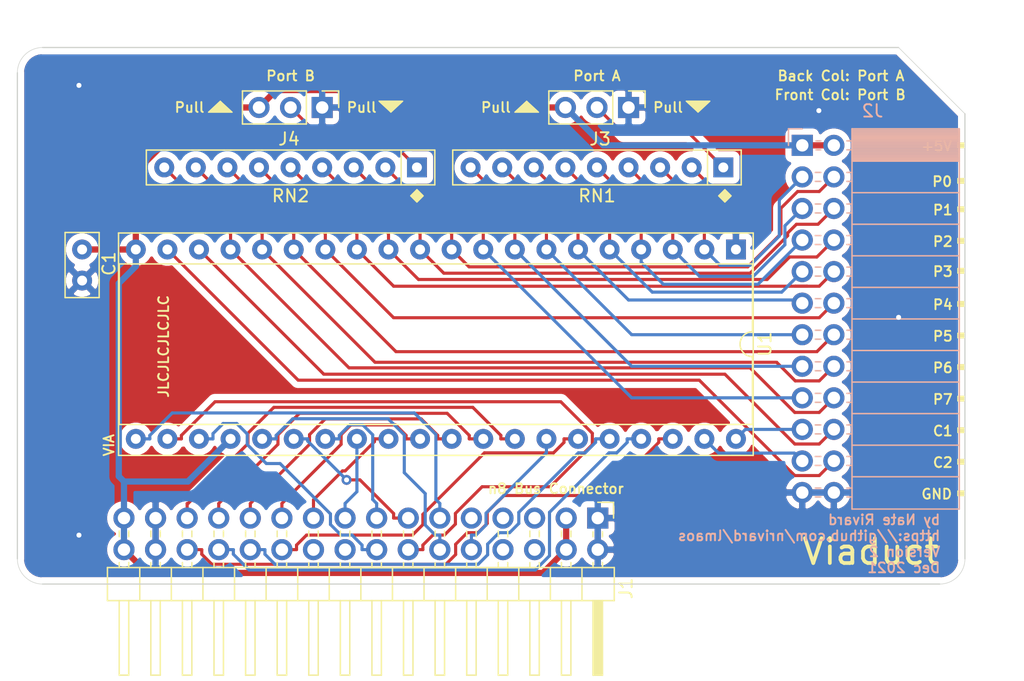
<source format=kicad_pcb>
(kicad_pcb (version 20171130) (host pcbnew "(5.1.12-1-10_14)")

  (general
    (thickness 1.6)
    (drawings 55)
    (tracks 314)
    (zones 0)
    (modules 8)
    (nets 49)
  )

  (page A4)
  (layers
    (0 F.Cu signal)
    (31 B.Cu signal)
    (32 B.Adhes user)
    (33 F.Adhes user)
    (34 B.Paste user)
    (35 F.Paste user)
    (36 B.SilkS user)
    (37 F.SilkS user)
    (38 B.Mask user)
    (39 F.Mask user)
    (40 Dwgs.User user)
    (41 Cmts.User user)
    (42 Eco1.User user)
    (43 Eco2.User user)
    (44 Edge.Cuts user)
    (45 Margin user)
    (46 B.CrtYd user)
    (47 F.CrtYd user)
    (48 B.Fab user)
    (49 F.Fab user)
  )

  (setup
    (last_trace_width 0.25)
    (trace_clearance 0.2)
    (zone_clearance 0.508)
    (zone_45_only no)
    (trace_min 0.154)
    (via_size 0.8)
    (via_drill 0.4)
    (via_min_size 0.4)
    (via_min_drill 0.3)
    (uvia_size 0.3)
    (uvia_drill 0.1)
    (uvias_allowed no)
    (uvia_min_size 0.2)
    (uvia_min_drill 0.1)
    (edge_width 0.05)
    (segment_width 0.2)
    (pcb_text_width 0.3)
    (pcb_text_size 1.5 1.5)
    (mod_edge_width 0.12)
    (mod_text_size 0.8 0.8)
    (mod_text_width 0.15)
    (pad_size 1.524 1.524)
    (pad_drill 0.762)
    (pad_to_mask_clearance 0)
    (aux_axis_origin 0 0)
    (visible_elements FFFFFF7F)
    (pcbplotparams
      (layerselection 0x010fc_ffffffff)
      (usegerberextensions false)
      (usegerberattributes true)
      (usegerberadvancedattributes true)
      (creategerberjobfile true)
      (excludeedgelayer true)
      (linewidth 0.100000)
      (plotframeref false)
      (viasonmask false)
      (mode 1)
      (useauxorigin false)
      (hpglpennumber 1)
      (hpglpenspeed 20)
      (hpglpendiameter 15.000000)
      (psnegative false)
      (psa4output false)
      (plotreference true)
      (plotvalue true)
      (plotinvisibletext false)
      (padsonsilk false)
      (subtractmaskfromsilk false)
      (outputformat 1)
      (mirror false)
      (drillshape 0)
      (scaleselection 1)
      (outputdirectory "gerbers/"))
  )

  (net 0 "")
  (net 1 GND)
  (net 2 +5V)
  (net 3 ~RES)
  (net 4 ~IRQ)
  (net 5 CLK)
  (net 6 /D7)
  (net 7 R~W)
  (net 8 /D6)
  (net 9 ~CS)
  (net 10 /D5)
  (net 11 /D4)
  (net 12 /D3)
  (net 13 /RS3)
  (net 14 /D2)
  (net 15 /RS2)
  (net 16 /D1)
  (net 17 /RS1)
  (net 18 /D0)
  (net 19 /RS0)
  (net 20 /PA7)
  (net 21 /PA6)
  (net 22 /PA5)
  (net 23 /PA4)
  (net 24 /PA3)
  (net 25 /PA2)
  (net 26 /PA1)
  (net 27 /PA0)
  (net 28 /PB7)
  (net 29 /PB6)
  (net 30 /PB5)
  (net 31 /PB4)
  (net 32 /PB3)
  (net 33 /PB2)
  (net 34 /PB1)
  (net 35 /PB0)
  (net 36 "Net-(J3-Pad2)")
  (net 37 CA2)
  (net 38 CA1)
  (net 39 CB2)
  (net 40 CB1)
  (net 41 "Net-(J1-Pad20)")
  (net 42 "Net-(J1-Pad18)")
  (net 43 "Net-(J1-Pad9)")
  (net 44 "Net-(J1-Pad8)")
  (net 45 "Net-(J1-Pad7)")
  (net 46 "Net-(J1-Pad6)")
  (net 47 "Net-(J1-Pad5)")
  (net 48 "Net-(J4-Pad2)")

  (net_class Default "This is the default net class."
    (clearance 0.2)
    (trace_width 0.25)
    (via_dia 0.8)
    (via_drill 0.4)
    (uvia_dia 0.3)
    (uvia_drill 0.1)
    (add_net /D0)
    (add_net /D1)
    (add_net /D2)
    (add_net /D3)
    (add_net /D4)
    (add_net /D5)
    (add_net /D6)
    (add_net /D7)
    (add_net /PA0)
    (add_net /PA1)
    (add_net /PA2)
    (add_net /PA3)
    (add_net /PA4)
    (add_net /PA5)
    (add_net /PA6)
    (add_net /PA7)
    (add_net /PB0)
    (add_net /PB1)
    (add_net /PB2)
    (add_net /PB3)
    (add_net /PB4)
    (add_net /PB5)
    (add_net /PB6)
    (add_net /PB7)
    (add_net /RS0)
    (add_net /RS1)
    (add_net /RS2)
    (add_net /RS3)
    (add_net CA1)
    (add_net CA2)
    (add_net CB1)
    (add_net CB2)
    (add_net CLK)
    (add_net "Net-(J1-Pad18)")
    (add_net "Net-(J1-Pad20)")
    (add_net "Net-(J1-Pad5)")
    (add_net "Net-(J1-Pad6)")
    (add_net "Net-(J1-Pad7)")
    (add_net "Net-(J1-Pad8)")
    (add_net "Net-(J1-Pad9)")
    (add_net "Net-(J3-Pad2)")
    (add_net "Net-(J4-Pad2)")
    (add_net R~W)
    (add_net ~CS)
    (add_net ~IRQ)
    (add_net ~RES)
  )

  (net_class Power ""
    (clearance 0.3)
    (trace_width 0.5)
    (via_dia 0.8)
    (via_drill 0.4)
    (uvia_dia 0.3)
    (uvia_drill 0.1)
    (add_net +5V)
    (add_net GND)
  )

  (module Connector_PinHeader_2.54mm:PinHeader_2x16_P2.54mm_Horizontal (layer F.Cu) (tedit 59FED5CB) (tstamp 61AE90BA)
    (at 158.052 130.073 270)
    (descr "Through hole angled pin header, 2x16, 2.54mm pitch, 6mm pin length, double rows")
    (tags "Through hole angled pin header THT 2x16 2.54mm double row")
    (path /61AF1FC0)
    (fp_text reference J1 (at 5.655 -2.27 90) (layer F.SilkS)
      (effects (font (size 1 1) (thickness 0.15)))
    )
    (fp_text value "n8 Bus Connector" (at 5.655 40.37 90) (layer F.Fab)
      (effects (font (size 1 1) (thickness 0.15)))
    )
    (fp_line (start 4.675 -1.27) (end 6.58 -1.27) (layer F.Fab) (width 0.1))
    (fp_line (start 6.58 -1.27) (end 6.58 39.37) (layer F.Fab) (width 0.1))
    (fp_line (start 6.58 39.37) (end 4.04 39.37) (layer F.Fab) (width 0.1))
    (fp_line (start 4.04 39.37) (end 4.04 -0.635) (layer F.Fab) (width 0.1))
    (fp_line (start 4.04 -0.635) (end 4.675 -1.27) (layer F.Fab) (width 0.1))
    (fp_line (start -0.32 -0.32) (end 4.04 -0.32) (layer F.Fab) (width 0.1))
    (fp_line (start -0.32 -0.32) (end -0.32 0.32) (layer F.Fab) (width 0.1))
    (fp_line (start -0.32 0.32) (end 4.04 0.32) (layer F.Fab) (width 0.1))
    (fp_line (start 6.58 -0.32) (end 12.58 -0.32) (layer F.Fab) (width 0.1))
    (fp_line (start 12.58 -0.32) (end 12.58 0.32) (layer F.Fab) (width 0.1))
    (fp_line (start 6.58 0.32) (end 12.58 0.32) (layer F.Fab) (width 0.1))
    (fp_line (start -0.32 2.22) (end 4.04 2.22) (layer F.Fab) (width 0.1))
    (fp_line (start -0.32 2.22) (end -0.32 2.86) (layer F.Fab) (width 0.1))
    (fp_line (start -0.32 2.86) (end 4.04 2.86) (layer F.Fab) (width 0.1))
    (fp_line (start 6.58 2.22) (end 12.58 2.22) (layer F.Fab) (width 0.1))
    (fp_line (start 12.58 2.22) (end 12.58 2.86) (layer F.Fab) (width 0.1))
    (fp_line (start 6.58 2.86) (end 12.58 2.86) (layer F.Fab) (width 0.1))
    (fp_line (start -0.32 4.76) (end 4.04 4.76) (layer F.Fab) (width 0.1))
    (fp_line (start -0.32 4.76) (end -0.32 5.4) (layer F.Fab) (width 0.1))
    (fp_line (start -0.32 5.4) (end 4.04 5.4) (layer F.Fab) (width 0.1))
    (fp_line (start 6.58 4.76) (end 12.58 4.76) (layer F.Fab) (width 0.1))
    (fp_line (start 12.58 4.76) (end 12.58 5.4) (layer F.Fab) (width 0.1))
    (fp_line (start 6.58 5.4) (end 12.58 5.4) (layer F.Fab) (width 0.1))
    (fp_line (start -0.32 7.3) (end 4.04 7.3) (layer F.Fab) (width 0.1))
    (fp_line (start -0.32 7.3) (end -0.32 7.94) (layer F.Fab) (width 0.1))
    (fp_line (start -0.32 7.94) (end 4.04 7.94) (layer F.Fab) (width 0.1))
    (fp_line (start 6.58 7.3) (end 12.58 7.3) (layer F.Fab) (width 0.1))
    (fp_line (start 12.58 7.3) (end 12.58 7.94) (layer F.Fab) (width 0.1))
    (fp_line (start 6.58 7.94) (end 12.58 7.94) (layer F.Fab) (width 0.1))
    (fp_line (start -0.32 9.84) (end 4.04 9.84) (layer F.Fab) (width 0.1))
    (fp_line (start -0.32 9.84) (end -0.32 10.48) (layer F.Fab) (width 0.1))
    (fp_line (start -0.32 10.48) (end 4.04 10.48) (layer F.Fab) (width 0.1))
    (fp_line (start 6.58 9.84) (end 12.58 9.84) (layer F.Fab) (width 0.1))
    (fp_line (start 12.58 9.84) (end 12.58 10.48) (layer F.Fab) (width 0.1))
    (fp_line (start 6.58 10.48) (end 12.58 10.48) (layer F.Fab) (width 0.1))
    (fp_line (start -0.32 12.38) (end 4.04 12.38) (layer F.Fab) (width 0.1))
    (fp_line (start -0.32 12.38) (end -0.32 13.02) (layer F.Fab) (width 0.1))
    (fp_line (start -0.32 13.02) (end 4.04 13.02) (layer F.Fab) (width 0.1))
    (fp_line (start 6.58 12.38) (end 12.58 12.38) (layer F.Fab) (width 0.1))
    (fp_line (start 12.58 12.38) (end 12.58 13.02) (layer F.Fab) (width 0.1))
    (fp_line (start 6.58 13.02) (end 12.58 13.02) (layer F.Fab) (width 0.1))
    (fp_line (start -0.32 14.92) (end 4.04 14.92) (layer F.Fab) (width 0.1))
    (fp_line (start -0.32 14.92) (end -0.32 15.56) (layer F.Fab) (width 0.1))
    (fp_line (start -0.32 15.56) (end 4.04 15.56) (layer F.Fab) (width 0.1))
    (fp_line (start 6.58 14.92) (end 12.58 14.92) (layer F.Fab) (width 0.1))
    (fp_line (start 12.58 14.92) (end 12.58 15.56) (layer F.Fab) (width 0.1))
    (fp_line (start 6.58 15.56) (end 12.58 15.56) (layer F.Fab) (width 0.1))
    (fp_line (start -0.32 17.46) (end 4.04 17.46) (layer F.Fab) (width 0.1))
    (fp_line (start -0.32 17.46) (end -0.32 18.1) (layer F.Fab) (width 0.1))
    (fp_line (start -0.32 18.1) (end 4.04 18.1) (layer F.Fab) (width 0.1))
    (fp_line (start 6.58 17.46) (end 12.58 17.46) (layer F.Fab) (width 0.1))
    (fp_line (start 12.58 17.46) (end 12.58 18.1) (layer F.Fab) (width 0.1))
    (fp_line (start 6.58 18.1) (end 12.58 18.1) (layer F.Fab) (width 0.1))
    (fp_line (start -0.32 20) (end 4.04 20) (layer F.Fab) (width 0.1))
    (fp_line (start -0.32 20) (end -0.32 20.64) (layer F.Fab) (width 0.1))
    (fp_line (start -0.32 20.64) (end 4.04 20.64) (layer F.Fab) (width 0.1))
    (fp_line (start 6.58 20) (end 12.58 20) (layer F.Fab) (width 0.1))
    (fp_line (start 12.58 20) (end 12.58 20.64) (layer F.Fab) (width 0.1))
    (fp_line (start 6.58 20.64) (end 12.58 20.64) (layer F.Fab) (width 0.1))
    (fp_line (start -0.32 22.54) (end 4.04 22.54) (layer F.Fab) (width 0.1))
    (fp_line (start -0.32 22.54) (end -0.32 23.18) (layer F.Fab) (width 0.1))
    (fp_line (start -0.32 23.18) (end 4.04 23.18) (layer F.Fab) (width 0.1))
    (fp_line (start 6.58 22.54) (end 12.58 22.54) (layer F.Fab) (width 0.1))
    (fp_line (start 12.58 22.54) (end 12.58 23.18) (layer F.Fab) (width 0.1))
    (fp_line (start 6.58 23.18) (end 12.58 23.18) (layer F.Fab) (width 0.1))
    (fp_line (start -0.32 25.08) (end 4.04 25.08) (layer F.Fab) (width 0.1))
    (fp_line (start -0.32 25.08) (end -0.32 25.72) (layer F.Fab) (width 0.1))
    (fp_line (start -0.32 25.72) (end 4.04 25.72) (layer F.Fab) (width 0.1))
    (fp_line (start 6.58 25.08) (end 12.58 25.08) (layer F.Fab) (width 0.1))
    (fp_line (start 12.58 25.08) (end 12.58 25.72) (layer F.Fab) (width 0.1))
    (fp_line (start 6.58 25.72) (end 12.58 25.72) (layer F.Fab) (width 0.1))
    (fp_line (start -0.32 27.62) (end 4.04 27.62) (layer F.Fab) (width 0.1))
    (fp_line (start -0.32 27.62) (end -0.32 28.26) (layer F.Fab) (width 0.1))
    (fp_line (start -0.32 28.26) (end 4.04 28.26) (layer F.Fab) (width 0.1))
    (fp_line (start 6.58 27.62) (end 12.58 27.62) (layer F.Fab) (width 0.1))
    (fp_line (start 12.58 27.62) (end 12.58 28.26) (layer F.Fab) (width 0.1))
    (fp_line (start 6.58 28.26) (end 12.58 28.26) (layer F.Fab) (width 0.1))
    (fp_line (start -0.32 30.16) (end 4.04 30.16) (layer F.Fab) (width 0.1))
    (fp_line (start -0.32 30.16) (end -0.32 30.8) (layer F.Fab) (width 0.1))
    (fp_line (start -0.32 30.8) (end 4.04 30.8) (layer F.Fab) (width 0.1))
    (fp_line (start 6.58 30.16) (end 12.58 30.16) (layer F.Fab) (width 0.1))
    (fp_line (start 12.58 30.16) (end 12.58 30.8) (layer F.Fab) (width 0.1))
    (fp_line (start 6.58 30.8) (end 12.58 30.8) (layer F.Fab) (width 0.1))
    (fp_line (start -0.32 32.7) (end 4.04 32.7) (layer F.Fab) (width 0.1))
    (fp_line (start -0.32 32.7) (end -0.32 33.34) (layer F.Fab) (width 0.1))
    (fp_line (start -0.32 33.34) (end 4.04 33.34) (layer F.Fab) (width 0.1))
    (fp_line (start 6.58 32.7) (end 12.58 32.7) (layer F.Fab) (width 0.1))
    (fp_line (start 12.58 32.7) (end 12.58 33.34) (layer F.Fab) (width 0.1))
    (fp_line (start 6.58 33.34) (end 12.58 33.34) (layer F.Fab) (width 0.1))
    (fp_line (start -0.32 35.24) (end 4.04 35.24) (layer F.Fab) (width 0.1))
    (fp_line (start -0.32 35.24) (end -0.32 35.88) (layer F.Fab) (width 0.1))
    (fp_line (start -0.32 35.88) (end 4.04 35.88) (layer F.Fab) (width 0.1))
    (fp_line (start 6.58 35.24) (end 12.58 35.24) (layer F.Fab) (width 0.1))
    (fp_line (start 12.58 35.24) (end 12.58 35.88) (layer F.Fab) (width 0.1))
    (fp_line (start 6.58 35.88) (end 12.58 35.88) (layer F.Fab) (width 0.1))
    (fp_line (start -0.32 37.78) (end 4.04 37.78) (layer F.Fab) (width 0.1))
    (fp_line (start -0.32 37.78) (end -0.32 38.42) (layer F.Fab) (width 0.1))
    (fp_line (start -0.32 38.42) (end 4.04 38.42) (layer F.Fab) (width 0.1))
    (fp_line (start 6.58 37.78) (end 12.58 37.78) (layer F.Fab) (width 0.1))
    (fp_line (start 12.58 37.78) (end 12.58 38.42) (layer F.Fab) (width 0.1))
    (fp_line (start 6.58 38.42) (end 12.58 38.42) (layer F.Fab) (width 0.1))
    (fp_line (start 3.98 -1.33) (end 3.98 39.43) (layer F.SilkS) (width 0.12))
    (fp_line (start 3.98 39.43) (end 6.64 39.43) (layer F.SilkS) (width 0.12))
    (fp_line (start 6.64 39.43) (end 6.64 -1.33) (layer F.SilkS) (width 0.12))
    (fp_line (start 6.64 -1.33) (end 3.98 -1.33) (layer F.SilkS) (width 0.12))
    (fp_line (start 6.64 -0.38) (end 12.64 -0.38) (layer F.SilkS) (width 0.12))
    (fp_line (start 12.64 -0.38) (end 12.64 0.38) (layer F.SilkS) (width 0.12))
    (fp_line (start 12.64 0.38) (end 6.64 0.38) (layer F.SilkS) (width 0.12))
    (fp_line (start 6.64 -0.32) (end 12.64 -0.32) (layer F.SilkS) (width 0.12))
    (fp_line (start 6.64 -0.2) (end 12.64 -0.2) (layer F.SilkS) (width 0.12))
    (fp_line (start 6.64 -0.08) (end 12.64 -0.08) (layer F.SilkS) (width 0.12))
    (fp_line (start 6.64 0.04) (end 12.64 0.04) (layer F.SilkS) (width 0.12))
    (fp_line (start 6.64 0.16) (end 12.64 0.16) (layer F.SilkS) (width 0.12))
    (fp_line (start 6.64 0.28) (end 12.64 0.28) (layer F.SilkS) (width 0.12))
    (fp_line (start 3.582929 -0.38) (end 3.98 -0.38) (layer F.SilkS) (width 0.12))
    (fp_line (start 3.582929 0.38) (end 3.98 0.38) (layer F.SilkS) (width 0.12))
    (fp_line (start 1.11 -0.38) (end 1.497071 -0.38) (layer F.SilkS) (width 0.12))
    (fp_line (start 1.11 0.38) (end 1.497071 0.38) (layer F.SilkS) (width 0.12))
    (fp_line (start 3.98 1.27) (end 6.64 1.27) (layer F.SilkS) (width 0.12))
    (fp_line (start 6.64 2.16) (end 12.64 2.16) (layer F.SilkS) (width 0.12))
    (fp_line (start 12.64 2.16) (end 12.64 2.92) (layer F.SilkS) (width 0.12))
    (fp_line (start 12.64 2.92) (end 6.64 2.92) (layer F.SilkS) (width 0.12))
    (fp_line (start 3.582929 2.16) (end 3.98 2.16) (layer F.SilkS) (width 0.12))
    (fp_line (start 3.582929 2.92) (end 3.98 2.92) (layer F.SilkS) (width 0.12))
    (fp_line (start 1.042929 2.16) (end 1.497071 2.16) (layer F.SilkS) (width 0.12))
    (fp_line (start 1.042929 2.92) (end 1.497071 2.92) (layer F.SilkS) (width 0.12))
    (fp_line (start 3.98 3.81) (end 6.64 3.81) (layer F.SilkS) (width 0.12))
    (fp_line (start 6.64 4.7) (end 12.64 4.7) (layer F.SilkS) (width 0.12))
    (fp_line (start 12.64 4.7) (end 12.64 5.46) (layer F.SilkS) (width 0.12))
    (fp_line (start 12.64 5.46) (end 6.64 5.46) (layer F.SilkS) (width 0.12))
    (fp_line (start 3.582929 4.7) (end 3.98 4.7) (layer F.SilkS) (width 0.12))
    (fp_line (start 3.582929 5.46) (end 3.98 5.46) (layer F.SilkS) (width 0.12))
    (fp_line (start 1.042929 4.7) (end 1.497071 4.7) (layer F.SilkS) (width 0.12))
    (fp_line (start 1.042929 5.46) (end 1.497071 5.46) (layer F.SilkS) (width 0.12))
    (fp_line (start 3.98 6.35) (end 6.64 6.35) (layer F.SilkS) (width 0.12))
    (fp_line (start 6.64 7.24) (end 12.64 7.24) (layer F.SilkS) (width 0.12))
    (fp_line (start 12.64 7.24) (end 12.64 8) (layer F.SilkS) (width 0.12))
    (fp_line (start 12.64 8) (end 6.64 8) (layer F.SilkS) (width 0.12))
    (fp_line (start 3.582929 7.24) (end 3.98 7.24) (layer F.SilkS) (width 0.12))
    (fp_line (start 3.582929 8) (end 3.98 8) (layer F.SilkS) (width 0.12))
    (fp_line (start 1.042929 7.24) (end 1.497071 7.24) (layer F.SilkS) (width 0.12))
    (fp_line (start 1.042929 8) (end 1.497071 8) (layer F.SilkS) (width 0.12))
    (fp_line (start 3.98 8.89) (end 6.64 8.89) (layer F.SilkS) (width 0.12))
    (fp_line (start 6.64 9.78) (end 12.64 9.78) (layer F.SilkS) (width 0.12))
    (fp_line (start 12.64 9.78) (end 12.64 10.54) (layer F.SilkS) (width 0.12))
    (fp_line (start 12.64 10.54) (end 6.64 10.54) (layer F.SilkS) (width 0.12))
    (fp_line (start 3.582929 9.78) (end 3.98 9.78) (layer F.SilkS) (width 0.12))
    (fp_line (start 3.582929 10.54) (end 3.98 10.54) (layer F.SilkS) (width 0.12))
    (fp_line (start 1.042929 9.78) (end 1.497071 9.78) (layer F.SilkS) (width 0.12))
    (fp_line (start 1.042929 10.54) (end 1.497071 10.54) (layer F.SilkS) (width 0.12))
    (fp_line (start 3.98 11.43) (end 6.64 11.43) (layer F.SilkS) (width 0.12))
    (fp_line (start 6.64 12.32) (end 12.64 12.32) (layer F.SilkS) (width 0.12))
    (fp_line (start 12.64 12.32) (end 12.64 13.08) (layer F.SilkS) (width 0.12))
    (fp_line (start 12.64 13.08) (end 6.64 13.08) (layer F.SilkS) (width 0.12))
    (fp_line (start 3.582929 12.32) (end 3.98 12.32) (layer F.SilkS) (width 0.12))
    (fp_line (start 3.582929 13.08) (end 3.98 13.08) (layer F.SilkS) (width 0.12))
    (fp_line (start 1.042929 12.32) (end 1.497071 12.32) (layer F.SilkS) (width 0.12))
    (fp_line (start 1.042929 13.08) (end 1.497071 13.08) (layer F.SilkS) (width 0.12))
    (fp_line (start 3.98 13.97) (end 6.64 13.97) (layer F.SilkS) (width 0.12))
    (fp_line (start 6.64 14.86) (end 12.64 14.86) (layer F.SilkS) (width 0.12))
    (fp_line (start 12.64 14.86) (end 12.64 15.62) (layer F.SilkS) (width 0.12))
    (fp_line (start 12.64 15.62) (end 6.64 15.62) (layer F.SilkS) (width 0.12))
    (fp_line (start 3.582929 14.86) (end 3.98 14.86) (layer F.SilkS) (width 0.12))
    (fp_line (start 3.582929 15.62) (end 3.98 15.62) (layer F.SilkS) (width 0.12))
    (fp_line (start 1.042929 14.86) (end 1.497071 14.86) (layer F.SilkS) (width 0.12))
    (fp_line (start 1.042929 15.62) (end 1.497071 15.62) (layer F.SilkS) (width 0.12))
    (fp_line (start 3.98 16.51) (end 6.64 16.51) (layer F.SilkS) (width 0.12))
    (fp_line (start 6.64 17.4) (end 12.64 17.4) (layer F.SilkS) (width 0.12))
    (fp_line (start 12.64 17.4) (end 12.64 18.16) (layer F.SilkS) (width 0.12))
    (fp_line (start 12.64 18.16) (end 6.64 18.16) (layer F.SilkS) (width 0.12))
    (fp_line (start 3.582929 17.4) (end 3.98 17.4) (layer F.SilkS) (width 0.12))
    (fp_line (start 3.582929 18.16) (end 3.98 18.16) (layer F.SilkS) (width 0.12))
    (fp_line (start 1.042929 17.4) (end 1.497071 17.4) (layer F.SilkS) (width 0.12))
    (fp_line (start 1.042929 18.16) (end 1.497071 18.16) (layer F.SilkS) (width 0.12))
    (fp_line (start 3.98 19.05) (end 6.64 19.05) (layer F.SilkS) (width 0.12))
    (fp_line (start 6.64 19.94) (end 12.64 19.94) (layer F.SilkS) (width 0.12))
    (fp_line (start 12.64 19.94) (end 12.64 20.7) (layer F.SilkS) (width 0.12))
    (fp_line (start 12.64 20.7) (end 6.64 20.7) (layer F.SilkS) (width 0.12))
    (fp_line (start 3.582929 19.94) (end 3.98 19.94) (layer F.SilkS) (width 0.12))
    (fp_line (start 3.582929 20.7) (end 3.98 20.7) (layer F.SilkS) (width 0.12))
    (fp_line (start 1.042929 19.94) (end 1.497071 19.94) (layer F.SilkS) (width 0.12))
    (fp_line (start 1.042929 20.7) (end 1.497071 20.7) (layer F.SilkS) (width 0.12))
    (fp_line (start 3.98 21.59) (end 6.64 21.59) (layer F.SilkS) (width 0.12))
    (fp_line (start 6.64 22.48) (end 12.64 22.48) (layer F.SilkS) (width 0.12))
    (fp_line (start 12.64 22.48) (end 12.64 23.24) (layer F.SilkS) (width 0.12))
    (fp_line (start 12.64 23.24) (end 6.64 23.24) (layer F.SilkS) (width 0.12))
    (fp_line (start 3.582929 22.48) (end 3.98 22.48) (layer F.SilkS) (width 0.12))
    (fp_line (start 3.582929 23.24) (end 3.98 23.24) (layer F.SilkS) (width 0.12))
    (fp_line (start 1.042929 22.48) (end 1.497071 22.48) (layer F.SilkS) (width 0.12))
    (fp_line (start 1.042929 23.24) (end 1.497071 23.24) (layer F.SilkS) (width 0.12))
    (fp_line (start 3.98 24.13) (end 6.64 24.13) (layer F.SilkS) (width 0.12))
    (fp_line (start 6.64 25.02) (end 12.64 25.02) (layer F.SilkS) (width 0.12))
    (fp_line (start 12.64 25.02) (end 12.64 25.78) (layer F.SilkS) (width 0.12))
    (fp_line (start 12.64 25.78) (end 6.64 25.78) (layer F.SilkS) (width 0.12))
    (fp_line (start 3.582929 25.02) (end 3.98 25.02) (layer F.SilkS) (width 0.12))
    (fp_line (start 3.582929 25.78) (end 3.98 25.78) (layer F.SilkS) (width 0.12))
    (fp_line (start 1.042929 25.02) (end 1.497071 25.02) (layer F.SilkS) (width 0.12))
    (fp_line (start 1.042929 25.78) (end 1.497071 25.78) (layer F.SilkS) (width 0.12))
    (fp_line (start 3.98 26.67) (end 6.64 26.67) (layer F.SilkS) (width 0.12))
    (fp_line (start 6.64 27.56) (end 12.64 27.56) (layer F.SilkS) (width 0.12))
    (fp_line (start 12.64 27.56) (end 12.64 28.32) (layer F.SilkS) (width 0.12))
    (fp_line (start 12.64 28.32) (end 6.64 28.32) (layer F.SilkS) (width 0.12))
    (fp_line (start 3.582929 27.56) (end 3.98 27.56) (layer F.SilkS) (width 0.12))
    (fp_line (start 3.582929 28.32) (end 3.98 28.32) (layer F.SilkS) (width 0.12))
    (fp_line (start 1.042929 27.56) (end 1.497071 27.56) (layer F.SilkS) (width 0.12))
    (fp_line (start 1.042929 28.32) (end 1.497071 28.32) (layer F.SilkS) (width 0.12))
    (fp_line (start 3.98 29.21) (end 6.64 29.21) (layer F.SilkS) (width 0.12))
    (fp_line (start 6.64 30.1) (end 12.64 30.1) (layer F.SilkS) (width 0.12))
    (fp_line (start 12.64 30.1) (end 12.64 30.86) (layer F.SilkS) (width 0.12))
    (fp_line (start 12.64 30.86) (end 6.64 30.86) (layer F.SilkS) (width 0.12))
    (fp_line (start 3.582929 30.1) (end 3.98 30.1) (layer F.SilkS) (width 0.12))
    (fp_line (start 3.582929 30.86) (end 3.98 30.86) (layer F.SilkS) (width 0.12))
    (fp_line (start 1.042929 30.1) (end 1.497071 30.1) (layer F.SilkS) (width 0.12))
    (fp_line (start 1.042929 30.86) (end 1.497071 30.86) (layer F.SilkS) (width 0.12))
    (fp_line (start 3.98 31.75) (end 6.64 31.75) (layer F.SilkS) (width 0.12))
    (fp_line (start 6.64 32.64) (end 12.64 32.64) (layer F.SilkS) (width 0.12))
    (fp_line (start 12.64 32.64) (end 12.64 33.4) (layer F.SilkS) (width 0.12))
    (fp_line (start 12.64 33.4) (end 6.64 33.4) (layer F.SilkS) (width 0.12))
    (fp_line (start 3.582929 32.64) (end 3.98 32.64) (layer F.SilkS) (width 0.12))
    (fp_line (start 3.582929 33.4) (end 3.98 33.4) (layer F.SilkS) (width 0.12))
    (fp_line (start 1.042929 32.64) (end 1.497071 32.64) (layer F.SilkS) (width 0.12))
    (fp_line (start 1.042929 33.4) (end 1.497071 33.4) (layer F.SilkS) (width 0.12))
    (fp_line (start 3.98 34.29) (end 6.64 34.29) (layer F.SilkS) (width 0.12))
    (fp_line (start 6.64 35.18) (end 12.64 35.18) (layer F.SilkS) (width 0.12))
    (fp_line (start 12.64 35.18) (end 12.64 35.94) (layer F.SilkS) (width 0.12))
    (fp_line (start 12.64 35.94) (end 6.64 35.94) (layer F.SilkS) (width 0.12))
    (fp_line (start 3.582929 35.18) (end 3.98 35.18) (layer F.SilkS) (width 0.12))
    (fp_line (start 3.582929 35.94) (end 3.98 35.94) (layer F.SilkS) (width 0.12))
    (fp_line (start 1.042929 35.18) (end 1.497071 35.18) (layer F.SilkS) (width 0.12))
    (fp_line (start 1.042929 35.94) (end 1.497071 35.94) (layer F.SilkS) (width 0.12))
    (fp_line (start 3.98 36.83) (end 6.64 36.83) (layer F.SilkS) (width 0.12))
    (fp_line (start 6.64 37.72) (end 12.64 37.72) (layer F.SilkS) (width 0.12))
    (fp_line (start 12.64 37.72) (end 12.64 38.48) (layer F.SilkS) (width 0.12))
    (fp_line (start 12.64 38.48) (end 6.64 38.48) (layer F.SilkS) (width 0.12))
    (fp_line (start 3.582929 37.72) (end 3.98 37.72) (layer F.SilkS) (width 0.12))
    (fp_line (start 3.582929 38.48) (end 3.98 38.48) (layer F.SilkS) (width 0.12))
    (fp_line (start 1.042929 37.72) (end 1.497071 37.72) (layer F.SilkS) (width 0.12))
    (fp_line (start 1.042929 38.48) (end 1.497071 38.48) (layer F.SilkS) (width 0.12))
    (fp_line (start -1.27 0) (end -1.27 -1.27) (layer F.SilkS) (width 0.12))
    (fp_line (start -1.27 -1.27) (end 0 -1.27) (layer F.SilkS) (width 0.12))
    (fp_line (start -1.8 -1.8) (end -1.8 39.9) (layer F.CrtYd) (width 0.05))
    (fp_line (start -1.8 39.9) (end 13.1 39.9) (layer F.CrtYd) (width 0.05))
    (fp_line (start 13.1 39.9) (end 13.1 -1.8) (layer F.CrtYd) (width 0.05))
    (fp_line (start 13.1 -1.8) (end -1.8 -1.8) (layer F.CrtYd) (width 0.05))
    (fp_text user %R (at 5.31 19.05) (layer F.Fab)
      (effects (font (size 1 1) (thickness 0.15)))
    )
    (pad 32 thru_hole oval (at 2.54 38.1 270) (size 1.7 1.7) (drill 1) (layers *.Cu *.Mask)
      (net 2 +5V))
    (pad 31 thru_hole oval (at 0 38.1 270) (size 1.7 1.7) (drill 1) (layers *.Cu *.Mask)
      (net 2 +5V))
    (pad 30 thru_hole oval (at 2.54 35.56 270) (size 1.7 1.7) (drill 1) (layers *.Cu *.Mask)
      (net 1 GND))
    (pad 29 thru_hole oval (at 0 35.56 270) (size 1.7 1.7) (drill 1) (layers *.Cu *.Mask)
      (net 1 GND))
    (pad 28 thru_hole oval (at 2.54 33.02 270) (size 1.7 1.7) (drill 1) (layers *.Cu *.Mask)
      (net 19 /RS0))
    (pad 27 thru_hole oval (at 0 33.02 270) (size 1.7 1.7) (drill 1) (layers *.Cu *.Mask)
      (net 18 /D0))
    (pad 26 thru_hole oval (at 2.54 30.48 270) (size 1.7 1.7) (drill 1) (layers *.Cu *.Mask)
      (net 17 /RS1))
    (pad 25 thru_hole oval (at 0 30.48 270) (size 1.7 1.7) (drill 1) (layers *.Cu *.Mask)
      (net 16 /D1))
    (pad 24 thru_hole oval (at 2.54 27.94 270) (size 1.7 1.7) (drill 1) (layers *.Cu *.Mask)
      (net 15 /RS2))
    (pad 23 thru_hole oval (at 0 27.94 270) (size 1.7 1.7) (drill 1) (layers *.Cu *.Mask)
      (net 14 /D2))
    (pad 22 thru_hole oval (at 2.54 25.4 270) (size 1.7 1.7) (drill 1) (layers *.Cu *.Mask)
      (net 13 /RS3))
    (pad 21 thru_hole oval (at 0 25.4 270) (size 1.7 1.7) (drill 1) (layers *.Cu *.Mask)
      (net 12 /D3))
    (pad 20 thru_hole oval (at 2.54 22.86 270) (size 1.7 1.7) (drill 1) (layers *.Cu *.Mask)
      (net 41 "Net-(J1-Pad20)"))
    (pad 19 thru_hole oval (at 0 22.86 270) (size 1.7 1.7) (drill 1) (layers *.Cu *.Mask)
      (net 11 /D4))
    (pad 18 thru_hole oval (at 2.54 20.32 270) (size 1.7 1.7) (drill 1) (layers *.Cu *.Mask)
      (net 42 "Net-(J1-Pad18)"))
    (pad 17 thru_hole oval (at 0 20.32 270) (size 1.7 1.7) (drill 1) (layers *.Cu *.Mask)
      (net 10 /D5))
    (pad 16 thru_hole oval (at 2.54 17.78 270) (size 1.7 1.7) (drill 1) (layers *.Cu *.Mask)
      (net 9 ~CS))
    (pad 15 thru_hole oval (at 0 17.78 270) (size 1.7 1.7) (drill 1) (layers *.Cu *.Mask)
      (net 8 /D6))
    (pad 14 thru_hole oval (at 2.54 15.24 270) (size 1.7 1.7) (drill 1) (layers *.Cu *.Mask)
      (net 7 R~W))
    (pad 13 thru_hole oval (at 0 15.24 270) (size 1.7 1.7) (drill 1) (layers *.Cu *.Mask)
      (net 6 /D7))
    (pad 12 thru_hole oval (at 2.54 12.7 270) (size 1.7 1.7) (drill 1) (layers *.Cu *.Mask)
      (net 5 CLK))
    (pad 11 thru_hole oval (at 0 12.7 270) (size 1.7 1.7) (drill 1) (layers *.Cu *.Mask)
      (net 4 ~IRQ))
    (pad 10 thru_hole oval (at 2.54 10.16 270) (size 1.7 1.7) (drill 1) (layers *.Cu *.Mask)
      (net 3 ~RES))
    (pad 9 thru_hole oval (at 0 10.16 270) (size 1.7 1.7) (drill 1) (layers *.Cu *.Mask)
      (net 43 "Net-(J1-Pad9)"))
    (pad 8 thru_hole oval (at 2.54 7.62 270) (size 1.7 1.7) (drill 1) (layers *.Cu *.Mask)
      (net 44 "Net-(J1-Pad8)"))
    (pad 7 thru_hole oval (at 0 7.62 270) (size 1.7 1.7) (drill 1) (layers *.Cu *.Mask)
      (net 45 "Net-(J1-Pad7)"))
    (pad 6 thru_hole oval (at 2.54 5.08 270) (size 1.7 1.7) (drill 1) (layers *.Cu *.Mask)
      (net 46 "Net-(J1-Pad6)"))
    (pad 5 thru_hole oval (at 0 5.08 270) (size 1.7 1.7) (drill 1) (layers *.Cu *.Mask)
      (net 47 "Net-(J1-Pad5)"))
    (pad 4 thru_hole oval (at 2.54 2.54 270) (size 1.7 1.7) (drill 1) (layers *.Cu *.Mask)
      (net 2 +5V))
    (pad 3 thru_hole oval (at 0 2.54 270) (size 1.7 1.7) (drill 1) (layers *.Cu *.Mask)
      (net 2 +5V))
    (pad 2 thru_hole oval (at 2.54 0 270) (size 1.7 1.7) (drill 1) (layers *.Cu *.Mask)
      (net 1 GND))
    (pad 1 thru_hole rect (at 0 0 270) (size 1.7 1.7) (drill 1) (layers *.Cu *.Mask)
      (net 1 GND))
    (model ${KISYS3DMOD}/Connector_PinHeader_2.54mm.3dshapes/PinHeader_2x16_P2.54mm_Horizontal.wrl
      (at (xyz 0 0 0))
      (scale (xyz 1 1 1))
      (rotate (xyz 0 0 0))
    )
  )

  (module Connector_PinSocket_2.54mm:PinSocket_2x12_P2.54mm_Horizontal (layer B.Cu) (tedit 5A19A434) (tstamp 6059CBB9)
    (at 174.498 100.076 180)
    (descr "Through hole angled socket strip, 2x12, 2.54mm pitch, 8.51mm socket length, double cols (from Kicad 4.0.7), script generated")
    (tags "Through hole angled socket strip THT 2x12 2.54mm double row")
    (path /6064F493)
    (fp_text reference J2 (at -5.65 2.77) (layer B.SilkS)
      (effects (font (size 1 1) (thickness 0.15)) (justify mirror))
    )
    (fp_text value GPIO (at -5.65 -30.71) (layer B.Fab)
      (effects (font (size 1 1) (thickness 0.15)) (justify mirror))
    )
    (fp_line (start -12.57 1.27) (end -5.03 1.27) (layer B.Fab) (width 0.1))
    (fp_line (start -5.03 1.27) (end -4.06 0.3) (layer B.Fab) (width 0.1))
    (fp_line (start -4.06 0.3) (end -4.06 -29.21) (layer B.Fab) (width 0.1))
    (fp_line (start -4.06 -29.21) (end -12.57 -29.21) (layer B.Fab) (width 0.1))
    (fp_line (start -12.57 -29.21) (end -12.57 1.27) (layer B.Fab) (width 0.1))
    (fp_line (start 0 0.3) (end -4.06 0.3) (layer B.Fab) (width 0.1))
    (fp_line (start -4.06 -0.3) (end 0 -0.3) (layer B.Fab) (width 0.1))
    (fp_line (start 0 -0.3) (end 0 0.3) (layer B.Fab) (width 0.1))
    (fp_line (start 0 -2.24) (end -4.06 -2.24) (layer B.Fab) (width 0.1))
    (fp_line (start -4.06 -2.84) (end 0 -2.84) (layer B.Fab) (width 0.1))
    (fp_line (start 0 -2.84) (end 0 -2.24) (layer B.Fab) (width 0.1))
    (fp_line (start 0 -4.78) (end -4.06 -4.78) (layer B.Fab) (width 0.1))
    (fp_line (start -4.06 -5.38) (end 0 -5.38) (layer B.Fab) (width 0.1))
    (fp_line (start 0 -5.38) (end 0 -4.78) (layer B.Fab) (width 0.1))
    (fp_line (start 0 -7.32) (end -4.06 -7.32) (layer B.Fab) (width 0.1))
    (fp_line (start -4.06 -7.92) (end 0 -7.92) (layer B.Fab) (width 0.1))
    (fp_line (start 0 -7.92) (end 0 -7.32) (layer B.Fab) (width 0.1))
    (fp_line (start 0 -9.86) (end -4.06 -9.86) (layer B.Fab) (width 0.1))
    (fp_line (start -4.06 -10.46) (end 0 -10.46) (layer B.Fab) (width 0.1))
    (fp_line (start 0 -10.46) (end 0 -9.86) (layer B.Fab) (width 0.1))
    (fp_line (start 0 -12.4) (end -4.06 -12.4) (layer B.Fab) (width 0.1))
    (fp_line (start -4.06 -13) (end 0 -13) (layer B.Fab) (width 0.1))
    (fp_line (start 0 -13) (end 0 -12.4) (layer B.Fab) (width 0.1))
    (fp_line (start 0 -14.94) (end -4.06 -14.94) (layer B.Fab) (width 0.1))
    (fp_line (start -4.06 -15.54) (end 0 -15.54) (layer B.Fab) (width 0.1))
    (fp_line (start 0 -15.54) (end 0 -14.94) (layer B.Fab) (width 0.1))
    (fp_line (start 0 -17.48) (end -4.06 -17.48) (layer B.Fab) (width 0.1))
    (fp_line (start -4.06 -18.08) (end 0 -18.08) (layer B.Fab) (width 0.1))
    (fp_line (start 0 -18.08) (end 0 -17.48) (layer B.Fab) (width 0.1))
    (fp_line (start 0 -20.02) (end -4.06 -20.02) (layer B.Fab) (width 0.1))
    (fp_line (start -4.06 -20.62) (end 0 -20.62) (layer B.Fab) (width 0.1))
    (fp_line (start 0 -20.62) (end 0 -20.02) (layer B.Fab) (width 0.1))
    (fp_line (start 0 -22.56) (end -4.06 -22.56) (layer B.Fab) (width 0.1))
    (fp_line (start -4.06 -23.16) (end 0 -23.16) (layer B.Fab) (width 0.1))
    (fp_line (start 0 -23.16) (end 0 -22.56) (layer B.Fab) (width 0.1))
    (fp_line (start 0 -25.1) (end -4.06 -25.1) (layer B.Fab) (width 0.1))
    (fp_line (start -4.06 -25.7) (end 0 -25.7) (layer B.Fab) (width 0.1))
    (fp_line (start 0 -25.7) (end 0 -25.1) (layer B.Fab) (width 0.1))
    (fp_line (start 0 -27.64) (end -4.06 -27.64) (layer B.Fab) (width 0.1))
    (fp_line (start -4.06 -28.24) (end 0 -28.24) (layer B.Fab) (width 0.1))
    (fp_line (start 0 -28.24) (end 0 -27.64) (layer B.Fab) (width 0.1))
    (fp_line (start -12.63 1.21) (end -4 1.21) (layer B.SilkS) (width 0.12))
    (fp_line (start -12.63 1.091905) (end -4 1.091905) (layer B.SilkS) (width 0.12))
    (fp_line (start -12.63 0.97381) (end -4 0.97381) (layer B.SilkS) (width 0.12))
    (fp_line (start -12.63 0.855715) (end -4 0.855715) (layer B.SilkS) (width 0.12))
    (fp_line (start -12.63 0.73762) (end -4 0.73762) (layer B.SilkS) (width 0.12))
    (fp_line (start -12.63 0.619525) (end -4 0.619525) (layer B.SilkS) (width 0.12))
    (fp_line (start -12.63 0.50143) (end -4 0.50143) (layer B.SilkS) (width 0.12))
    (fp_line (start -12.63 0.383335) (end -4 0.383335) (layer B.SilkS) (width 0.12))
    (fp_line (start -12.63 0.26524) (end -4 0.26524) (layer B.SilkS) (width 0.12))
    (fp_line (start -12.63 0.147145) (end -4 0.147145) (layer B.SilkS) (width 0.12))
    (fp_line (start -12.63 0.02905) (end -4 0.02905) (layer B.SilkS) (width 0.12))
    (fp_line (start -12.63 -0.089045) (end -4 -0.089045) (layer B.SilkS) (width 0.12))
    (fp_line (start -12.63 -0.20714) (end -4 -0.20714) (layer B.SilkS) (width 0.12))
    (fp_line (start -12.63 -0.325235) (end -4 -0.325235) (layer B.SilkS) (width 0.12))
    (fp_line (start -12.63 -0.44333) (end -4 -0.44333) (layer B.SilkS) (width 0.12))
    (fp_line (start -12.63 -0.561425) (end -4 -0.561425) (layer B.SilkS) (width 0.12))
    (fp_line (start -12.63 -0.67952) (end -4 -0.67952) (layer B.SilkS) (width 0.12))
    (fp_line (start -12.63 -0.797615) (end -4 -0.797615) (layer B.SilkS) (width 0.12))
    (fp_line (start -12.63 -0.91571) (end -4 -0.91571) (layer B.SilkS) (width 0.12))
    (fp_line (start -12.63 -1.033805) (end -4 -1.033805) (layer B.SilkS) (width 0.12))
    (fp_line (start -12.63 -1.1519) (end -4 -1.1519) (layer B.SilkS) (width 0.12))
    (fp_line (start -4 0.36) (end -3.59 0.36) (layer B.SilkS) (width 0.12))
    (fp_line (start -1.49 0.36) (end -1.11 0.36) (layer B.SilkS) (width 0.12))
    (fp_line (start -4 -0.36) (end -3.59 -0.36) (layer B.SilkS) (width 0.12))
    (fp_line (start -1.49 -0.36) (end -1.11 -0.36) (layer B.SilkS) (width 0.12))
    (fp_line (start -4 -2.18) (end -3.59 -2.18) (layer B.SilkS) (width 0.12))
    (fp_line (start -1.49 -2.18) (end -1.05 -2.18) (layer B.SilkS) (width 0.12))
    (fp_line (start -4 -2.9) (end -3.59 -2.9) (layer B.SilkS) (width 0.12))
    (fp_line (start -1.49 -2.9) (end -1.05 -2.9) (layer B.SilkS) (width 0.12))
    (fp_line (start -4 -4.72) (end -3.59 -4.72) (layer B.SilkS) (width 0.12))
    (fp_line (start -1.49 -4.72) (end -1.05 -4.72) (layer B.SilkS) (width 0.12))
    (fp_line (start -4 -5.44) (end -3.59 -5.44) (layer B.SilkS) (width 0.12))
    (fp_line (start -1.49 -5.44) (end -1.05 -5.44) (layer B.SilkS) (width 0.12))
    (fp_line (start -4 -7.26) (end -3.59 -7.26) (layer B.SilkS) (width 0.12))
    (fp_line (start -1.49 -7.26) (end -1.05 -7.26) (layer B.SilkS) (width 0.12))
    (fp_line (start -4 -7.98) (end -3.59 -7.98) (layer B.SilkS) (width 0.12))
    (fp_line (start -1.49 -7.98) (end -1.05 -7.98) (layer B.SilkS) (width 0.12))
    (fp_line (start -4 -9.8) (end -3.59 -9.8) (layer B.SilkS) (width 0.12))
    (fp_line (start -1.49 -9.8) (end -1.05 -9.8) (layer B.SilkS) (width 0.12))
    (fp_line (start -4 -10.52) (end -3.59 -10.52) (layer B.SilkS) (width 0.12))
    (fp_line (start -1.49 -10.52) (end -1.05 -10.52) (layer B.SilkS) (width 0.12))
    (fp_line (start -4 -12.34) (end -3.59 -12.34) (layer B.SilkS) (width 0.12))
    (fp_line (start -1.49 -12.34) (end -1.05 -12.34) (layer B.SilkS) (width 0.12))
    (fp_line (start -4 -13.06) (end -3.59 -13.06) (layer B.SilkS) (width 0.12))
    (fp_line (start -1.49 -13.06) (end -1.05 -13.06) (layer B.SilkS) (width 0.12))
    (fp_line (start -4 -14.88) (end -3.59 -14.88) (layer B.SilkS) (width 0.12))
    (fp_line (start -1.49 -14.88) (end -1.05 -14.88) (layer B.SilkS) (width 0.12))
    (fp_line (start -4 -15.6) (end -3.59 -15.6) (layer B.SilkS) (width 0.12))
    (fp_line (start -1.49 -15.6) (end -1.05 -15.6) (layer B.SilkS) (width 0.12))
    (fp_line (start -4 -17.42) (end -3.59 -17.42) (layer B.SilkS) (width 0.12))
    (fp_line (start -1.49 -17.42) (end -1.05 -17.42) (layer B.SilkS) (width 0.12))
    (fp_line (start -4 -18.14) (end -3.59 -18.14) (layer B.SilkS) (width 0.12))
    (fp_line (start -1.49 -18.14) (end -1.05 -18.14) (layer B.SilkS) (width 0.12))
    (fp_line (start -4 -19.96) (end -3.59 -19.96) (layer B.SilkS) (width 0.12))
    (fp_line (start -1.49 -19.96) (end -1.05 -19.96) (layer B.SilkS) (width 0.12))
    (fp_line (start -4 -20.68) (end -3.59 -20.68) (layer B.SilkS) (width 0.12))
    (fp_line (start -1.49 -20.68) (end -1.05 -20.68) (layer B.SilkS) (width 0.12))
    (fp_line (start -4 -22.5) (end -3.59 -22.5) (layer B.SilkS) (width 0.12))
    (fp_line (start -1.49 -22.5) (end -1.05 -22.5) (layer B.SilkS) (width 0.12))
    (fp_line (start -4 -23.22) (end -3.59 -23.22) (layer B.SilkS) (width 0.12))
    (fp_line (start -1.49 -23.22) (end -1.05 -23.22) (layer B.SilkS) (width 0.12))
    (fp_line (start -4 -25.04) (end -3.59 -25.04) (layer B.SilkS) (width 0.12))
    (fp_line (start -1.49 -25.04) (end -1.05 -25.04) (layer B.SilkS) (width 0.12))
    (fp_line (start -4 -25.76) (end -3.59 -25.76) (layer B.SilkS) (width 0.12))
    (fp_line (start -1.49 -25.76) (end -1.05 -25.76) (layer B.SilkS) (width 0.12))
    (fp_line (start -4 -27.58) (end -3.59 -27.58) (layer B.SilkS) (width 0.12))
    (fp_line (start -1.49 -27.58) (end -1.05 -27.58) (layer B.SilkS) (width 0.12))
    (fp_line (start -4 -28.3) (end -3.59 -28.3) (layer B.SilkS) (width 0.12))
    (fp_line (start -1.49 -28.3) (end -1.05 -28.3) (layer B.SilkS) (width 0.12))
    (fp_line (start -12.63 -1.27) (end -4 -1.27) (layer B.SilkS) (width 0.12))
    (fp_line (start -12.63 -3.81) (end -4 -3.81) (layer B.SilkS) (width 0.12))
    (fp_line (start -12.63 -6.35) (end -4 -6.35) (layer B.SilkS) (width 0.12))
    (fp_line (start -12.63 -8.89) (end -4 -8.89) (layer B.SilkS) (width 0.12))
    (fp_line (start -12.63 -11.43) (end -4 -11.43) (layer B.SilkS) (width 0.12))
    (fp_line (start -12.63 -13.97) (end -4 -13.97) (layer B.SilkS) (width 0.12))
    (fp_line (start -12.63 -16.51) (end -4 -16.51) (layer B.SilkS) (width 0.12))
    (fp_line (start -12.63 -19.05) (end -4 -19.05) (layer B.SilkS) (width 0.12))
    (fp_line (start -12.63 -21.59) (end -4 -21.59) (layer B.SilkS) (width 0.12))
    (fp_line (start -12.63 -24.13) (end -4 -24.13) (layer B.SilkS) (width 0.12))
    (fp_line (start -12.63 -26.67) (end -4 -26.67) (layer B.SilkS) (width 0.12))
    (fp_line (start -12.63 1.33) (end -4 1.33) (layer B.SilkS) (width 0.12))
    (fp_line (start -4 1.33) (end -4 -29.27) (layer B.SilkS) (width 0.12))
    (fp_line (start -12.63 -29.27) (end -4 -29.27) (layer B.SilkS) (width 0.12))
    (fp_line (start -12.63 1.33) (end -12.63 -29.27) (layer B.SilkS) (width 0.12))
    (fp_line (start 1.11 1.33) (end 1.11 0) (layer B.SilkS) (width 0.12))
    (fp_line (start 0 1.33) (end 1.11 1.33) (layer B.SilkS) (width 0.12))
    (fp_line (start 1.8 1.75) (end -13.05 1.75) (layer B.CrtYd) (width 0.05))
    (fp_line (start -13.05 1.75) (end -13.05 -29.75) (layer B.CrtYd) (width 0.05))
    (fp_line (start -13.05 -29.75) (end 1.8 -29.75) (layer B.CrtYd) (width 0.05))
    (fp_line (start 1.8 -29.75) (end 1.8 1.75) (layer B.CrtYd) (width 0.05))
    (fp_text user %R (at -8.315 -13.97 270) (layer B.Fab)
      (effects (font (size 1 1) (thickness 0.15)) (justify mirror))
    )
    (pad 24 thru_hole oval (at -2.54 -27.94 180) (size 1.7 1.7) (drill 1) (layers *.Cu *.Mask)
      (net 1 GND))
    (pad 23 thru_hole oval (at 0 -27.94 180) (size 1.7 1.7) (drill 1) (layers *.Cu *.Mask)
      (net 1 GND))
    (pad 22 thru_hole oval (at -2.54 -25.4 180) (size 1.7 1.7) (drill 1) (layers *.Cu *.Mask)
      (net 39 CB2))
    (pad 21 thru_hole oval (at 0 -25.4 180) (size 1.7 1.7) (drill 1) (layers *.Cu *.Mask)
      (net 37 CA2))
    (pad 20 thru_hole oval (at -2.54 -22.86 180) (size 1.7 1.7) (drill 1) (layers *.Cu *.Mask)
      (net 40 CB1))
    (pad 19 thru_hole oval (at 0 -22.86 180) (size 1.7 1.7) (drill 1) (layers *.Cu *.Mask)
      (net 38 CA1))
    (pad 18 thru_hole oval (at -2.54 -20.32 180) (size 1.7 1.7) (drill 1) (layers *.Cu *.Mask)
      (net 28 /PB7))
    (pad 17 thru_hole oval (at 0 -20.32 180) (size 1.7 1.7) (drill 1) (layers *.Cu *.Mask)
      (net 20 /PA7))
    (pad 16 thru_hole oval (at -2.54 -17.78 180) (size 1.7 1.7) (drill 1) (layers *.Cu *.Mask)
      (net 29 /PB6))
    (pad 15 thru_hole oval (at 0 -17.78 180) (size 1.7 1.7) (drill 1) (layers *.Cu *.Mask)
      (net 21 /PA6))
    (pad 14 thru_hole oval (at -2.54 -15.24 180) (size 1.7 1.7) (drill 1) (layers *.Cu *.Mask)
      (net 30 /PB5))
    (pad 13 thru_hole oval (at 0 -15.24 180) (size 1.7 1.7) (drill 1) (layers *.Cu *.Mask)
      (net 22 /PA5))
    (pad 12 thru_hole oval (at -2.54 -12.7 180) (size 1.7 1.7) (drill 1) (layers *.Cu *.Mask)
      (net 31 /PB4))
    (pad 11 thru_hole oval (at 0 -12.7 180) (size 1.7 1.7) (drill 1) (layers *.Cu *.Mask)
      (net 23 /PA4))
    (pad 10 thru_hole oval (at -2.54 -10.16 180) (size 1.7 1.7) (drill 1) (layers *.Cu *.Mask)
      (net 32 /PB3))
    (pad 9 thru_hole oval (at 0 -10.16 180) (size 1.7 1.7) (drill 1) (layers *.Cu *.Mask)
      (net 24 /PA3))
    (pad 8 thru_hole oval (at -2.54 -7.62 180) (size 1.7 1.7) (drill 1) (layers *.Cu *.Mask)
      (net 33 /PB2))
    (pad 7 thru_hole oval (at 0 -7.62 180) (size 1.7 1.7) (drill 1) (layers *.Cu *.Mask)
      (net 25 /PA2))
    (pad 6 thru_hole oval (at -2.54 -5.08 180) (size 1.7 1.7) (drill 1) (layers *.Cu *.Mask)
      (net 34 /PB1))
    (pad 5 thru_hole oval (at 0 -5.08 180) (size 1.7 1.7) (drill 1) (layers *.Cu *.Mask)
      (net 26 /PA1))
    (pad 4 thru_hole oval (at -2.54 -2.54 180) (size 1.7 1.7) (drill 1) (layers *.Cu *.Mask)
      (net 35 /PB0))
    (pad 3 thru_hole oval (at 0 -2.54 180) (size 1.7 1.7) (drill 1) (layers *.Cu *.Mask)
      (net 27 /PA0))
    (pad 2 thru_hole oval (at -2.54 0 180) (size 1.7 1.7) (drill 1) (layers *.Cu *.Mask)
      (net 2 +5V))
    (pad 1 thru_hole rect (at 0 0 180) (size 1.7 1.7) (drill 1) (layers *.Cu *.Mask)
      (net 2 +5V))
    (model ${KISYS3DMOD}/Connector_PinSocket_2.54mm.3dshapes/PinSocket_2x12_P2.54mm_Horizontal.wrl
      (at (xyz 0 0 0))
      (scale (xyz 1 1 1))
      (rotate (xyz 0 0 0))
    )
  )

  (module Capacitor_THT:C_Disc_D5.0mm_W2.5mm_P2.50mm (layer F.Cu) (tedit 5AE50EF0) (tstamp 604A94FC)
    (at 116.586 108.458 270)
    (descr "C, Disc series, Radial, pin pitch=2.50mm, , diameter*width=5*2.5mm^2, Capacitor, http://cdn-reichelt.de/documents/datenblatt/B300/DS_KERKO_TC.pdf")
    (tags "C Disc series Radial pin pitch 2.50mm  diameter 5mm width 2.5mm Capacitor")
    (path /607C3594)
    (fp_text reference C1 (at 1.143 -2.159 90) (layer F.SilkS)
      (effects (font (size 1 1) (thickness 0.15)))
    )
    (fp_text value 100nf (at 1.25 2.5 90) (layer F.Fab)
      (effects (font (size 1 1) (thickness 0.15)))
    )
    (fp_line (start -1.25 -1.25) (end -1.25 1.25) (layer F.Fab) (width 0.1))
    (fp_line (start -1.25 1.25) (end 3.75 1.25) (layer F.Fab) (width 0.1))
    (fp_line (start 3.75 1.25) (end 3.75 -1.25) (layer F.Fab) (width 0.1))
    (fp_line (start 3.75 -1.25) (end -1.25 -1.25) (layer F.Fab) (width 0.1))
    (fp_line (start -1.37 -1.37) (end 3.87 -1.37) (layer F.SilkS) (width 0.12))
    (fp_line (start -1.37 1.37) (end 3.87 1.37) (layer F.SilkS) (width 0.12))
    (fp_line (start -1.37 -1.37) (end -1.37 1.37) (layer F.SilkS) (width 0.12))
    (fp_line (start 3.87 -1.37) (end 3.87 1.37) (layer F.SilkS) (width 0.12))
    (fp_line (start -1.5 -1.5) (end -1.5 1.5) (layer F.CrtYd) (width 0.05))
    (fp_line (start -1.5 1.5) (end 4 1.5) (layer F.CrtYd) (width 0.05))
    (fp_line (start 4 1.5) (end 4 -1.5) (layer F.CrtYd) (width 0.05))
    (fp_line (start 4 -1.5) (end -1.5 -1.5) (layer F.CrtYd) (width 0.05))
    (fp_text user %R (at 1.25 0 90) (layer F.Fab)
      (effects (font (size 1 1) (thickness 0.15)))
    )
    (pad 2 thru_hole circle (at 2.5 0 270) (size 1.6 1.6) (drill 0.8) (layers *.Cu *.Mask)
      (net 1 GND))
    (pad 1 thru_hole circle (at 0 0 270) (size 1.6 1.6) (drill 0.8) (layers *.Cu *.Mask)
      (net 2 +5V))
    (model ${KISYS3DMOD}/Capacitor_THT.3dshapes/C_Disc_D5.0mm_W2.5mm_P2.50mm.wrl
      (at (xyz 0 0 0))
      (scale (xyz 1 1 1))
      (rotate (xyz 0 0 0))
    )
  )

  (module Connector_PinHeader_2.54mm:PinHeader_1x03_P2.54mm_Vertical (layer F.Cu) (tedit 59FED5CC) (tstamp 604A84A1)
    (at 135.89 97.028 270)
    (descr "Through hole straight pin header, 1x03, 2.54mm pitch, single row")
    (tags "Through hole pin header THT 1x03 2.54mm single row")
    (path /605F1FE3)
    (fp_text reference J4 (at 2.54 2.667 180) (layer F.SilkS)
      (effects (font (size 1 1) (thickness 0.15)))
    )
    (fp_text value PORT_B_PULLUP_DOWN (at 0 7.41 90) (layer F.Fab)
      (effects (font (size 1 1) (thickness 0.15)))
    )
    (fp_line (start -0.635 -1.27) (end 1.27 -1.27) (layer F.Fab) (width 0.1))
    (fp_line (start 1.27 -1.27) (end 1.27 6.35) (layer F.Fab) (width 0.1))
    (fp_line (start 1.27 6.35) (end -1.27 6.35) (layer F.Fab) (width 0.1))
    (fp_line (start -1.27 6.35) (end -1.27 -0.635) (layer F.Fab) (width 0.1))
    (fp_line (start -1.27 -0.635) (end -0.635 -1.27) (layer F.Fab) (width 0.1))
    (fp_line (start -1.33 6.41) (end 1.33 6.41) (layer F.SilkS) (width 0.12))
    (fp_line (start -1.33 1.27) (end -1.33 6.41) (layer F.SilkS) (width 0.12))
    (fp_line (start 1.33 1.27) (end 1.33 6.41) (layer F.SilkS) (width 0.12))
    (fp_line (start -1.33 1.27) (end 1.33 1.27) (layer F.SilkS) (width 0.12))
    (fp_line (start -1.33 0) (end -1.33 -1.33) (layer F.SilkS) (width 0.12))
    (fp_line (start -1.33 -1.33) (end 0 -1.33) (layer F.SilkS) (width 0.12))
    (fp_line (start -1.8 -1.8) (end -1.8 6.85) (layer F.CrtYd) (width 0.05))
    (fp_line (start -1.8 6.85) (end 1.8 6.85) (layer F.CrtYd) (width 0.05))
    (fp_line (start 1.8 6.85) (end 1.8 -1.8) (layer F.CrtYd) (width 0.05))
    (fp_line (start 1.8 -1.8) (end -1.8 -1.8) (layer F.CrtYd) (width 0.05))
    (fp_text user %R (at 0 2.54) (layer F.Fab)
      (effects (font (size 1 1) (thickness 0.15)))
    )
    (pad 3 thru_hole oval (at 0 5.08 270) (size 1.7 1.7) (drill 1) (layers *.Cu *.Mask)
      (net 2 +5V))
    (pad 2 thru_hole oval (at 0 2.54 270) (size 1.7 1.7) (drill 1) (layers *.Cu *.Mask)
      (net 48 "Net-(J4-Pad2)"))
    (pad 1 thru_hole rect (at 0 0 270) (size 1.7 1.7) (drill 1) (layers *.Cu *.Mask)
      (net 1 GND))
    (model ${KISYS3DMOD}/Connector_PinHeader_2.54mm.3dshapes/PinHeader_1x03_P2.54mm_Vertical.wrl
      (at (xyz 0 0 0))
      (scale (xyz 1 1 1))
      (rotate (xyz 0 0 0))
    )
  )

  (module Connector_PinHeader_2.54mm:PinHeader_1x03_P2.54mm_Vertical (layer F.Cu) (tedit 59FED5CC) (tstamp 604A848A)
    (at 160.528 97.028 270)
    (descr "Through hole straight pin header, 1x03, 2.54mm pitch, single row")
    (tags "Through hole pin header THT 1x03 2.54mm single row")
    (path /605854B0)
    (fp_text reference J3 (at 2.54 2.286 180) (layer F.SilkS)
      (effects (font (size 1 1) (thickness 0.15)))
    )
    (fp_text value PORT_A_PULLUP_DOWN (at 0 7.41 90) (layer F.Fab)
      (effects (font (size 1 1) (thickness 0.15)))
    )
    (fp_line (start -0.635 -1.27) (end 1.27 -1.27) (layer F.Fab) (width 0.1))
    (fp_line (start 1.27 -1.27) (end 1.27 6.35) (layer F.Fab) (width 0.1))
    (fp_line (start 1.27 6.35) (end -1.27 6.35) (layer F.Fab) (width 0.1))
    (fp_line (start -1.27 6.35) (end -1.27 -0.635) (layer F.Fab) (width 0.1))
    (fp_line (start -1.27 -0.635) (end -0.635 -1.27) (layer F.Fab) (width 0.1))
    (fp_line (start -1.33 6.41) (end 1.33 6.41) (layer F.SilkS) (width 0.12))
    (fp_line (start -1.33 1.27) (end -1.33 6.41) (layer F.SilkS) (width 0.12))
    (fp_line (start 1.33 1.27) (end 1.33 6.41) (layer F.SilkS) (width 0.12))
    (fp_line (start -1.33 1.27) (end 1.33 1.27) (layer F.SilkS) (width 0.12))
    (fp_line (start -1.33 0) (end -1.33 -1.33) (layer F.SilkS) (width 0.12))
    (fp_line (start -1.33 -1.33) (end 0 -1.33) (layer F.SilkS) (width 0.12))
    (fp_line (start -1.8 -1.8) (end -1.8 6.85) (layer F.CrtYd) (width 0.05))
    (fp_line (start -1.8 6.85) (end 1.8 6.85) (layer F.CrtYd) (width 0.05))
    (fp_line (start 1.8 6.85) (end 1.8 -1.8) (layer F.CrtYd) (width 0.05))
    (fp_line (start 1.8 -1.8) (end -1.8 -1.8) (layer F.CrtYd) (width 0.05))
    (fp_text user %R (at 0 2.54) (layer F.Fab)
      (effects (font (size 1 1) (thickness 0.15)))
    )
    (pad 3 thru_hole oval (at 0 5.08 270) (size 1.7 1.7) (drill 1) (layers *.Cu *.Mask)
      (net 2 +5V))
    (pad 2 thru_hole oval (at 0 2.54 270) (size 1.7 1.7) (drill 1) (layers *.Cu *.Mask)
      (net 36 "Net-(J3-Pad2)"))
    (pad 1 thru_hole rect (at 0 0 270) (size 1.7 1.7) (drill 1) (layers *.Cu *.Mask)
      (net 1 GND))
    (model ${KISYS3DMOD}/Connector_PinHeader_2.54mm.3dshapes/PinHeader_1x03_P2.54mm_Vertical.wrl
      (at (xyz 0 0 0))
      (scale (xyz 1 1 1))
      (rotate (xyz 0 0 0))
    )
  )

  (module Resistor_THT:R_Array_SIP9 (layer F.Cu) (tedit 5A14249F) (tstamp 604B6C0B)
    (at 143.51 101.854 180)
    (descr "9-pin Resistor SIP pack")
    (tags R)
    (path /605F1FDD)
    (fp_text reference RN2 (at 10.16 -2.286) (layer F.SilkS)
      (effects (font (size 1 1) (thickness 0.15)))
    )
    (fp_text value 3K3 (at 11.43 2.4) (layer F.Fab)
      (effects (font (size 1 1) (thickness 0.15)))
    )
    (fp_line (start -1.29 -1.25) (end -1.29 1.25) (layer F.Fab) (width 0.1))
    (fp_line (start -1.29 1.25) (end 21.61 1.25) (layer F.Fab) (width 0.1))
    (fp_line (start 21.61 1.25) (end 21.61 -1.25) (layer F.Fab) (width 0.1))
    (fp_line (start 21.61 -1.25) (end -1.29 -1.25) (layer F.Fab) (width 0.1))
    (fp_line (start 1.27 -1.25) (end 1.27 1.25) (layer F.Fab) (width 0.1))
    (fp_line (start -1.44 -1.4) (end -1.44 1.4) (layer F.SilkS) (width 0.12))
    (fp_line (start -1.44 1.4) (end 21.76 1.4) (layer F.SilkS) (width 0.12))
    (fp_line (start 21.76 1.4) (end 21.76 -1.4) (layer F.SilkS) (width 0.12))
    (fp_line (start 21.76 -1.4) (end -1.44 -1.4) (layer F.SilkS) (width 0.12))
    (fp_line (start 1.27 -1.4) (end 1.27 1.4) (layer F.SilkS) (width 0.12))
    (fp_line (start -1.7 -1.65) (end -1.7 1.65) (layer F.CrtYd) (width 0.05))
    (fp_line (start -1.7 1.65) (end 22.05 1.65) (layer F.CrtYd) (width 0.05))
    (fp_line (start 22.05 1.65) (end 22.05 -1.65) (layer F.CrtYd) (width 0.05))
    (fp_line (start 22.05 -1.65) (end -1.7 -1.65) (layer F.CrtYd) (width 0.05))
    (fp_text user %R (at 10.16 0) (layer F.Fab)
      (effects (font (size 1 1) (thickness 0.15)))
    )
    (pad 9 thru_hole oval (at 20.32 0 180) (size 1.6 1.6) (drill 0.8) (layers *.Cu *.Mask)
      (net 28 /PB7))
    (pad 8 thru_hole oval (at 17.78 0 180) (size 1.6 1.6) (drill 0.8) (layers *.Cu *.Mask)
      (net 29 /PB6))
    (pad 7 thru_hole oval (at 15.24 0 180) (size 1.6 1.6) (drill 0.8) (layers *.Cu *.Mask)
      (net 30 /PB5))
    (pad 6 thru_hole oval (at 12.7 0 180) (size 1.6 1.6) (drill 0.8) (layers *.Cu *.Mask)
      (net 31 /PB4))
    (pad 5 thru_hole oval (at 10.16 0 180) (size 1.6 1.6) (drill 0.8) (layers *.Cu *.Mask)
      (net 32 /PB3))
    (pad 4 thru_hole oval (at 7.62 0 180) (size 1.6 1.6) (drill 0.8) (layers *.Cu *.Mask)
      (net 33 /PB2))
    (pad 3 thru_hole oval (at 5.08 0 180) (size 1.6 1.6) (drill 0.8) (layers *.Cu *.Mask)
      (net 34 /PB1))
    (pad 2 thru_hole oval (at 2.54 0 180) (size 1.6 1.6) (drill 0.8) (layers *.Cu *.Mask)
      (net 35 /PB0))
    (pad 1 thru_hole rect (at 0 0 180) (size 1.6 1.6) (drill 0.8) (layers *.Cu *.Mask)
      (net 48 "Net-(J4-Pad2)"))
    (model ${KISYS3DMOD}/Resistor_THT.3dshapes/R_Array_SIP9.wrl
      (at (xyz 0 0 0))
      (scale (xyz 1 1 1))
      (rotate (xyz 0 0 0))
    )
  )

  (module Resistor_THT:R_Array_SIP9 (layer F.Cu) (tedit 5A14249F) (tstamp 604B6C94)
    (at 168.148 101.854 180)
    (descr "9-pin Resistor SIP pack")
    (tags R)
    (path /60582475)
    (fp_text reference RN1 (at 10.16 -2.286) (layer F.SilkS)
      (effects (font (size 1 1) (thickness 0.15)))
    )
    (fp_text value 3K3 (at 11.43 2.4) (layer F.Fab)
      (effects (font (size 1 1) (thickness 0.15)))
    )
    (fp_line (start -1.29 -1.25) (end -1.29 1.25) (layer F.Fab) (width 0.1))
    (fp_line (start -1.29 1.25) (end 21.61 1.25) (layer F.Fab) (width 0.1))
    (fp_line (start 21.61 1.25) (end 21.61 -1.25) (layer F.Fab) (width 0.1))
    (fp_line (start 21.61 -1.25) (end -1.29 -1.25) (layer F.Fab) (width 0.1))
    (fp_line (start 1.27 -1.25) (end 1.27 1.25) (layer F.Fab) (width 0.1))
    (fp_line (start -1.44 -1.4) (end -1.44 1.4) (layer F.SilkS) (width 0.12))
    (fp_line (start -1.44 1.4) (end 21.76 1.4) (layer F.SilkS) (width 0.12))
    (fp_line (start 21.76 1.4) (end 21.76 -1.4) (layer F.SilkS) (width 0.12))
    (fp_line (start 21.76 -1.4) (end -1.44 -1.4) (layer F.SilkS) (width 0.12))
    (fp_line (start 1.27 -1.4) (end 1.27 1.4) (layer F.SilkS) (width 0.12))
    (fp_line (start -1.7 -1.65) (end -1.7 1.65) (layer F.CrtYd) (width 0.05))
    (fp_line (start -1.7 1.65) (end 22.05 1.65) (layer F.CrtYd) (width 0.05))
    (fp_line (start 22.05 1.65) (end 22.05 -1.65) (layer F.CrtYd) (width 0.05))
    (fp_line (start 22.05 -1.65) (end -1.7 -1.65) (layer F.CrtYd) (width 0.05))
    (fp_text user %R (at 10.16 0) (layer F.Fab)
      (effects (font (size 1 1) (thickness 0.15)))
    )
    (pad 9 thru_hole oval (at 20.32 0 180) (size 1.6 1.6) (drill 0.8) (layers *.Cu *.Mask)
      (net 20 /PA7))
    (pad 8 thru_hole oval (at 17.78 0 180) (size 1.6 1.6) (drill 0.8) (layers *.Cu *.Mask)
      (net 21 /PA6))
    (pad 7 thru_hole oval (at 15.24 0 180) (size 1.6 1.6) (drill 0.8) (layers *.Cu *.Mask)
      (net 22 /PA5))
    (pad 6 thru_hole oval (at 12.7 0 180) (size 1.6 1.6) (drill 0.8) (layers *.Cu *.Mask)
      (net 23 /PA4))
    (pad 5 thru_hole oval (at 10.16 0 180) (size 1.6 1.6) (drill 0.8) (layers *.Cu *.Mask)
      (net 24 /PA3))
    (pad 4 thru_hole oval (at 7.62 0 180) (size 1.6 1.6) (drill 0.8) (layers *.Cu *.Mask)
      (net 25 /PA2))
    (pad 3 thru_hole oval (at 5.08 0 180) (size 1.6 1.6) (drill 0.8) (layers *.Cu *.Mask)
      (net 26 /PA1))
    (pad 2 thru_hole oval (at 2.54 0 180) (size 1.6 1.6) (drill 0.8) (layers *.Cu *.Mask)
      (net 27 /PA0))
    (pad 1 thru_hole rect (at 0 0 180) (size 1.6 1.6) (drill 0.8) (layers *.Cu *.Mask)
      (net 36 "Net-(J3-Pad2)"))
    (model ${KISYS3DMOD}/Resistor_THT.3dshapes/R_Array_SIP9.wrl
      (at (xyz 0 0 0))
      (scale (xyz 1 1 1))
      (rotate (xyz 0 0 0))
    )
  )

  (module Package_DIP:DIP-40_W15.24mm_Socket (layer F.Cu) (tedit 5A02E8C5) (tstamp 604A5E41)
    (at 169.164 108.458 270)
    (descr "40-lead though-hole mounted DIP package, row spacing 15.24 mm (600 mils), Socket")
    (tags "THT DIP DIL PDIP 2.54mm 15.24mm 600mil Socket")
    (path /604A0002)
    (fp_text reference U1 (at 7.62 -2.33 90) (layer F.SilkS)
      (effects (font (size 1 1) (thickness 0.15)))
    )
    (fp_text value 65C22S (at 7.62 50.59 90) (layer F.Fab)
      (effects (font (size 1 1) (thickness 0.15)))
    )
    (fp_line (start 16.8 -1.6) (end -1.55 -1.6) (layer F.CrtYd) (width 0.05))
    (fp_line (start 16.8 49.85) (end 16.8 -1.6) (layer F.CrtYd) (width 0.05))
    (fp_line (start -1.55 49.85) (end 16.8 49.85) (layer F.CrtYd) (width 0.05))
    (fp_line (start -1.55 -1.6) (end -1.55 49.85) (layer F.CrtYd) (width 0.05))
    (fp_line (start 16.57 -1.39) (end -1.33 -1.39) (layer F.SilkS) (width 0.12))
    (fp_line (start 16.57 49.65) (end 16.57 -1.39) (layer F.SilkS) (width 0.12))
    (fp_line (start -1.33 49.65) (end 16.57 49.65) (layer F.SilkS) (width 0.12))
    (fp_line (start -1.33 -1.39) (end -1.33 49.65) (layer F.SilkS) (width 0.12))
    (fp_line (start 14.08 -1.33) (end 8.62 -1.33) (layer F.SilkS) (width 0.12))
    (fp_line (start 14.08 49.59) (end 14.08 -1.33) (layer F.SilkS) (width 0.12))
    (fp_line (start 1.16 49.59) (end 14.08 49.59) (layer F.SilkS) (width 0.12))
    (fp_line (start 1.16 -1.33) (end 1.16 49.59) (layer F.SilkS) (width 0.12))
    (fp_line (start 6.62 -1.33) (end 1.16 -1.33) (layer F.SilkS) (width 0.12))
    (fp_line (start 16.51 -1.33) (end -1.27 -1.33) (layer F.Fab) (width 0.1))
    (fp_line (start 16.51 49.59) (end 16.51 -1.33) (layer F.Fab) (width 0.1))
    (fp_line (start -1.27 49.59) (end 16.51 49.59) (layer F.Fab) (width 0.1))
    (fp_line (start -1.27 -1.33) (end -1.27 49.59) (layer F.Fab) (width 0.1))
    (fp_line (start 0.255 -0.27) (end 1.255 -1.27) (layer F.Fab) (width 0.1))
    (fp_line (start 0.255 49.53) (end 0.255 -0.27) (layer F.Fab) (width 0.1))
    (fp_line (start 14.985 49.53) (end 0.255 49.53) (layer F.Fab) (width 0.1))
    (fp_line (start 14.985 -1.27) (end 14.985 49.53) (layer F.Fab) (width 0.1))
    (fp_line (start 1.255 -1.27) (end 14.985 -1.27) (layer F.Fab) (width 0.1))
    (fp_arc (start 7.62 -1.33) (end 6.62 -1.33) (angle -180) (layer F.SilkS) (width 0.12))
    (fp_text user %R (at 7.62 24.13 90) (layer F.Fab)
      (effects (font (size 1 1) (thickness 0.15)))
    )
    (pad 1 thru_hole rect (at 0 0 270) (size 1.6 1.6) (drill 0.8) (layers *.Cu *.Mask)
      (net 1 GND))
    (pad 21 thru_hole oval (at 15.24 48.26 270) (size 1.6 1.6) (drill 0.8) (layers *.Cu *.Mask)
      (net 4 ~IRQ))
    (pad 2 thru_hole oval (at 0 2.54 270) (size 1.6 1.6) (drill 0.8) (layers *.Cu *.Mask)
      (net 27 /PA0))
    (pad 22 thru_hole oval (at 15.24 45.72 270) (size 1.6 1.6) (drill 0.8) (layers *.Cu *.Mask)
      (net 7 R~W))
    (pad 3 thru_hole oval (at 0 5.08 270) (size 1.6 1.6) (drill 0.8) (layers *.Cu *.Mask)
      (net 26 /PA1))
    (pad 23 thru_hole oval (at 15.24 43.18 270) (size 1.6 1.6) (drill 0.8) (layers *.Cu *.Mask)
      (net 9 ~CS))
    (pad 4 thru_hole oval (at 0 7.62 270) (size 1.6 1.6) (drill 0.8) (layers *.Cu *.Mask)
      (net 25 /PA2))
    (pad 24 thru_hole oval (at 15.24 40.64 270) (size 1.6 1.6) (drill 0.8) (layers *.Cu *.Mask)
      (net 2 +5V))
    (pad 5 thru_hole oval (at 0 10.16 270) (size 1.6 1.6) (drill 0.8) (layers *.Cu *.Mask)
      (net 24 /PA3))
    (pad 25 thru_hole oval (at 15.24 38.1 270) (size 1.6 1.6) (drill 0.8) (layers *.Cu *.Mask)
      (net 5 CLK))
    (pad 6 thru_hole oval (at 0 12.7 270) (size 1.6 1.6) (drill 0.8) (layers *.Cu *.Mask)
      (net 23 /PA4))
    (pad 26 thru_hole oval (at 15.24 35.56 270) (size 1.6 1.6) (drill 0.8) (layers *.Cu *.Mask)
      (net 6 /D7))
    (pad 7 thru_hole oval (at 0 15.24 270) (size 1.6 1.6) (drill 0.8) (layers *.Cu *.Mask)
      (net 22 /PA5))
    (pad 27 thru_hole oval (at 15.24 33.02 270) (size 1.6 1.6) (drill 0.8) (layers *.Cu *.Mask)
      (net 8 /D6))
    (pad 8 thru_hole oval (at 0 17.78 270) (size 1.6 1.6) (drill 0.8) (layers *.Cu *.Mask)
      (net 21 /PA6))
    (pad 28 thru_hole oval (at 15.24 30.48 270) (size 1.6 1.6) (drill 0.8) (layers *.Cu *.Mask)
      (net 10 /D5))
    (pad 9 thru_hole oval (at 0 20.32 270) (size 1.6 1.6) (drill 0.8) (layers *.Cu *.Mask)
      (net 20 /PA7))
    (pad 29 thru_hole oval (at 15.24 27.94 270) (size 1.6 1.6) (drill 0.8) (layers *.Cu *.Mask)
      (net 11 /D4))
    (pad 10 thru_hole oval (at 0 22.86 270) (size 1.6 1.6) (drill 0.8) (layers *.Cu *.Mask)
      (net 35 /PB0))
    (pad 30 thru_hole oval (at 15.24 25.4 270) (size 1.6 1.6) (drill 0.8) (layers *.Cu *.Mask)
      (net 12 /D3))
    (pad 11 thru_hole oval (at 0 25.4 270) (size 1.6 1.6) (drill 0.8) (layers *.Cu *.Mask)
      (net 34 /PB1))
    (pad 31 thru_hole oval (at 15.24 22.86 270) (size 1.6 1.6) (drill 0.8) (layers *.Cu *.Mask)
      (net 14 /D2))
    (pad 12 thru_hole oval (at 0 27.94 270) (size 1.6 1.6) (drill 0.8) (layers *.Cu *.Mask)
      (net 33 /PB2))
    (pad 32 thru_hole oval (at 15.24 20.32 270) (size 1.6 1.6) (drill 0.8) (layers *.Cu *.Mask)
      (net 16 /D1))
    (pad 13 thru_hole oval (at 0 30.48 270) (size 1.6 1.6) (drill 0.8) (layers *.Cu *.Mask)
      (net 32 /PB3))
    (pad 33 thru_hole oval (at 15.24 17.78 270) (size 1.6 1.6) (drill 0.8) (layers *.Cu *.Mask)
      (net 18 /D0))
    (pad 14 thru_hole oval (at 0 33.02 270) (size 1.6 1.6) (drill 0.8) (layers *.Cu *.Mask)
      (net 31 /PB4))
    (pad 34 thru_hole oval (at 15.24 15.24 270) (size 1.6 1.6) (drill 0.8) (layers *.Cu *.Mask)
      (net 3 ~RES))
    (pad 15 thru_hole oval (at 0 35.56 270) (size 1.6 1.6) (drill 0.8) (layers *.Cu *.Mask)
      (net 30 /PB5))
    (pad 35 thru_hole oval (at 15.24 12.7 270) (size 1.6 1.6) (drill 0.8) (layers *.Cu *.Mask)
      (net 13 /RS3))
    (pad 16 thru_hole oval (at 0 38.1 270) (size 1.6 1.6) (drill 0.8) (layers *.Cu *.Mask)
      (net 29 /PB6))
    (pad 36 thru_hole oval (at 15.24 10.16 270) (size 1.6 1.6) (drill 0.8) (layers *.Cu *.Mask)
      (net 15 /RS2))
    (pad 17 thru_hole oval (at 0 40.64 270) (size 1.6 1.6) (drill 0.8) (layers *.Cu *.Mask)
      (net 28 /PB7))
    (pad 37 thru_hole oval (at 15.24 7.62 270) (size 1.6 1.6) (drill 0.8) (layers *.Cu *.Mask)
      (net 17 /RS1))
    (pad 18 thru_hole oval (at 0 43.18 270) (size 1.6 1.6) (drill 0.8) (layers *.Cu *.Mask)
      (net 40 CB1))
    (pad 38 thru_hole oval (at 15.24 5.08 270) (size 1.6 1.6) (drill 0.8) (layers *.Cu *.Mask)
      (net 19 /RS0))
    (pad 19 thru_hole oval (at 0 45.72 270) (size 1.6 1.6) (drill 0.8) (layers *.Cu *.Mask)
      (net 39 CB2))
    (pad 39 thru_hole oval (at 15.24 2.54 270) (size 1.6 1.6) (drill 0.8) (layers *.Cu *.Mask)
      (net 37 CA2))
    (pad 20 thru_hole oval (at 0 48.26 270) (size 1.6 1.6) (drill 0.8) (layers *.Cu *.Mask)
      (net 2 +5V))
    (pad 40 thru_hole oval (at 15.24 0 270) (size 1.6 1.6) (drill 0.8) (layers *.Cu *.Mask)
      (net 38 CA1))
    (model ${KISYS3DMOD}/Package_DIP.3dshapes/DIP-40_W15.24mm_Socket.wrl
      (at (xyz 0 0 0))
      (scale (xyz 1 1 1))
      (rotate (xyz 0 0 0))
    )
  )

  (gr_text JLCJLCJLCJLC (at 123.1392 116.2558 90) (layer F.SilkS)
    (effects (font (size 0.8 0.8) (thickness 0.15)))
  )
  (dimension 8.5471 (width 0.15) (layer Dwgs.User)
    (gr_text "8.547 mm" (at 115.66525 126.8176) (layer Dwgs.User)
      (effects (font (size 1 1) (thickness 0.15)))
    )
    (feature1 (pts (xy 119.9388 130.0353) (xy 119.9388 127.531179)))
    (feature2 (pts (xy 111.3917 130.0353) (xy 111.3917 127.531179)))
    (crossbar (pts (xy 111.3917 128.1176) (xy 119.9388 128.1176)))
    (arrow1a (pts (xy 119.9388 128.1176) (xy 118.812296 128.704021)))
    (arrow1b (pts (xy 119.9388 128.1176) (xy 118.812296 127.531179)))
    (arrow2a (pts (xy 111.3917 128.1176) (xy 112.518204 128.704021)))
    (arrow2b (pts (xy 111.3917 128.1176) (xy 112.518204 127.531179)))
  )
  (gr_poly (pts (xy 187.579 128.27) (xy 187.0075 128.27) (xy 187.0075 127.889) (xy 187.579 127.889)) (layer F.SilkS) (width 0.1) (tstamp 6059DE1C))
  (gr_poly (pts (xy 187.579 125.73) (xy 187.0075 125.73) (xy 187.0075 125.349) (xy 187.579 125.349)) (layer F.SilkS) (width 0.1) (tstamp 6059DE1C))
  (gr_poly (pts (xy 187.579 123.19) (xy 187.0075 123.19) (xy 187.0075 122.809) (xy 187.579 122.809)) (layer F.SilkS) (width 0.1) (tstamp 6059DE1C))
  (gr_poly (pts (xy 187.579 120.65) (xy 187.0075 120.65) (xy 187.0075 120.269) (xy 187.579 120.269)) (layer F.SilkS) (width 0.1) (tstamp 6059DE1C))
  (gr_poly (pts (xy 187.579 118.11) (xy 187.0075 118.11) (xy 187.0075 117.729) (xy 187.579 117.729)) (layer F.SilkS) (width 0.1) (tstamp 6059DE1C))
  (gr_poly (pts (xy 187.579 115.57) (xy 187.0075 115.57) (xy 187.0075 115.189) (xy 187.579 115.189)) (layer F.SilkS) (width 0.1) (tstamp 6059DE1C))
  (gr_poly (pts (xy 187.579 113.03) (xy 187.0075 113.03) (xy 187.0075 112.649) (xy 187.579 112.649)) (layer F.SilkS) (width 0.1) (tstamp 6059DE1C))
  (gr_poly (pts (xy 187.579 110.363) (xy 187.0075 110.363) (xy 187.0075 109.982) (xy 187.579 109.982)) (layer F.SilkS) (width 0.1) (tstamp 6059DE1C))
  (gr_poly (pts (xy 187.579 107.95) (xy 187.0075 107.95) (xy 187.0075 107.569) (xy 187.579 107.569)) (layer F.SilkS) (width 0.1) (tstamp 6059DE1C))
  (gr_poly (pts (xy 187.579 105.41) (xy 187.0075 105.41) (xy 187.0075 105.029) (xy 187.579 105.029)) (layer F.SilkS) (width 0.1) (tstamp 6059DE1C))
  (gr_poly (pts (xy 187.579 103.124) (xy 187.0075 103.124) (xy 187.0075 102.743) (xy 187.579 102.743)) (layer F.SilkS) (width 0.1) (tstamp 6059DE1C))
  (gr_poly (pts (xy 187.579 100.2665) (xy 187.0075 100.2665) (xy 187.0075 99.8855) (xy 187.579 99.8855)) (layer F.SilkS) (width 0.1))
  (gr_text GND (at 186.6265 128.143) (layer F.SilkS) (tstamp 6059DA7E)
    (effects (font (size 0.8 0.8) (thickness 0.15)) (justify right))
  )
  (gr_text +5V (at 186.6265 100.1395) (layer F.SilkS) (tstamp 6059DA76)
    (effects (font (size 0.8 0.8) (thickness 0.15)) (justify right))
  )
  (dimension 43.18 (width 0.15) (layer Dwgs.User) (tstamp 6059CF95)
    (gr_text "43.180 mm" (at 190.9745 113.792 270) (layer Dwgs.User) (tstamp 6059CF95)
      (effects (font (size 1 1) (thickness 0.15)))
    )
    (feature1 (pts (xy 181.2925 135.382) (xy 190.260921 135.382)))
    (feature2 (pts (xy 181.2925 92.202) (xy 190.260921 92.202)))
    (crossbar (pts (xy 189.6745 92.202) (xy 189.6745 135.382)))
    (arrow1a (pts (xy 189.6745 135.382) (xy 189.088079 134.255496)))
    (arrow1b (pts (xy 189.6745 135.382) (xy 190.260921 134.255496)))
    (arrow2a (pts (xy 189.6745 92.202) (xy 189.088079 93.328504)))
    (arrow2b (pts (xy 189.6745 92.202) (xy 190.260921 93.328504)))
  )
  (dimension 5.334 (width 0.15) (layer Dwgs.User) (tstamp 6059CF8F)
    (gr_text "5.334 mm" (at 184.912 89.124) (layer Dwgs.User) (tstamp 6059CF8F)
      (effects (font (size 1 1) (thickness 0.15)))
    )
    (feature1 (pts (xy 182.245 97.409) (xy 182.245 89.837579)))
    (feature2 (pts (xy 187.579 97.409) (xy 187.579 89.837579)))
    (crossbar (pts (xy 187.579 90.424) (xy 182.245 90.424)))
    (arrow1a (pts (xy 182.245 90.424) (xy 183.371504 89.837579)))
    (arrow1b (pts (xy 182.245 90.424) (xy 183.371504 91.010421)))
    (arrow2a (pts (xy 187.579 90.424) (xy 186.452496 89.837579)))
    (arrow2b (pts (xy 187.579 90.424) (xy 186.452496 91.010421)))
  )
  (dimension 76.2 (width 0.15) (layer Dwgs.User) (tstamp 6059CF89)
    (gr_text "76.200 mm" (at 149.479 90.267) (layer Dwgs.User) (tstamp 6059CF89)
      (effects (font (size 1 1) (thickness 0.15)))
    )
    (feature1 (pts (xy 111.379 93.853) (xy 111.379 90.980579)))
    (feature2 (pts (xy 187.579 93.853) (xy 187.579 90.980579)))
    (crossbar (pts (xy 187.579 91.567) (xy 111.379 91.567)))
    (arrow1a (pts (xy 111.379 91.567) (xy 112.505504 90.980579)))
    (arrow1b (pts (xy 111.379 91.567) (xy 112.505504 92.153421)))
    (arrow2a (pts (xy 187.579 91.567) (xy 186.452496 90.980579)))
    (arrow2b (pts (xy 187.579 91.567) (xy 186.452496 92.153421)))
  )
  (gr_text "by Nate Rivard\nhttps://github.com/nrivard/lmaos\nVersion 2\nDec 2021" (at 185.674 132.1435) (layer B.SilkS) (tstamp 604B80D3)
    (effects (font (size 0.8 0.8) (thickness 0.15)) (justify left mirror))
  )
  (gr_text VIA (at 118.745 124.206 90) (layer F.SilkS)
    (effects (font (size 0.8 0.8) (thickness 0.15)))
  )
  (gr_text "n8 Bus Connector" (at 154.686 127.7112) (layer F.SilkS)
    (effects (font (size 0.8 0.8) (thickness 0.15)))
  )
  (gr_text Viaduct (at 185.674 132.7785) (layer F.SilkS)
    (effects (font (size 2 2) (thickness 0.3)) (justify right))
  )
  (gr_poly (pts (xy 144.018 104.14) (xy 143.51 104.648) (xy 143.002 104.14) (xy 143.51 103.632)) (layer F.SilkS) (width 0.1) (tstamp 604B6CCD))
  (gr_poly (pts (xy 168.783 104.14) (xy 168.275 104.648) (xy 167.767 104.14) (xy 168.275 103.632)) (layer F.SilkS) (width 0.1) (tstamp 604B2A0A))
  (gr_arc (start 113.411 94.234) (end 113.411 92.202) (angle -90) (layer Edge.Cuts) (width 0.05) (tstamp 604B3E05))
  (gr_arc (start 113.411 133.35) (end 111.379 133.35) (angle -90) (layer Edge.Cuts) (width 0.05) (tstamp 604B3E05))
  (gr_arc (start 185.547 133.35) (end 185.547 135.382) (angle -90) (layer Edge.Cuts) (width 0.05))
  (gr_line (start 187.579 97.536) (end 182.245 92.202) (layer Edge.Cuts) (width 0.05))
  (gr_text "Front Col: Port B" (at 177.546 96.012) (layer F.SilkS) (tstamp 6059CF9D)
    (effects (font (size 0.8 0.8) (thickness 0.15)))
  )
  (gr_text "Back Col: Port A" (at 177.6095 94.488) (layer F.SilkS) (tstamp 6059CF9A)
    (effects (font (size 0.8 0.8) (thickness 0.15)))
  )
  (gr_text C2 (at 185.801 125.603) (layer F.SilkS)
    (effects (font (size 0.8 0.8) (thickness 0.15)))
  )
  (gr_text C1 (at 185.801 123.063) (layer F.SilkS)
    (effects (font (size 0.8 0.8) (thickness 0.15)))
  )
  (gr_text P7 (at 185.801 120.523) (layer F.SilkS)
    (effects (font (size 0.8 0.8) (thickness 0.15)))
  )
  (gr_text P6 (at 185.801 117.983) (layer F.SilkS)
    (effects (font (size 0.8 0.8) (thickness 0.15)))
  )
  (gr_text P5 (at 185.801 115.443) (layer F.SilkS) (tstamp 604B55A3)
    (effects (font (size 0.8 0.8) (thickness 0.15)))
  )
  (gr_text P4 (at 185.801 112.903) (layer F.SilkS)
    (effects (font (size 0.8 0.8) (thickness 0.15)))
  )
  (gr_text P3 (at 185.801 110.236) (layer F.SilkS)
    (effects (font (size 0.8 0.8) (thickness 0.15)))
  )
  (gr_text P2 (at 185.801 107.823) (layer F.SilkS)
    (effects (font (size 0.8 0.8) (thickness 0.15)))
  )
  (gr_text P1 (at 185.801 105.283) (layer F.SilkS)
    (effects (font (size 0.8 0.8) (thickness 0.15)))
  )
  (gr_text P0 (at 186.6265 102.997) (layer F.SilkS) (tstamp 604B5594)
    (effects (font (size 0.8 0.8) (thickness 0.15)) (justify right))
  )
  (gr_poly (pts (xy 152.3365 96.52) (xy 152.4635 96.647) (xy 153.289 97.409) (xy 151.384 97.409)) (layer F.SilkS) (width 0.1) (tstamp 604B3355))
  (gr_poly (pts (xy 127.6985 96.52) (xy 127.8255 96.647) (xy 128.651 97.409) (xy 126.746 97.409)) (layer F.SilkS) (width 0.1) (tstamp 604B6BC6))
  (gr_poly (pts (xy 166.116 97.409) (xy 165.989 97.282) (xy 165.1635 96.52) (xy 167.0685 96.52)) (layer F.SilkS) (width 0.1) (tstamp 604B6BB9))
  (gr_poly (pts (xy 141.4145 97.409) (xy 141.2875 97.282) (xy 140.462 96.52) (xy 142.367 96.52)) (layer F.SilkS) (width 0.1))
  (gr_text Pull (at 125.222 97.028) (layer F.SilkS) (tstamp 604B3176)
    (effects (font (size 0.8 0.8) (thickness 0.15)))
  )
  (gr_text Pull (at 139.065 97.028) (layer F.SilkS) (tstamp 604B3176)
    (effects (font (size 0.8 0.8) (thickness 0.15)))
  )
  (gr_text Pull (at 149.86 97.028) (layer F.SilkS) (tstamp 604B3176)
    (effects (font (size 0.8 0.8) (thickness 0.15)))
  )
  (gr_text Pull (at 163.703 97.028) (layer F.SilkS)
    (effects (font (size 0.8 0.8) (thickness 0.15)))
  )
  (gr_text "Port B" (at 133.35 94.488) (layer F.SilkS) (tstamp 604B6BD2)
    (effects (font (size 0.8 0.8) (thickness 0.15)))
  )
  (gr_text "Port A" (at 157.988 94.488) (layer F.SilkS) (tstamp 604B6BCD)
    (effects (font (size 0.8 0.8) (thickness 0.15)))
  )
  (gr_line (start 187.579 97.536) (end 187.579 133.35) (layer Edge.Cuts) (width 0.1))
  (gr_line (start 113.411 92.202) (end 182.245 92.202) (layer Edge.Cuts) (width 0.1))
  (gr_line (start 111.379 133.35) (end 111.379 94.234) (layer Edge.Cuts) (width 0.1))
  (gr_line (start 185.547 135.382) (end 113.411 135.382) (layer Edge.Cuts) (width 0.1))

  (via (at 175.832 97.282) (size 0.8) (layers F.Cu B.Cu) (net 1))
  (via (at 116.332 95.25) (size 0.8) (layers F.Cu B.Cu) (net 1))
  (via (at 116.332 131.445) (size 0.8) (layers F.Cu B.Cu) (net 1))
  (via (at 182.245 113.919) (size 0.8) (layers F.Cu B.Cu) (net 1))
  (segment (start 155.448 97.028) (end 158.496 100.076) (width 0.5) (layer B.Cu) (net 2))
  (segment (start 158.496 100.076) (end 174.498 100.076) (width 0.5) (layer B.Cu) (net 2))
  (segment (start 155.512 132.613) (end 155.512 130.073) (width 0.5) (layer F.Cu) (net 2))
  (segment (start 119.952 132.613) (end 121.8258 134.4868) (width 0.5) (layer F.Cu) (net 2))
  (segment (start 121.8258 134.4868) (end 153.6382 134.4868) (width 0.5) (layer F.Cu) (net 2))
  (segment (start 153.6382 134.4868) (end 155.512 132.613) (width 0.5) (layer F.Cu) (net 2))
  (segment (start 120.904 108.458) (end 120.904 102.196) (width 0.5) (layer F.Cu) (net 2))
  (segment (start 120.904 102.196) (end 126.072 97.028) (width 0.5) (layer F.Cu) (net 2))
  (segment (start 126.072 97.028) (end 130.81 97.028) (width 0.5) (layer F.Cu) (net 2))
  (segment (start 120.904 108.458) (end 116.586 108.458) (width 0.5) (layer F.Cu) (net 2))
  (segment (start 119.952 127.1291) (end 119.5348 126.7119) (width 0.5) (layer B.Cu) (net 2))
  (segment (start 119.5348 126.7119) (end 119.5348 111.1775) (width 0.5) (layer B.Cu) (net 2))
  (segment (start 119.5348 111.1775) (end 120.904 109.8083) (width 0.5) (layer B.Cu) (net 2))
  (segment (start 128.524 123.698) (end 125.0929 127.1291) (width 0.5) (layer B.Cu) (net 2))
  (segment (start 125.0929 127.1291) (end 119.952 127.1291) (width 0.5) (layer B.Cu) (net 2))
  (segment (start 119.952 127.1291) (end 119.952 128.6727) (width 0.5) (layer B.Cu) (net 2))
  (segment (start 119.952 130.073) (end 119.952 128.6727) (width 0.5) (layer B.Cu) (net 2))
  (segment (start 120.904 108.458) (end 120.904 109.8083) (width 0.5) (layer B.Cu) (net 2))
  (segment (start 119.952 130.073) (end 119.952 132.613) (width 0.5) (layer B.Cu) (net 2))
  (segment (start 155.448 97.028) (end 154.0477 97.028) (width 0.5) (layer F.Cu) (net 2))
  (segment (start 154.0477 97.028) (end 152.6472 95.6275) (width 0.5) (layer F.Cu) (net 2))
  (segment (start 152.6472 95.6275) (end 132.2105 95.6275) (width 0.5) (layer F.Cu) (net 2))
  (segment (start 132.2105 95.6275) (end 130.81 97.028) (width 0.5) (layer F.Cu) (net 2))
  (segment (start 174.498 100.076) (end 177.038 100.076) (width 0.5) (layer F.Cu) (net 2))
  (segment (start 147.892 132.613) (end 147.892 131.4377) (width 0.25) (layer B.Cu) (net 3))
  (segment (start 153.924 123.698) (end 153.924 124.8233) (width 0.25) (layer B.Cu) (net 3))
  (segment (start 153.924 124.8233) (end 149.0673 129.68) (width 0.25) (layer B.Cu) (net 3))
  (segment (start 149.0673 129.68) (end 149.0673 130.6298) (width 0.25) (layer B.Cu) (net 3))
  (segment (start 149.0673 130.6298) (end 148.2594 131.4377) (width 0.25) (layer B.Cu) (net 3))
  (segment (start 148.2594 131.4377) (end 147.892 131.4377) (width 0.25) (layer B.Cu) (net 3))
  (segment (start 145.352 130.073) (end 145.352 128.8977) (width 0.25) (layer B.Cu) (net 4))
  (segment (start 120.904 123.698) (end 122.0293 123.698) (width 0.25) (layer B.Cu) (net 4))
  (segment (start 122.0293 123.698) (end 122.0293 123.4167) (width 0.25) (layer B.Cu) (net 4))
  (segment (start 122.0293 123.4167) (end 123.8343 121.6117) (width 0.25) (layer B.Cu) (net 4))
  (segment (start 123.8343 121.6117) (end 143.304 121.6117) (width 0.25) (layer B.Cu) (net 4))
  (segment (start 143.304 121.6117) (end 145.034 123.3417) (width 0.25) (layer B.Cu) (net 4))
  (segment (start 145.034 123.3417) (end 145.034 128.5797) (width 0.25) (layer B.Cu) (net 4))
  (segment (start 145.034 128.5797) (end 145.352 128.8977) (width 0.25) (layer B.Cu) (net 4))
  (segment (start 145.352 132.613) (end 145.352 131.4377) (width 0.25) (layer B.Cu) (net 5))
  (segment (start 131.064 123.698) (end 132.1893 123.698) (width 0.25) (layer B.Cu) (net 5))
  (segment (start 132.1893 123.698) (end 132.1893 123.4167) (width 0.25) (layer B.Cu) (net 5))
  (segment (start 132.1893 123.4167) (end 133.5274 122.0786) (width 0.25) (layer B.Cu) (net 5))
  (segment (start 133.5274 122.0786) (end 141.1979 122.0786) (width 0.25) (layer B.Cu) (net 5))
  (segment (start 141.1979 122.0786) (end 142.494 123.3747) (width 0.25) (layer B.Cu) (net 5))
  (segment (start 142.494 123.3747) (end 142.494 126.4171) (width 0.25) (layer B.Cu) (net 5))
  (segment (start 142.494 126.4171) (end 144.1767 128.0998) (width 0.25) (layer B.Cu) (net 5))
  (segment (start 144.1767 128.0998) (end 144.1767 130.6298) (width 0.25) (layer B.Cu) (net 5))
  (segment (start 144.1767 130.6298) (end 144.9846 131.4377) (width 0.25) (layer B.Cu) (net 5))
  (segment (start 144.9846 131.4377) (end 145.352 131.4377) (width 0.25) (layer B.Cu) (net 5))
  (segment (start 133.604 123.698) (end 134.7293 123.698) (width 0.25) (layer B.Cu) (net 6))
  (segment (start 142.812 130.073) (end 141.6367 130.073) (width 0.25) (layer F.Cu) (net 6))
  (segment (start 137.8515 127.0002) (end 138.9312 127.0002) (width 0.25) (layer F.Cu) (net 6))
  (segment (start 138.9312 127.0002) (end 141.6367 129.7057) (width 0.25) (layer F.Cu) (net 6))
  (segment (start 141.6367 129.7057) (end 141.6367 130.073) (width 0.25) (layer F.Cu) (net 6))
  (segment (start 134.7293 123.698) (end 134.7293 123.878) (width 0.25) (layer B.Cu) (net 6))
  (segment (start 134.7293 123.878) (end 137.8515 127.0002) (width 0.25) (layer B.Cu) (net 6))
  (via (at 137.8515 127.0002) (size 0.8) (layers F.Cu B.Cu) (net 6))
  (segment (start 142.812 132.613) (end 143.9873 132.613) (width 0.25) (layer F.Cu) (net 7))
  (segment (start 123.444 123.698) (end 124.5693 123.698) (width 0.25) (layer F.Cu) (net 7))
  (segment (start 124.5693 123.698) (end 124.5693 123.4167) (width 0.25) (layer F.Cu) (net 7))
  (segment (start 124.5693 123.4167) (end 127.2749 120.7111) (width 0.25) (layer F.Cu) (net 7))
  (segment (start 127.2749 120.7111) (end 155.0787 120.7111) (width 0.25) (layer F.Cu) (net 7))
  (segment (start 155.0787 120.7111) (end 157.6155 123.2479) (width 0.25) (layer F.Cu) (net 7))
  (segment (start 157.6155 123.2479) (end 157.6155 124.1629) (width 0.25) (layer F.Cu) (net 7))
  (segment (start 157.6155 124.1629) (end 154.2261 127.5523) (width 0.25) (layer F.Cu) (net 7))
  (segment (start 154.2261 127.5523) (end 148.75 127.5523) (width 0.25) (layer F.Cu) (net 7))
  (segment (start 148.75 127.5523) (end 146.6044 129.6979) (width 0.25) (layer F.Cu) (net 7))
  (segment (start 146.6044 129.6979) (end 146.6044 130.5557) (width 0.25) (layer F.Cu) (net 7))
  (segment (start 146.6044 130.5557) (end 145.7224 131.4377) (width 0.25) (layer F.Cu) (net 7))
  (segment (start 145.7224 131.4377) (end 144.7952 131.4377) (width 0.25) (layer F.Cu) (net 7))
  (segment (start 144.7952 131.4377) (end 143.9873 132.2456) (width 0.25) (layer F.Cu) (net 7))
  (segment (start 143.9873 132.2456) (end 143.9873 132.613) (width 0.25) (layer F.Cu) (net 7))
  (segment (start 140.272 130.073) (end 140.272 128.8977) (width 0.25) (layer B.Cu) (net 8))
  (segment (start 136.144 123.698) (end 137.2693 123.698) (width 0.25) (layer B.Cu) (net 8))
  (segment (start 137.2693 123.698) (end 137.2693 123.4167) (width 0.25) (layer B.Cu) (net 8))
  (segment (start 137.2693 123.4167) (end 138.128 122.558) (width 0.25) (layer B.Cu) (net 8))
  (segment (start 138.128 122.558) (end 139.1418 122.558) (width 0.25) (layer B.Cu) (net 8))
  (segment (start 139.1418 122.558) (end 139.954 123.3702) (width 0.25) (layer B.Cu) (net 8))
  (segment (start 139.954 123.3702) (end 139.954 128.5797) (width 0.25) (layer B.Cu) (net 8))
  (segment (start 139.954 128.5797) (end 140.272 128.8977) (width 0.25) (layer B.Cu) (net 8))
  (segment (start 140.272 132.613) (end 139.0967 132.613) (width 0.25) (layer B.Cu) (net 9))
  (segment (start 125.984 123.698) (end 127.1093 123.698) (width 0.25) (layer B.Cu) (net 9))
  (segment (start 127.1093 123.698) (end 127.1093 123.276) (width 0.25) (layer B.Cu) (net 9))
  (segment (start 127.1093 123.276) (end 127.9221 122.4632) (width 0.25) (layer B.Cu) (net 9))
  (segment (start 127.9221 122.4632) (end 129.0237 122.4632) (width 0.25) (layer B.Cu) (net 9))
  (segment (start 129.0237 122.4632) (end 129.8647 123.3042) (width 0.25) (layer B.Cu) (net 9))
  (segment (start 129.8647 123.3042) (end 129.8647 124.1491) (width 0.25) (layer B.Cu) (net 9))
  (segment (start 129.8647 124.1491) (end 131.3981 125.6825) (width 0.25) (layer B.Cu) (net 9))
  (segment (start 131.3981 125.6825) (end 132.5037 125.6825) (width 0.25) (layer B.Cu) (net 9))
  (segment (start 132.5037 125.6825) (end 136.5566 129.7354) (width 0.25) (layer B.Cu) (net 9))
  (segment (start 136.5566 129.7354) (end 136.5566 130.5876) (width 0.25) (layer B.Cu) (net 9))
  (segment (start 136.5566 130.5876) (end 137.4067 131.4377) (width 0.25) (layer B.Cu) (net 9))
  (segment (start 137.4067 131.4377) (end 138.2888 131.4377) (width 0.25) (layer B.Cu) (net 9))
  (segment (start 138.2888 131.4377) (end 139.0967 132.2456) (width 0.25) (layer B.Cu) (net 9))
  (segment (start 139.0967 132.2456) (end 139.0967 132.613) (width 0.25) (layer B.Cu) (net 9))
  (segment (start 137.732 130.073) (end 137.732 128.8977) (width 0.25) (layer B.Cu) (net 10))
  (segment (start 138.684 123.698) (end 138.684 127.9457) (width 0.25) (layer B.Cu) (net 10))
  (segment (start 138.684 127.9457) (end 137.732 128.8977) (width 0.25) (layer B.Cu) (net 10))
  (segment (start 140.0987 123.698) (end 140.0987 123.9178) (width 0.25) (layer F.Cu) (net 11))
  (segment (start 140.0987 123.9178) (end 137.7416 126.2749) (width 0.25) (layer F.Cu) (net 11))
  (segment (start 137.7416 126.2749) (end 137.5221 126.2749) (width 0.25) (layer F.Cu) (net 11))
  (segment (start 137.5221 126.2749) (end 135.192 128.605) (width 0.25) (layer F.Cu) (net 11))
  (segment (start 135.192 128.605) (end 135.192 128.8977) (width 0.25) (layer F.Cu) (net 11))
  (segment (start 141.224 123.698) (end 140.0987 123.698) (width 0.25) (layer F.Cu) (net 11))
  (segment (start 135.192 130.073) (end 135.192 128.8977) (width 0.25) (layer F.Cu) (net 11))
  (segment (start 143.764 123.698) (end 142.6387 123.698) (width 0.25) (layer F.Cu) (net 12))
  (segment (start 132.652 130.073) (end 132.652 128.8977) (width 0.25) (layer F.Cu) (net 12))
  (segment (start 132.652 128.8977) (end 137.414 124.1357) (width 0.25) (layer F.Cu) (net 12))
  (segment (start 137.414 124.1357) (end 137.414 123.3602) (width 0.25) (layer F.Cu) (net 12))
  (segment (start 137.414 123.3602) (end 138.2015 122.5727) (width 0.25) (layer F.Cu) (net 12))
  (segment (start 138.2015 122.5727) (end 141.7948 122.5727) (width 0.25) (layer F.Cu) (net 12))
  (segment (start 141.7948 122.5727) (end 142.6387 123.4166) (width 0.25) (layer F.Cu) (net 12))
  (segment (start 142.6387 123.4166) (end 142.6387 123.698) (width 0.25) (layer F.Cu) (net 12))
  (segment (start 132.652 132.613) (end 133.8273 132.613) (width 0.25) (layer F.Cu) (net 13))
  (segment (start 156.464 123.698) (end 155.3387 123.698) (width 0.25) (layer F.Cu) (net 13))
  (segment (start 155.3387 123.698) (end 155.3387 123.9794) (width 0.25) (layer F.Cu) (net 13))
  (segment (start 155.3387 123.9794) (end 154.4948 124.8233) (width 0.25) (layer F.Cu) (net 13))
  (segment (start 154.4948 124.8233) (end 148.9382 124.8233) (width 0.25) (layer F.Cu) (net 13))
  (segment (start 148.9382 124.8233) (end 143.9874 129.7741) (width 0.25) (layer F.Cu) (net 13))
  (segment (start 143.9874 129.7741) (end 143.9874 130.5986) (width 0.25) (layer F.Cu) (net 13))
  (segment (start 143.9874 130.5986) (end 143.1483 131.4377) (width 0.25) (layer F.Cu) (net 13))
  (segment (start 143.1483 131.4377) (end 134.6352 131.4377) (width 0.25) (layer F.Cu) (net 13))
  (segment (start 134.6352 131.4377) (end 133.8273 132.2456) (width 0.25) (layer F.Cu) (net 13))
  (segment (start 133.8273 132.2456) (end 133.8273 132.613) (width 0.25) (layer F.Cu) (net 13))
  (segment (start 130.112 130.073) (end 130.112 128.8977) (width 0.25) (layer F.Cu) (net 14))
  (segment (start 146.304 123.698) (end 145.1787 123.698) (width 0.25) (layer F.Cu) (net 14))
  (segment (start 145.1787 123.698) (end 145.1787 123.4167) (width 0.25) (layer F.Cu) (net 14))
  (segment (start 145.1787 123.4167) (end 143.8522 122.0902) (width 0.25) (layer F.Cu) (net 14))
  (segment (start 143.8522 122.0902) (end 136.1391 122.0902) (width 0.25) (layer F.Cu) (net 14))
  (segment (start 136.1391 122.0902) (end 134.874 123.3553) (width 0.25) (layer F.Cu) (net 14))
  (segment (start 134.874 123.3553) (end 134.874 124.1357) (width 0.25) (layer F.Cu) (net 14))
  (segment (start 134.874 124.1357) (end 130.112 128.8977) (width 0.25) (layer F.Cu) (net 14))
  (segment (start 130.112 132.613) (end 131.2873 132.613) (width 0.25) (layer B.Cu) (net 15))
  (segment (start 159.004 123.698) (end 157.8787 123.698) (width 0.25) (layer B.Cu) (net 15))
  (segment (start 157.8787 123.698) (end 157.8787 123.9794) (width 0.25) (layer B.Cu) (net 15))
  (segment (start 157.8787 123.9794) (end 157.0348 124.8233) (width 0.25) (layer B.Cu) (net 15))
  (segment (start 157.0348 124.8233) (end 156.4896 124.8233) (width 0.25) (layer B.Cu) (net 15))
  (segment (start 156.4896 124.8233) (end 151.702 129.6109) (width 0.25) (layer B.Cu) (net 15))
  (segment (start 151.702 129.6109) (end 151.702 130.504) (width 0.25) (layer B.Cu) (net 15))
  (segment (start 151.702 130.504) (end 150.9576 131.2484) (width 0.25) (layer B.Cu) (net 15))
  (segment (start 150.9576 131.2484) (end 150.1124 131.2484) (width 0.25) (layer B.Cu) (net 15))
  (segment (start 150.1124 131.2484) (end 149.1954 132.1654) (width 0.25) (layer B.Cu) (net 15))
  (segment (start 149.1954 132.1654) (end 149.1954 133.0296) (width 0.25) (layer B.Cu) (net 15))
  (segment (start 149.1954 133.0296) (end 148.4367 133.7883) (width 0.25) (layer B.Cu) (net 15))
  (segment (start 148.4367 133.7883) (end 132.0952 133.7883) (width 0.25) (layer B.Cu) (net 15))
  (segment (start 132.0952 133.7883) (end 131.2873 132.9804) (width 0.25) (layer B.Cu) (net 15))
  (segment (start 131.2873 132.9804) (end 131.2873 132.613) (width 0.25) (layer B.Cu) (net 15))
  (segment (start 148.844 123.698) (end 147.7187 123.698) (width 0.25) (layer F.Cu) (net 16))
  (segment (start 127.572 130.073) (end 127.572 128.8977) (width 0.25) (layer F.Cu) (net 16))
  (segment (start 127.572 128.8977) (end 132.334 124.1357) (width 0.25) (layer F.Cu) (net 16))
  (segment (start 132.334 124.1357) (end 132.334 123.3711) (width 0.25) (layer F.Cu) (net 16))
  (segment (start 132.334 123.3711) (end 134.0653 121.6398) (width 0.25) (layer F.Cu) (net 16))
  (segment (start 134.0653 121.6398) (end 145.9418 121.6398) (width 0.25) (layer F.Cu) (net 16))
  (segment (start 145.9418 121.6398) (end 147.7187 123.4167) (width 0.25) (layer F.Cu) (net 16))
  (segment (start 147.7187 123.4167) (end 147.7187 123.698) (width 0.25) (layer F.Cu) (net 16))
  (segment (start 127.572 132.613) (end 128.7473 132.613) (width 0.25) (layer B.Cu) (net 17))
  (segment (start 161.544 123.698) (end 160.4187 123.698) (width 0.25) (layer B.Cu) (net 17))
  (segment (start 160.4187 123.698) (end 160.4187 123.9794) (width 0.25) (layer B.Cu) (net 17))
  (segment (start 160.4187 123.9794) (end 159.5748 124.8233) (width 0.25) (layer B.Cu) (net 17))
  (segment (start 159.5748 124.8233) (end 158.9551 124.8233) (width 0.25) (layer B.Cu) (net 17))
  (segment (start 158.9551 124.8233) (end 154.1713 129.6071) (width 0.25) (layer B.Cu) (net 17))
  (segment (start 154.1713 129.6071) (end 154.1713 133.1065) (width 0.25) (layer B.Cu) (net 17))
  (segment (start 154.1713 133.1065) (end 153.0292 134.2486) (width 0.25) (layer B.Cu) (net 17))
  (segment (start 153.0292 134.2486) (end 130.0156 134.2486) (width 0.25) (layer B.Cu) (net 17))
  (segment (start 130.0156 134.2486) (end 128.7473 132.9803) (width 0.25) (layer B.Cu) (net 17))
  (segment (start 128.7473 132.9803) (end 128.7473 132.613) (width 0.25) (layer B.Cu) (net 17))
  (segment (start 125.032 130.073) (end 125.032 128.8977) (width 0.25) (layer F.Cu) (net 18))
  (segment (start 151.384 123.698) (end 150.2587 123.698) (width 0.25) (layer F.Cu) (net 18))
  (segment (start 150.2587 123.698) (end 150.2587 123.4167) (width 0.25) (layer F.Cu) (net 18))
  (segment (start 150.2587 123.4167) (end 148.0035 121.1615) (width 0.25) (layer F.Cu) (net 18))
  (segment (start 148.0035 121.1615) (end 132.0021 121.1615) (width 0.25) (layer F.Cu) (net 18))
  (segment (start 132.0021 121.1615) (end 129.9211 123.2425) (width 0.25) (layer F.Cu) (net 18))
  (segment (start 129.9211 123.2425) (end 129.9211 124.0821) (width 0.25) (layer F.Cu) (net 18))
  (segment (start 129.9211 124.0821) (end 125.1055 128.8977) (width 0.25) (layer F.Cu) (net 18))
  (segment (start 125.1055 128.8977) (end 125.032 128.8977) (width 0.25) (layer F.Cu) (net 18))
  (segment (start 125.032 132.613) (end 126.2073 132.613) (width 0.25) (layer F.Cu) (net 19))
  (segment (start 164.084 123.698) (end 162.9587 123.698) (width 0.25) (layer F.Cu) (net 19))
  (segment (start 162.9587 123.698) (end 162.9587 123.9793) (width 0.25) (layer F.Cu) (net 19))
  (segment (start 162.9587 123.9793) (end 158.6807 128.2573) (width 0.25) (layer F.Cu) (net 19))
  (segment (start 158.6807 128.2573) (end 150.505 128.2573) (width 0.25) (layer F.Cu) (net 19))
  (segment (start 150.505 128.2573) (end 149.162 129.6003) (width 0.25) (layer F.Cu) (net 19))
  (segment (start 149.162 129.6003) (end 149.162 130.504) (width 0.25) (layer F.Cu) (net 19))
  (segment (start 149.162 130.504) (end 148.4176 131.2484) (width 0.25) (layer F.Cu) (net 19))
  (segment (start 148.4176 131.2484) (end 147.5562 131.2484) (width 0.25) (layer F.Cu) (net 19))
  (segment (start 147.5562 131.2484) (end 146.623 132.1816) (width 0.25) (layer F.Cu) (net 19))
  (segment (start 146.623 132.1816) (end 146.623 133.0071) (width 0.25) (layer F.Cu) (net 19))
  (segment (start 146.623 133.0071) (end 145.8418 133.7883) (width 0.25) (layer F.Cu) (net 19))
  (segment (start 145.8418 133.7883) (end 127.0152 133.7883) (width 0.25) (layer F.Cu) (net 19))
  (segment (start 127.0152 133.7883) (end 126.2073 132.9804) (width 0.25) (layer F.Cu) (net 19))
  (segment (start 126.2073 132.9804) (end 126.2073 132.613) (width 0.25) (layer F.Cu) (net 19))
  (segment (start 148.844 108.458) (end 148.844 102.87) (width 0.25) (layer F.Cu) (net 20))
  (segment (start 148.844 102.87) (end 147.828 101.854) (width 0.25) (layer F.Cu) (net 20))
  (segment (start 148.844 108.458) (end 160.782 120.396) (width 0.25) (layer B.Cu) (net 20))
  (segment (start 160.782 120.396) (end 174.498 120.396) (width 0.25) (layer B.Cu) (net 20))
  (segment (start 151.384 108.458) (end 151.384 102.87) (width 0.25) (layer F.Cu) (net 21))
  (segment (start 151.384 102.87) (end 150.368 101.854) (width 0.25) (layer F.Cu) (net 21))
  (segment (start 151.384 108.458) (end 160.782 117.856) (width 0.25) (layer B.Cu) (net 21))
  (segment (start 160.782 117.856) (end 174.498 117.856) (width 0.25) (layer B.Cu) (net 21))
  (segment (start 153.924 108.458) (end 153.924 102.87) (width 0.25) (layer F.Cu) (net 22))
  (segment (start 153.924 102.87) (end 152.908 101.854) (width 0.25) (layer F.Cu) (net 22))
  (segment (start 153.924 108.458) (end 160.782 115.316) (width 0.25) (layer B.Cu) (net 22))
  (segment (start 160.782 115.316) (end 174.498 115.316) (width 0.25) (layer B.Cu) (net 22))
  (segment (start 156.464 108.458) (end 156.464 102.87) (width 0.25) (layer F.Cu) (net 23))
  (segment (start 156.464 102.87) (end 155.448 101.854) (width 0.25) (layer F.Cu) (net 23))
  (segment (start 156.464 108.458) (end 160.528 112.522) (width 0.25) (layer B.Cu) (net 23))
  (segment (start 160.528 112.522) (end 174.244 112.522) (width 0.25) (layer B.Cu) (net 23))
  (segment (start 174.244 112.522) (end 174.498 112.776) (width 0.25) (layer B.Cu) (net 23))
  (segment (start 159.004 108.458) (end 159.004 102.87) (width 0.25) (layer F.Cu) (net 24))
  (segment (start 159.004 102.87) (end 157.988 101.854) (width 0.25) (layer F.Cu) (net 24))
  (segment (start 159.004 108.458) (end 162.433 111.887) (width 0.25) (layer B.Cu) (net 24))
  (segment (start 162.433 111.887) (end 172.847 111.887) (width 0.25) (layer B.Cu) (net 24))
  (segment (start 172.847 111.887) (end 174.498 110.236) (width 0.25) (layer B.Cu) (net 24))
  (segment (start 161.544 108.458) (end 161.544 102.87) (width 0.25) (layer F.Cu) (net 25))
  (segment (start 161.544 102.87) (end 160.528 101.854) (width 0.25) (layer F.Cu) (net 25))
  (segment (start 161.544 108.458) (end 161.544 109.474) (width 0.25) (layer B.Cu) (net 25))
  (segment (start 161.544 109.474) (end 163.322 111.252) (width 0.25) (layer B.Cu) (net 25))
  (segment (start 163.322 111.252) (end 170.942 111.252) (width 0.25) (layer B.Cu) (net 25))
  (segment (start 170.942 111.252) (end 174.498 107.696) (width 0.25) (layer B.Cu) (net 25))
  (segment (start 164.084 108.458) (end 164.084 102.87) (width 0.25) (layer F.Cu) (net 26))
  (segment (start 164.084 102.87) (end 163.068 101.854) (width 0.25) (layer F.Cu) (net 26))
  (segment (start 164.084 108.458) (end 166.243 110.617) (width 0.25) (layer B.Cu) (net 26))
  (segment (start 166.243 110.617) (end 170.561 110.617) (width 0.25) (layer B.Cu) (net 26))
  (segment (start 170.561 110.617) (end 173.101 108.077) (width 0.25) (layer B.Cu) (net 26))
  (segment (start 173.101 108.077) (end 173.101 106.553) (width 0.25) (layer B.Cu) (net 26))
  (segment (start 173.101 106.553) (end 174.498 105.156) (width 0.25) (layer B.Cu) (net 26))
  (segment (start 166.624 108.458) (end 166.624 102.87) (width 0.25) (layer F.Cu) (net 27))
  (segment (start 166.624 102.87) (end 165.608 101.854) (width 0.25) (layer F.Cu) (net 27))
  (segment (start 166.624 108.458) (end 167.894 109.728) (width 0.25) (layer B.Cu) (net 27))
  (segment (start 167.894 109.728) (end 170.307 109.728) (width 0.25) (layer B.Cu) (net 27))
  (segment (start 170.307 109.728) (end 172.651 107.384) (width 0.25) (layer B.Cu) (net 27))
  (segment (start 172.651 107.384) (end 172.651 104.463) (width 0.25) (layer B.Cu) (net 27))
  (segment (start 172.651 104.463) (end 174.498 102.616) (width 0.25) (layer B.Cu) (net 27))
  (segment (start 128.524 108.458) (end 128.524 107.188) (width 0.25) (layer F.Cu) (net 28))
  (segment (start 128.524 107.188) (end 123.19 101.854) (width 0.25) (layer F.Cu) (net 28))
  (segment (start 128.524 108.458) (end 138.049 117.983) (width 0.25) (layer F.Cu) (net 28))
  (segment (start 138.049 117.983) (end 170.307 117.983) (width 0.25) (layer F.Cu) (net 28))
  (segment (start 170.307 117.983) (end 173.895 121.571) (width 0.25) (layer F.Cu) (net 28))
  (segment (start 173.895 121.571) (end 175.863 121.571) (width 0.25) (layer F.Cu) (net 28))
  (segment (start 175.863 121.571) (end 177.038 120.396) (width 0.25) (layer F.Cu) (net 28))
  (segment (start 131.064 108.458) (end 131.064 107.188) (width 0.25) (layer F.Cu) (net 29))
  (segment (start 131.064 107.188) (end 125.73 101.854) (width 0.25) (layer F.Cu) (net 29))
  (segment (start 131.064 108.458) (end 140.139 117.533) (width 0.25) (layer F.Cu) (net 29))
  (segment (start 140.139 117.533) (end 172.436 117.533) (width 0.25) (layer F.Cu) (net 29))
  (segment (start 172.436 117.533) (end 173.934 119.031) (width 0.25) (layer F.Cu) (net 29))
  (segment (start 173.934 119.031) (end 175.863 119.031) (width 0.25) (layer F.Cu) (net 29))
  (segment (start 175.863 119.031) (end 177.038 117.856) (width 0.25) (layer F.Cu) (net 29))
  (segment (start 133.604 108.458) (end 133.604 107.188) (width 0.25) (layer F.Cu) (net 30))
  (segment (start 133.604 107.188) (end 128.27 101.854) (width 0.25) (layer F.Cu) (net 30))
  (segment (start 133.604 108.458) (end 141.827 116.681) (width 0.25) (layer F.Cu) (net 30))
  (segment (start 141.827 116.681) (end 175.673 116.681) (width 0.25) (layer F.Cu) (net 30))
  (segment (start 175.673 116.681) (end 177.038 115.316) (width 0.25) (layer F.Cu) (net 30))
  (segment (start 136.144 108.458) (end 136.144 107.188) (width 0.25) (layer F.Cu) (net 31))
  (segment (start 136.144 107.188) (end 130.81 101.854) (width 0.25) (layer F.Cu) (net 31))
  (segment (start 136.144 108.458) (end 141.637 113.951) (width 0.25) (layer F.Cu) (net 31))
  (segment (start 141.637 113.951) (end 175.863 113.951) (width 0.25) (layer F.Cu) (net 31))
  (segment (start 175.863 113.951) (end 177.038 112.776) (width 0.25) (layer F.Cu) (net 31))
  (segment (start 138.684 108.458) (end 138.684 107.188) (width 0.25) (layer F.Cu) (net 32))
  (segment (start 138.684 107.188) (end 133.35 101.854) (width 0.25) (layer F.Cu) (net 32))
  (segment (start 138.684 108.458) (end 141.637 111.411) (width 0.25) (layer F.Cu) (net 32))
  (segment (start 141.637 111.411) (end 173.934 111.411) (width 0.25) (layer F.Cu) (net 32))
  (segment (start 173.934 111.411) (end 174.886 111.411) (width 0.25) (layer F.Cu) (net 32))
  (segment (start 173.934 111.411) (end 174.886 111.411) (width 0.25) (layer F.Cu) (net 32))
  (segment (start 174.886 111.411) (end 175.863 111.411) (width 0.25) (layer F.Cu) (net 32))
  (segment (start 175.863 111.411) (end 177.038 110.236) (width 0.25) (layer F.Cu) (net 32))
  (segment (start 141.224 108.458) (end 141.224 107.188) (width 0.25) (layer F.Cu) (net 33))
  (segment (start 141.224 107.188) (end 135.89 101.854) (width 0.25) (layer F.Cu) (net 33))
  (segment (start 141.224 108.458) (end 143.637 110.871) (width 0.25) (layer F.Cu) (net 33))
  (segment (start 143.637 110.871) (end 171.672 110.871) (width 0.25) (layer F.Cu) (net 33))
  (segment (start 171.672 110.871) (end 173.482 109.061) (width 0.25) (layer F.Cu) (net 33))
  (segment (start 173.482 109.061) (end 175.673 109.061) (width 0.25) (layer F.Cu) (net 33))
  (segment (start 175.673 109.061) (end 177.038 107.696) (width 0.25) (layer F.Cu) (net 33))
  (segment (start 143.764 108.458) (end 143.764 107.188) (width 0.25) (layer F.Cu) (net 34))
  (segment (start 143.764 107.188) (end 138.43 101.854) (width 0.25) (layer F.Cu) (net 34))
  (segment (start 143.764 108.458) (end 145.669 110.363) (width 0.25) (layer F.Cu) (net 34))
  (segment (start 145.669 110.363) (end 170.307 110.363) (width 0.25) (layer F.Cu) (net 34))
  (segment (start 170.307 110.363) (end 173.323 107.347) (width 0.25) (layer F.Cu) (net 34))
  (segment (start 173.323 107.347) (end 173.323 107.132) (width 0.25) (layer F.Cu) (net 34))
  (segment (start 173.323 107.132) (end 174.029 106.426) (width 0.25) (layer F.Cu) (net 34))
  (segment (start 174.029 106.426) (end 175.768 106.426) (width 0.25) (layer F.Cu) (net 34))
  (segment (start 175.768 106.426) (end 177.038 105.156) (width 0.25) (layer F.Cu) (net 34))
  (segment (start 146.304 108.458) (end 146.304 107.188) (width 0.25) (layer F.Cu) (net 35))
  (segment (start 146.304 107.188) (end 140.97 101.854) (width 0.25) (layer F.Cu) (net 35))
  (segment (start 146.304 108.458) (end 147.701 109.855) (width 0.25) (layer F.Cu) (net 35))
  (segment (start 147.701 109.855) (end 170.116 109.855) (width 0.25) (layer F.Cu) (net 35))
  (segment (start 170.116 109.855) (end 172.784 107.188) (width 0.25) (layer F.Cu) (net 35))
  (segment (start 172.784 107.188) (end 172.784 105.131) (width 0.25) (layer F.Cu) (net 35))
  (segment (start 172.784 105.131) (end 174.124 103.791) (width 0.25) (layer F.Cu) (net 35))
  (segment (start 174.124 103.791) (end 175.863 103.791) (width 0.25) (layer F.Cu) (net 35))
  (segment (start 175.863 103.791) (end 177.038 102.616) (width 0.25) (layer F.Cu) (net 35))
  (segment (start 168.148 101.854) (end 165.481 99.187) (width 0.25) (layer F.Cu) (net 36))
  (segment (start 165.481 99.187) (end 160.147 99.187) (width 0.25) (layer F.Cu) (net 36))
  (segment (start 160.147 99.187) (end 157.988 97.028) (width 0.25) (layer F.Cu) (net 36))
  (segment (start 166.624 123.698) (end 167.767 124.841) (width 0.25) (layer B.Cu) (net 37))
  (segment (start 167.767 124.841) (end 173.863 124.841) (width 0.25) (layer B.Cu) (net 37))
  (segment (start 173.863 124.841) (end 174.498 125.476) (width 0.25) (layer B.Cu) (net 37))
  (segment (start 169.164 123.698) (end 169.926 122.936) (width 0.25) (layer B.Cu) (net 38))
  (segment (start 169.926 122.936) (end 174.498 122.936) (width 0.25) (layer B.Cu) (net 38))
  (segment (start 123.444 108.458) (end 133.959 118.973) (width 0.25) (layer F.Cu) (net 39))
  (segment (start 133.959 118.973) (end 166.217 118.973) (width 0.25) (layer F.Cu) (net 39))
  (segment (start 166.217 118.973) (end 173.895 126.651) (width 0.25) (layer F.Cu) (net 39))
  (segment (start 173.895 126.651) (end 175.863 126.651) (width 0.25) (layer F.Cu) (net 39))
  (segment (start 175.863 126.651) (end 177.038 125.476) (width 0.25) (layer F.Cu) (net 39))
  (segment (start 125.984 108.458) (end 136.017 118.491) (width 0.25) (layer F.Cu) (net 40))
  (segment (start 136.017 118.491) (end 168.275 118.491) (width 0.25) (layer F.Cu) (net 40))
  (segment (start 168.275 118.491) (end 173.895 124.111) (width 0.25) (layer F.Cu) (net 40))
  (segment (start 173.895 124.111) (end 175.863 124.111) (width 0.25) (layer F.Cu) (net 40))
  (segment (start 175.863 124.111) (end 177.038 122.936) (width 0.25) (layer F.Cu) (net 40))
  (segment (start 143.51 101.854) (end 140.97 99.314) (width 0.25) (layer F.Cu) (net 48))
  (segment (start 140.97 99.314) (end 135.636 99.314) (width 0.25) (layer F.Cu) (net 48))
  (segment (start 135.636 99.314) (end 133.35 97.028) (width 0.25) (layer F.Cu) (net 48))

  (zone (net 1) (net_name GND) (layer F.Cu) (tstamp 61ADFDA4) (hatch edge 0.508)
    (connect_pads (clearance 0.508))
    (min_thickness 0.254)
    (fill yes (arc_segments 32) (thermal_gap 0.508) (thermal_bridge_width 0.508))
    (polygon
      (pts
        (xy 188.341 91.948) (xy 188.468 136.144) (xy 109.982 136.271) (xy 110.236 91.694)
      )
    )
    (filled_polygon
      (pts
        (xy 113.377353 92.887) (xy 181.99662 92.887) (xy 186.894 97.784381) (xy 186.894001 133.383647) (xy 186.903289 133.477951)
        (xy 186.889766 133.615876) (xy 186.812551 133.871624) (xy 186.687131 134.107504) (xy 186.518289 134.314525) (xy 186.312446 134.484813)
        (xy 186.077444 134.611879) (xy 185.82224 134.690877) (xy 185.675291 134.706322) (xy 185.580647 134.697) (xy 154.679578 134.697)
        (xy 155.29304 134.083539) (xy 155.36574 134.098) (xy 155.65826 134.098) (xy 155.945158 134.040932) (xy 156.215411 133.92899)
        (xy 156.458632 133.766475) (xy 156.665475 133.559632) (xy 156.787195 133.377466) (xy 156.856822 133.494355) (xy 157.051731 133.710588)
        (xy 157.28508 133.884641) (xy 157.547901 134.009825) (xy 157.69511 134.054476) (xy 157.925 133.933155) (xy 157.925 132.74)
        (xy 158.179 132.74) (xy 158.179 133.933155) (xy 158.40889 134.054476) (xy 158.556099 134.009825) (xy 158.81892 133.884641)
        (xy 159.052269 133.710588) (xy 159.247178 133.494355) (xy 159.396157 133.244252) (xy 159.493481 132.969891) (xy 159.372814 132.74)
        (xy 158.179 132.74) (xy 157.925 132.74) (xy 157.905 132.74) (xy 157.905 132.486) (xy 157.925 132.486)
        (xy 157.925 130.2) (xy 158.179 130.2) (xy 158.179 132.486) (xy 159.372814 132.486) (xy 159.493481 132.256109)
        (xy 159.396157 131.981748) (xy 159.247178 131.731645) (xy 159.070374 131.535498) (xy 159.14618 131.512502) (xy 159.256494 131.453537)
        (xy 159.353185 131.374185) (xy 159.432537 131.277494) (xy 159.491502 131.16718) (xy 159.527812 131.047482) (xy 159.540072 130.923)
        (xy 159.537 130.35875) (xy 159.37825 130.2) (xy 158.179 130.2) (xy 157.925 130.2) (xy 157.905 130.2)
        (xy 157.905 129.946) (xy 157.925 129.946) (xy 157.925 129.926) (xy 158.179 129.926) (xy 158.179 129.946)
        (xy 159.37825 129.946) (xy 159.537 129.78725) (xy 159.540072 129.223) (xy 159.527812 129.098518) (xy 159.491502 128.97882)
        (xy 159.432537 128.868506) (xy 159.353185 128.771815) (xy 159.29156 128.721241) (xy 159.639911 128.37289) (xy 173.056524 128.37289)
        (xy 173.101175 128.520099) (xy 173.226359 128.78292) (xy 173.400412 129.016269) (xy 173.616645 129.211178) (xy 173.866748 129.360157)
        (xy 174.141109 129.457481) (xy 174.371 129.336814) (xy 174.371 128.143) (xy 174.625 128.143) (xy 174.625 129.336814)
        (xy 174.854891 129.457481) (xy 175.129252 129.360157) (xy 175.379355 129.211178) (xy 175.595588 129.016269) (xy 175.768 128.78512)
        (xy 175.940412 129.016269) (xy 176.156645 129.211178) (xy 176.406748 129.360157) (xy 176.681109 129.457481) (xy 176.911 129.336814)
        (xy 176.911 128.143) (xy 177.165 128.143) (xy 177.165 129.336814) (xy 177.394891 129.457481) (xy 177.669252 129.360157)
        (xy 177.919355 129.211178) (xy 178.135588 129.016269) (xy 178.309641 128.78292) (xy 178.434825 128.520099) (xy 178.479476 128.37289)
        (xy 178.358155 128.143) (xy 177.165 128.143) (xy 176.911 128.143) (xy 174.625 128.143) (xy 174.371 128.143)
        (xy 173.177845 128.143) (xy 173.056524 128.37289) (xy 159.639911 128.37289) (xy 163.187779 124.825023) (xy 163.404273 124.96968)
        (xy 163.665426 125.077853) (xy 163.942665 125.133) (xy 164.225335 125.133) (xy 164.502574 125.077853) (xy 164.763727 124.96968)
        (xy 164.998759 124.812637) (xy 165.198637 124.612759) (xy 165.354 124.380241) (xy 165.509363 124.612759) (xy 165.709241 124.812637)
        (xy 165.944273 124.96968) (xy 166.205426 125.077853) (xy 166.482665 125.133) (xy 166.765335 125.133) (xy 167.042574 125.077853)
        (xy 167.303727 124.96968) (xy 167.538759 124.812637) (xy 167.738637 124.612759) (xy 167.894 124.380241) (xy 168.049363 124.612759)
        (xy 168.249241 124.812637) (xy 168.484273 124.96968) (xy 168.745426 125.077853) (xy 169.022665 125.133) (xy 169.305335 125.133)
        (xy 169.582574 125.077853) (xy 169.843727 124.96968) (xy 170.078759 124.812637) (xy 170.278637 124.612759) (xy 170.43568 124.377727)
        (xy 170.468263 124.299065) (xy 173.308352 127.139154) (xy 173.226359 127.24908) (xy 173.101175 127.511901) (xy 173.056524 127.65911)
        (xy 173.177845 127.889) (xy 174.371 127.889) (xy 174.371 127.869) (xy 174.625 127.869) (xy 174.625 127.889)
        (xy 176.911 127.889) (xy 176.911 127.869) (xy 177.165 127.869) (xy 177.165 127.889) (xy 178.358155 127.889)
        (xy 178.479476 127.65911) (xy 178.434825 127.511901) (xy 178.309641 127.24908) (xy 178.135588 127.015731) (xy 177.919355 126.820822)
        (xy 177.802466 126.751195) (xy 177.984632 126.629475) (xy 178.191475 126.422632) (xy 178.35399 126.179411) (xy 178.465932 125.909158)
        (xy 178.523 125.62226) (xy 178.523 125.32974) (xy 178.465932 125.042842) (xy 178.35399 124.772589) (xy 178.191475 124.529368)
        (xy 177.984632 124.322525) (xy 177.81024 124.206) (xy 177.984632 124.089475) (xy 178.191475 123.882632) (xy 178.35399 123.639411)
        (xy 178.465932 123.369158) (xy 178.523 123.08226) (xy 178.523 122.78974) (xy 178.465932 122.502842) (xy 178.35399 122.232589)
        (xy 178.191475 121.989368) (xy 177.984632 121.782525) (xy 177.81024 121.666) (xy 177.984632 121.549475) (xy 178.191475 121.342632)
        (xy 178.35399 121.099411) (xy 178.465932 120.829158) (xy 178.523 120.54226) (xy 178.523 120.24974) (xy 178.465932 119.962842)
        (xy 178.35399 119.692589) (xy 178.191475 119.449368) (xy 177.984632 119.242525) (xy 177.81024 119.126) (xy 177.984632 119.009475)
        (xy 178.191475 118.802632) (xy 178.35399 118.559411) (xy 178.465932 118.289158) (xy 178.523 118.00226) (xy 178.523 117.70974)
        (xy 178.465932 117.422842) (xy 178.35399 117.152589) (xy 178.191475 116.909368) (xy 177.984632 116.702525) (xy 177.81024 116.586)
        (xy 177.984632 116.469475) (xy 178.191475 116.262632) (xy 178.35399 116.019411) (xy 178.465932 115.749158) (xy 178.523 115.46226)
        (xy 178.523 115.16974) (xy 178.465932 114.882842) (xy 178.35399 114.612589) (xy 178.191475 114.369368) (xy 177.984632 114.162525)
        (xy 177.81024 114.046) (xy 177.984632 113.929475) (xy 178.191475 113.722632) (xy 178.35399 113.479411) (xy 178.465932 113.209158)
        (xy 178.523 112.92226) (xy 178.523 112.62974) (xy 178.465932 112.342842) (xy 178.35399 112.072589) (xy 178.191475 111.829368)
        (xy 177.984632 111.622525) (xy 177.81024 111.506) (xy 177.984632 111.389475) (xy 178.191475 111.182632) (xy 178.35399 110.939411)
        (xy 178.465932 110.669158) (xy 178.523 110.38226) (xy 178.523 110.08974) (xy 178.465932 109.802842) (xy 178.35399 109.532589)
        (xy 178.191475 109.289368) (xy 177.984632 109.082525) (xy 177.81024 108.966) (xy 177.984632 108.849475) (xy 178.191475 108.642632)
        (xy 178.35399 108.399411) (xy 178.465932 108.129158) (xy 178.523 107.84226) (xy 178.523 107.54974) (xy 178.465932 107.262842)
        (xy 178.35399 106.992589) (xy 178.191475 106.749368) (xy 177.984632 106.542525) (xy 177.81024 106.426) (xy 177.984632 106.309475)
        (xy 178.191475 106.102632) (xy 178.35399 105.859411) (xy 178.465932 105.589158) (xy 178.523 105.30226) (xy 178.523 105.00974)
        (xy 178.465932 104.722842) (xy 178.35399 104.452589) (xy 178.191475 104.209368) (xy 177.984632 104.002525) (xy 177.81024 103.886)
        (xy 177.984632 103.769475) (xy 178.191475 103.562632) (xy 178.35399 103.319411) (xy 178.465932 103.049158) (xy 178.523 102.76226)
        (xy 178.523 102.46974) (xy 178.465932 102.182842) (xy 178.35399 101.912589) (xy 178.191475 101.669368) (xy 177.984632 101.462525)
        (xy 177.81024 101.346) (xy 177.984632 101.229475) (xy 178.191475 101.022632) (xy 178.35399 100.779411) (xy 178.465932 100.509158)
        (xy 178.523 100.22226) (xy 178.523 99.92974) (xy 178.465932 99.642842) (xy 178.35399 99.372589) (xy 178.191475 99.129368)
        (xy 177.984632 98.922525) (xy 177.741411 98.76001) (xy 177.471158 98.648068) (xy 177.18426 98.591) (xy 176.89174 98.591)
        (xy 176.604842 98.648068) (xy 176.334589 98.76001) (xy 176.091368 98.922525) (xy 175.959513 99.05438) (xy 175.937502 98.98182)
        (xy 175.878537 98.871506) (xy 175.799185 98.774815) (xy 175.702494 98.695463) (xy 175.59218 98.636498) (xy 175.472482 98.600188)
        (xy 175.348 98.587928) (xy 173.648 98.587928) (xy 173.523518 98.600188) (xy 173.40382 98.636498) (xy 173.293506 98.695463)
        (xy 173.196815 98.774815) (xy 173.117463 98.871506) (xy 173.058498 98.98182) (xy 173.022188 99.101518) (xy 173.009928 99.226)
        (xy 173.009928 100.926) (xy 173.022188 101.050482) (xy 173.058498 101.17018) (xy 173.117463 101.280494) (xy 173.196815 101.377185)
        (xy 173.293506 101.456537) (xy 173.40382 101.515502) (xy 173.47638 101.537513) (xy 173.344525 101.669368) (xy 173.18201 101.912589)
        (xy 173.070068 102.182842) (xy 173.013 102.46974) (xy 173.013 102.76226) (xy 173.070068 103.049158) (xy 173.18201 103.319411)
        (xy 173.317705 103.522493) (xy 172.272998 104.567201) (xy 172.244 104.590999) (xy 172.220202 104.619997) (xy 172.220201 104.619998)
        (xy 172.149026 104.706724) (xy 172.078454 104.838754) (xy 172.034998 104.982015) (xy 172.020324 105.131) (xy 172.024001 105.168332)
        (xy 172.024 106.873115) (xy 170.56557 108.330998) (xy 170.440252 108.330998) (xy 170.599 108.17225) (xy 170.602072 107.658)
        (xy 170.589812 107.533518) (xy 170.553502 107.41382) (xy 170.494537 107.303506) (xy 170.415185 107.206815) (xy 170.318494 107.127463)
        (xy 170.20818 107.068498) (xy 170.088482 107.032188) (xy 169.964 107.019928) (xy 169.44975 107.023) (xy 169.291 107.18175)
        (xy 169.291 108.331) (xy 169.311 108.331) (xy 169.311 108.585) (xy 169.291 108.585) (xy 169.291 108.605)
        (xy 169.037 108.605) (xy 169.037 108.585) (xy 169.017 108.585) (xy 169.017 108.331) (xy 169.037 108.331)
        (xy 169.037 107.18175) (xy 168.87825 107.023) (xy 168.364 107.019928) (xy 168.239518 107.032188) (xy 168.11982 107.068498)
        (xy 168.009506 107.127463) (xy 167.912815 107.206815) (xy 167.833463 107.303506) (xy 167.774498 107.41382) (xy 167.738188 107.533518)
        (xy 167.737357 107.541961) (xy 167.538759 107.343363) (xy 167.384 107.239957) (xy 167.384 103.292072) (xy 168.948 103.292072)
        (xy 169.072482 103.279812) (xy 169.19218 103.243502) (xy 169.302494 103.184537) (xy 169.399185 103.105185) (xy 169.478537 103.008494)
        (xy 169.537502 102.89818) (xy 169.573812 102.778482) (xy 169.586072 102.654) (xy 169.586072 101.054) (xy 169.573812 100.929518)
        (xy 169.537502 100.80982) (xy 169.478537 100.699506) (xy 169.399185 100.602815) (xy 169.302494 100.523463) (xy 169.19218 100.464498)
        (xy 169.072482 100.428188) (xy 168.948 100.415928) (xy 167.78473 100.415928) (xy 166.044804 98.676003) (xy 166.021001 98.646999)
        (xy 165.905276 98.552026) (xy 165.773247 98.481454) (xy 165.629986 98.437997) (xy 165.518333 98.427) (xy 165.518322 98.427)
        (xy 165.481 98.423324) (xy 165.443678 98.427) (xy 161.697953 98.427) (xy 161.732494 98.408537) (xy 161.829185 98.329185)
        (xy 161.908537 98.232494) (xy 161.967502 98.12218) (xy 162.003812 98.002482) (xy 162.016072 97.878) (xy 162.013 97.31375)
        (xy 161.85425 97.155) (xy 160.655 97.155) (xy 160.655 97.175) (xy 160.401 97.175) (xy 160.401 97.155)
        (xy 160.381 97.155) (xy 160.381 96.901) (xy 160.401 96.901) (xy 160.401 95.70175) (xy 160.655 95.70175)
        (xy 160.655 96.901) (xy 161.85425 96.901) (xy 162.013 96.74225) (xy 162.016072 96.178) (xy 162.003812 96.053518)
        (xy 161.967502 95.93382) (xy 161.908537 95.823506) (xy 161.829185 95.726815) (xy 161.732494 95.647463) (xy 161.62218 95.588498)
        (xy 161.502482 95.552188) (xy 161.378 95.539928) (xy 160.81375 95.543) (xy 160.655 95.70175) (xy 160.401 95.70175)
        (xy 160.24225 95.543) (xy 159.678 95.539928) (xy 159.553518 95.552188) (xy 159.43382 95.588498) (xy 159.323506 95.647463)
        (xy 159.226815 95.726815) (xy 159.147463 95.823506) (xy 159.088498 95.93382) (xy 159.066487 96.00638) (xy 158.934632 95.874525)
        (xy 158.691411 95.71201) (xy 158.421158 95.600068) (xy 158.13426 95.543) (xy 157.84174 95.543) (xy 157.554842 95.600068)
        (xy 157.284589 95.71201) (xy 157.041368 95.874525) (xy 156.834525 96.081368) (xy 156.718 96.25576) (xy 156.601475 96.081368)
        (xy 156.394632 95.874525) (xy 156.151411 95.71201) (xy 155.881158 95.600068) (xy 155.59426 95.543) (xy 155.30174 95.543)
        (xy 155.014842 95.600068) (xy 154.744589 95.71201) (xy 154.501368 95.874525) (xy 154.323586 96.052307) (xy 153.303734 95.032456)
        (xy 153.276017 94.998683) (xy 153.141259 94.888089) (xy 152.987513 94.805911) (xy 152.82069 94.755305) (xy 152.690677 94.7425)
        (xy 152.690669 94.7425) (xy 152.6472 94.738219) (xy 152.603731 94.7425) (xy 132.253965 94.7425) (xy 132.210499 94.738219)
        (xy 132.167033 94.7425) (xy 132.167023 94.7425) (xy 132.03701 94.755305) (xy 131.870187 94.805911) (xy 131.716441 94.888089)
        (xy 131.712548 94.891284) (xy 131.615453 94.970968) (xy 131.615451 94.97097) (xy 131.581683 94.998683) (xy 131.55397 95.032451)
        (xy 131.02896 95.557461) (xy 130.95626 95.543) (xy 130.66374 95.543) (xy 130.376842 95.600068) (xy 130.106589 95.71201)
        (xy 129.863368 95.874525) (xy 129.656525 96.081368) (xy 129.615344 96.143) (xy 126.115469 96.143) (xy 126.072 96.138719)
        (xy 126.028531 96.143) (xy 126.028523 96.143) (xy 125.89851 96.155805) (xy 125.731686 96.206411) (xy 125.577941 96.288589)
        (xy 125.476953 96.371468) (xy 125.476951 96.37147) (xy 125.443183 96.399183) (xy 125.41547 96.432951) (xy 120.308952 101.53947)
        (xy 120.275184 101.567183) (xy 120.247471 101.600951) (xy 120.247468 101.600954) (xy 120.16459 101.701941) (xy 120.082412 101.855687)
        (xy 120.031805 102.02251) (xy 120.014719 102.196) (xy 120.019001 102.239479) (xy 120.019 107.323479) (xy 119.989241 107.343363)
        (xy 119.789363 107.543241) (xy 119.769479 107.573) (xy 117.720521 107.573) (xy 117.700637 107.543241) (xy 117.500759 107.343363)
        (xy 117.265727 107.18632) (xy 117.004574 107.078147) (xy 116.727335 107.023) (xy 116.444665 107.023) (xy 116.167426 107.078147)
        (xy 115.906273 107.18632) (xy 115.671241 107.343363) (xy 115.471363 107.543241) (xy 115.31432 107.778273) (xy 115.206147 108.039426)
        (xy 115.151 108.316665) (xy 115.151 108.599335) (xy 115.206147 108.876574) (xy 115.31432 109.137727) (xy 115.471363 109.372759)
        (xy 115.671241 109.572637) (xy 115.871869 109.706692) (xy 115.844486 109.721329) (xy 115.772903 109.965298) (xy 116.586 110.778395)
        (xy 117.399097 109.965298) (xy 117.327514 109.721329) (xy 117.298659 109.707676) (xy 117.500759 109.572637) (xy 117.700637 109.372759)
        (xy 117.720521 109.343) (xy 119.769479 109.343) (xy 119.789363 109.372759) (xy 119.989241 109.572637) (xy 120.224273 109.72968)
        (xy 120.485426 109.837853) (xy 120.762665 109.893) (xy 121.045335 109.893) (xy 121.322574 109.837853) (xy 121.583727 109.72968)
        (xy 121.818759 109.572637) (xy 122.018637 109.372759) (xy 122.174 109.140241) (xy 122.329363 109.372759) (xy 122.529241 109.572637)
        (xy 122.764273 109.72968) (xy 123.025426 109.837853) (xy 123.302665 109.893) (xy 123.585335 109.893) (xy 123.767887 109.856688)
        (xy 133.3952 119.484002) (xy 133.418999 119.513001) (xy 133.447997 119.536799) (xy 133.534724 119.607974) (xy 133.666753 119.678546)
        (xy 133.810014 119.722003) (xy 133.959 119.736677) (xy 133.996333 119.733) (xy 165.902199 119.733) (xy 168.562936 122.393737)
        (xy 168.484273 122.42632) (xy 168.249241 122.583363) (xy 168.049363 122.783241) (xy 167.894 123.015759) (xy 167.738637 122.783241)
        (xy 167.538759 122.583363) (xy 167.303727 122.42632) (xy 167.042574 122.318147) (xy 166.765335 122.263) (xy 166.482665 122.263)
        (xy 166.205426 122.318147) (xy 165.944273 122.42632) (xy 165.709241 122.583363) (xy 165.509363 122.783241) (xy 165.354 123.015759)
        (xy 165.198637 122.783241) (xy 164.998759 122.583363) (xy 164.763727 122.42632) (xy 164.502574 122.318147) (xy 164.225335 122.263)
        (xy 163.942665 122.263) (xy 163.665426 122.318147) (xy 163.404273 122.42632) (xy 163.169241 122.583363) (xy 162.969363 122.783241)
        (xy 162.862053 122.943842) (xy 162.809714 122.948997) (xy 162.776187 122.959167) (xy 162.658637 122.783241) (xy 162.458759 122.583363)
        (xy 162.223727 122.42632) (xy 161.962574 122.318147) (xy 161.685335 122.263) (xy 161.402665 122.263) (xy 161.125426 122.318147)
        (xy 160.864273 122.42632) (xy 160.629241 122.583363) (xy 160.429363 122.783241) (xy 160.274 123.015759) (xy 160.118637 122.783241)
        (xy 159.918759 122.583363) (xy 159.683727 122.42632) (xy 159.422574 122.318147) (xy 159.145335 122.263) (xy 158.862665 122.263)
        (xy 158.585426 122.318147) (xy 158.324273 122.42632) (xy 158.089241 122.583363) (xy 158.057503 122.615101) (xy 155.642504 120.200103)
        (xy 155.618701 120.171099) (xy 155.502976 120.076126) (xy 155.370947 120.005554) (xy 155.227686 119.962097) (xy 155.116033 119.9511)
        (xy 155.116022 119.9511) (xy 155.0787 119.947424) (xy 155.041378 119.9511) (xy 127.312222 119.9511) (xy 127.274899 119.947424)
        (xy 127.237576 119.9511) (xy 127.237567 119.9511) (xy 127.125914 119.962097) (xy 126.982653 120.005554) (xy 126.850624 120.076126)
        (xy 126.734899 120.171099) (xy 126.711101 120.200097) (xy 124.340222 122.570977) (xy 124.123727 122.42632) (xy 123.862574 122.318147)
        (xy 123.585335 122.263) (xy 123.302665 122.263) (xy 123.025426 122.318147) (xy 122.764273 122.42632) (xy 122.529241 122.583363)
        (xy 122.329363 122.783241) (xy 122.174 123.015759) (xy 122.018637 122.783241) (xy 121.818759 122.583363) (xy 121.583727 122.42632)
        (xy 121.322574 122.318147) (xy 121.045335 122.263) (xy 120.762665 122.263) (xy 120.485426 122.318147) (xy 120.224273 122.42632)
        (xy 119.989241 122.583363) (xy 119.789363 122.783241) (xy 119.63232 123.018273) (xy 119.524147 123.279426) (xy 119.469 123.556665)
        (xy 119.469 123.839335) (xy 119.524147 124.116574) (xy 119.63232 124.377727) (xy 119.789363 124.612759) (xy 119.989241 124.812637)
        (xy 120.224273 124.96968) (xy 120.485426 125.077853) (xy 120.762665 125.133) (xy 121.045335 125.133) (xy 121.322574 125.077853)
        (xy 121.583727 124.96968) (xy 121.818759 124.812637) (xy 122.018637 124.612759) (xy 122.174 124.380241) (xy 122.329363 124.612759)
        (xy 122.529241 124.812637) (xy 122.764273 124.96968) (xy 123.025426 125.077853) (xy 123.302665 125.133) (xy 123.585335 125.133)
        (xy 123.862574 125.077853) (xy 124.123727 124.96968) (xy 124.358759 124.812637) (xy 124.558637 124.612759) (xy 124.665947 124.452158)
        (xy 124.718286 124.447003) (xy 124.751813 124.436833) (xy 124.869363 124.612759) (xy 125.069241 124.812637) (xy 125.304273 124.96968)
        (xy 125.565426 125.077853) (xy 125.842665 125.133) (xy 126.125335 125.133) (xy 126.402574 125.077853) (xy 126.663727 124.96968)
        (xy 126.898759 124.812637) (xy 127.098637 124.612759) (xy 127.254 124.380241) (xy 127.409363 124.612759) (xy 127.609241 124.812637)
        (xy 127.844273 124.96968) (xy 127.925198 125.0032) (xy 124.732217 128.196182) (xy 124.607724 128.262726) (xy 124.491999 128.357699)
        (xy 124.397026 128.473424) (xy 124.326454 128.605453) (xy 124.282997 128.748714) (xy 124.278911 128.790204) (xy 124.085368 128.919525)
        (xy 123.878525 129.126368) (xy 123.756805 129.308534) (xy 123.687178 129.191645) (xy 123.492269 128.975412) (xy 123.25892 128.801359)
        (xy 122.996099 128.676175) (xy 122.84889 128.631524) (xy 122.619 128.752845) (xy 122.619 129.946) (xy 122.639 129.946)
        (xy 122.639 130.2) (xy 122.619 130.2) (xy 122.619 132.486) (xy 122.639 132.486) (xy 122.639 132.74)
        (xy 122.619 132.74) (xy 122.619 132.76) (xy 122.365 132.76) (xy 122.365 132.74) (xy 122.345 132.74)
        (xy 122.345 132.486) (xy 122.365 132.486) (xy 122.365 130.2) (xy 122.345 130.2) (xy 122.345 129.946)
        (xy 122.365 129.946) (xy 122.365 128.752845) (xy 122.13511 128.631524) (xy 121.987901 128.676175) (xy 121.72508 128.801359)
        (xy 121.491731 128.975412) (xy 121.296822 129.191645) (xy 121.227195 129.308534) (xy 121.105475 129.126368) (xy 120.898632 128.919525)
        (xy 120.655411 128.75701) (xy 120.385158 128.645068) (xy 120.09826 128.588) (xy 119.80574 128.588) (xy 119.518842 128.645068)
        (xy 119.248589 128.75701) (xy 119.005368 128.919525) (xy 118.798525 129.126368) (xy 118.63601 129.369589) (xy 118.524068 129.639842)
        (xy 118.467 129.92674) (xy 118.467 130.21926) (xy 118.524068 130.506158) (xy 118.63601 130.776411) (xy 118.798525 131.019632)
        (xy 119.005368 131.226475) (xy 119.17976 131.343) (xy 119.005368 131.459525) (xy 118.798525 131.666368) (xy 118.63601 131.909589)
        (xy 118.524068 132.179842) (xy 118.467 132.46674) (xy 118.467 132.75926) (xy 118.524068 133.046158) (xy 118.63601 133.316411)
        (xy 118.798525 133.559632) (xy 119.005368 133.766475) (xy 119.248589 133.92899) (xy 119.518842 134.040932) (xy 119.80574 134.098)
        (xy 120.09826 134.098) (xy 120.17096 134.083539) (xy 120.784421 134.697) (xy 113.377353 134.697) (xy 113.283044 134.706289)
        (xy 113.145124 134.692766) (xy 112.889376 134.615551) (xy 112.653496 134.490131) (xy 112.446475 134.321289) (xy 112.276187 134.115446)
        (xy 112.149121 133.880444) (xy 112.070123 133.62524) (xy 112.054678 133.478291) (xy 112.064 133.383647) (xy 112.064 111.950702)
        (xy 115.772903 111.950702) (xy 115.844486 112.194671) (xy 116.099996 112.315571) (xy 116.374184 112.3843) (xy 116.656512 112.398217)
        (xy 116.93613 112.356787) (xy 117.202292 112.261603) (xy 117.327514 112.194671) (xy 117.399097 111.950702) (xy 116.586 111.137605)
        (xy 115.772903 111.950702) (xy 112.064 111.950702) (xy 112.064 111.028512) (xy 115.145783 111.028512) (xy 115.187213 111.30813)
        (xy 115.282397 111.574292) (xy 115.349329 111.699514) (xy 115.593298 111.771097) (xy 116.406395 110.958) (xy 116.765605 110.958)
        (xy 117.578702 111.771097) (xy 117.822671 111.699514) (xy 117.943571 111.444004) (xy 118.0123 111.169816) (xy 118.026217 110.887488)
        (xy 117.984787 110.60787) (xy 117.889603 110.341708) (xy 117.822671 110.216486) (xy 117.578702 110.144903) (xy 116.765605 110.958)
        (xy 116.406395 110.958) (xy 115.593298 110.144903) (xy 115.349329 110.216486) (xy 115.228429 110.471996) (xy 115.1597 110.746184)
        (xy 115.145783 111.028512) (xy 112.064 111.028512) (xy 112.064 94.200353) (xy 112.054711 94.106043) (xy 112.068234 93.968125)
        (xy 112.145448 93.712378) (xy 112.270869 93.476496) (xy 112.439716 93.26947) (xy 112.645554 93.099187) (xy 112.880556 92.972121)
        (xy 113.135756 92.893124) (xy 113.282711 92.877678)
      )
    )
    (filled_polygon
      (pts
        (xy 153.391168 97.623047) (xy 153.418883 97.656817) (xy 153.452651 97.68453) (xy 153.452653 97.684532) (xy 153.509775 97.731411)
        (xy 153.553641 97.767411) (xy 153.707387 97.849589) (xy 153.87421 97.900195) (xy 154.004223 97.913) (xy 154.004233 97.913)
        (xy 154.047699 97.917281) (xy 154.091165 97.913) (xy 154.253344 97.913) (xy 154.294525 97.974632) (xy 154.501368 98.181475)
        (xy 154.744589 98.34399) (xy 155.014842 98.455932) (xy 155.30174 98.513) (xy 155.59426 98.513) (xy 155.881158 98.455932)
        (xy 156.151411 98.34399) (xy 156.394632 98.181475) (xy 156.601475 97.974632) (xy 156.718 97.80024) (xy 156.834525 97.974632)
        (xy 157.041368 98.181475) (xy 157.284589 98.34399) (xy 157.554842 98.455932) (xy 157.84174 98.513) (xy 158.13426 98.513)
        (xy 158.354408 98.469209) (xy 159.5832 99.698002) (xy 159.606999 99.727001) (xy 159.635997 99.750799) (xy 159.722723 99.821974)
        (xy 159.854753 99.892546) (xy 159.998014 99.936003) (xy 160.109667 99.947) (xy 160.109676 99.947) (xy 160.146999 99.950676)
        (xy 160.184322 99.947) (xy 165.166199 99.947) (xy 165.638199 100.419) (xy 165.466665 100.419) (xy 165.189426 100.474147)
        (xy 164.928273 100.58232) (xy 164.693241 100.739363) (xy 164.493363 100.939241) (xy 164.338 101.171759) (xy 164.182637 100.939241)
        (xy 163.982759 100.739363) (xy 163.747727 100.58232) (xy 163.486574 100.474147) (xy 163.209335 100.419) (xy 162.926665 100.419)
        (xy 162.649426 100.474147) (xy 162.388273 100.58232) (xy 162.153241 100.739363) (xy 161.953363 100.939241) (xy 161.798 101.171759)
        (xy 161.642637 100.939241) (xy 161.442759 100.739363) (xy 161.207727 100.58232) (xy 160.946574 100.474147) (xy 160.669335 100.419)
        (xy 160.386665 100.419) (xy 160.109426 100.474147) (xy 159.848273 100.58232) (xy 159.613241 100.739363) (xy 159.413363 100.939241)
        (xy 159.258 101.171759) (xy 159.102637 100.939241) (xy 158.902759 100.739363) (xy 158.667727 100.58232) (xy 158.406574 100.474147)
        (xy 158.129335 100.419) (xy 157.846665 100.419) (xy 157.569426 100.474147) (xy 157.308273 100.58232) (xy 157.073241 100.739363)
        (xy 156.873363 100.939241) (xy 156.718 101.171759) (xy 156.562637 100.939241) (xy 156.362759 100.739363) (xy 156.127727 100.58232)
        (xy 155.866574 100.474147) (xy 155.589335 100.419) (xy 155.306665 100.419) (xy 155.029426 100.474147) (xy 154.768273 100.58232)
        (xy 154.533241 100.739363) (xy 154.333363 100.939241) (xy 154.178 101.171759) (xy 154.022637 100.939241) (xy 153.822759 100.739363)
        (xy 153.587727 100.58232) (xy 153.326574 100.474147) (xy 153.049335 100.419) (xy 152.766665 100.419) (xy 152.489426 100.474147)
        (xy 152.228273 100.58232) (xy 151.993241 100.739363) (xy 151.793363 100.939241) (xy 151.638 101.171759) (xy 151.482637 100.939241)
        (xy 151.282759 100.739363) (xy 151.047727 100.58232) (xy 150.786574 100.474147) (xy 150.509335 100.419) (xy 150.226665 100.419)
        (xy 149.949426 100.474147) (xy 149.688273 100.58232) (xy 149.453241 100.739363) (xy 149.253363 100.939241) (xy 149.098 101.171759)
        (xy 148.942637 100.939241) (xy 148.742759 100.739363) (xy 148.507727 100.58232) (xy 148.246574 100.474147) (xy 147.969335 100.419)
        (xy 147.686665 100.419) (xy 147.409426 100.474147) (xy 147.148273 100.58232) (xy 146.913241 100.739363) (xy 146.713363 100.939241)
        (xy 146.55632 101.174273) (xy 146.448147 101.435426) (xy 146.393 101.712665) (xy 146.393 101.995335) (xy 146.448147 102.272574)
        (xy 146.55632 102.533727) (xy 146.713363 102.768759) (xy 146.913241 102.968637) (xy 147.148273 103.12568) (xy 147.409426 103.233853)
        (xy 147.686665 103.289) (xy 147.969335 103.289) (xy 148.084001 103.266191) (xy 148.084 107.239956) (xy 147.929241 107.343363)
        (xy 147.729363 107.543241) (xy 147.574 107.775759) (xy 147.418637 107.543241) (xy 147.218759 107.343363) (xy 147.064 107.239957)
        (xy 147.064 107.225322) (xy 147.067676 107.187999) (xy 147.064 107.150676) (xy 147.064 107.150667) (xy 147.053003 107.039014)
        (xy 147.009546 106.895753) (xy 146.985238 106.850276) (xy 146.938974 106.763723) (xy 146.867799 106.676997) (xy 146.844001 106.647999)
        (xy 146.815003 106.624201) (xy 143.482873 103.292072) (xy 144.31 103.292072) (xy 144.434482 103.279812) (xy 144.55418 103.243502)
        (xy 144.664494 103.184537) (xy 144.761185 103.105185) (xy 144.840537 103.008494) (xy 144.899502 102.89818) (xy 144.935812 102.778482)
        (xy 144.948072 102.654) (xy 144.948072 101.054) (xy 144.935812 100.929518) (xy 144.899502 100.80982) (xy 144.840537 100.699506)
        (xy 144.761185 100.602815) (xy 144.664494 100.523463) (xy 144.55418 100.464498) (xy 144.434482 100.428188) (xy 144.31 100.415928)
        (xy 143.14673 100.415928) (xy 141.533804 98.803003) (xy 141.510001 98.773999) (xy 141.394276 98.679026) (xy 141.262247 98.608454)
        (xy 141.118986 98.564997) (xy 141.007333 98.554) (xy 141.007322 98.554) (xy 140.97 98.550324) (xy 140.932678 98.554)
        (xy 135.950802 98.554) (xy 135.909802 98.513) (xy 136.017002 98.513) (xy 136.017002 98.354252) (xy 136.17575 98.513)
        (xy 136.74 98.516072) (xy 136.864482 98.503812) (xy 136.98418 98.467502) (xy 137.094494 98.408537) (xy 137.191185 98.329185)
        (xy 137.270537 98.232494) (xy 137.329502 98.12218) (xy 137.365812 98.002482) (xy 137.378072 97.878) (xy 137.375 97.31375)
        (xy 137.21625 97.155) (xy 136.017 97.155) (xy 136.017 97.175) (xy 135.763 97.175) (xy 135.763 97.155)
        (xy 135.743 97.155) (xy 135.743 96.901) (xy 135.763 96.901) (xy 135.763 96.881) (xy 136.017 96.881)
        (xy 136.017 96.901) (xy 137.21625 96.901) (xy 137.375 96.74225) (xy 137.376251 96.5125) (xy 152.280622 96.5125)
      )
    )
  )
  (zone (net 1) (net_name GND) (layer B.Cu) (tstamp 61ADFDA1) (hatch edge 0.508)
    (connect_pads (clearance 0.508))
    (min_thickness 0.254)
    (fill yes (arc_segments 32) (thermal_gap 0.508) (thermal_bridge_width 0.508))
    (polygon
      (pts
        (xy 188.468 91.821) (xy 188.468 136.398) (xy 109.982 136.398) (xy 110.236 91.694)
      )
    )
    (filled_polygon
      (pts
        (xy 113.377353 92.887) (xy 181.99662 92.887) (xy 186.894 97.784381) (xy 186.894001 133.383647) (xy 186.903289 133.477951)
        (xy 186.889766 133.615876) (xy 186.812551 133.871624) (xy 186.687131 134.107504) (xy 186.518289 134.314525) (xy 186.312446 134.484813)
        (xy 186.077444 134.611879) (xy 185.82224 134.690877) (xy 185.675291 134.706322) (xy 185.580647 134.697) (xy 153.655601 134.697)
        (xy 154.577812 133.77479) (xy 154.808589 133.92899) (xy 155.078842 134.040932) (xy 155.36574 134.098) (xy 155.65826 134.098)
        (xy 155.945158 134.040932) (xy 156.215411 133.92899) (xy 156.458632 133.766475) (xy 156.665475 133.559632) (xy 156.787195 133.377466)
        (xy 156.856822 133.494355) (xy 157.051731 133.710588) (xy 157.28508 133.884641) (xy 157.547901 134.009825) (xy 157.69511 134.054476)
        (xy 157.925 133.933155) (xy 157.925 132.74) (xy 158.179 132.74) (xy 158.179 133.933155) (xy 158.40889 134.054476)
        (xy 158.556099 134.009825) (xy 158.81892 133.884641) (xy 159.052269 133.710588) (xy 159.247178 133.494355) (xy 159.396157 133.244252)
        (xy 159.493481 132.969891) (xy 159.372814 132.74) (xy 158.179 132.74) (xy 157.925 132.74) (xy 157.905 132.74)
        (xy 157.905 132.486) (xy 157.925 132.486) (xy 157.925 130.2) (xy 158.179 130.2) (xy 158.179 132.486)
        (xy 159.372814 132.486) (xy 159.493481 132.256109) (xy 159.396157 131.981748) (xy 159.247178 131.731645) (xy 159.070374 131.535498)
        (xy 159.14618 131.512502) (xy 159.256494 131.453537) (xy 159.353185 131.374185) (xy 159.432537 131.277494) (xy 159.491502 131.16718)
        (xy 159.527812 131.047482) (xy 159.540072 130.923) (xy 159.537 130.35875) (xy 159.37825 130.2) (xy 158.179 130.2)
        (xy 157.925 130.2) (xy 157.905 130.2) (xy 157.905 129.946) (xy 157.925 129.946) (xy 157.925 128.74675)
        (xy 158.179 128.74675) (xy 158.179 129.946) (xy 159.37825 129.946) (xy 159.537 129.78725) (xy 159.540072 129.223)
        (xy 159.527812 129.098518) (xy 159.491502 128.97882) (xy 159.432537 128.868506) (xy 159.353185 128.771815) (xy 159.256494 128.692463)
        (xy 159.14618 128.633498) (xy 159.026482 128.597188) (xy 158.902 128.584928) (xy 158.33775 128.588) (xy 158.179 128.74675)
        (xy 157.925 128.74675) (xy 157.76625 128.588) (xy 157.202 128.584928) (xy 157.077518 128.597188) (xy 156.95782 128.633498)
        (xy 156.847506 128.692463) (xy 156.750815 128.771815) (xy 156.671463 128.868506) (xy 156.612498 128.97882) (xy 156.590487 129.05138)
        (xy 156.458632 128.919525) (xy 156.215411 128.75701) (xy 156.13111 128.722091) (xy 156.480311 128.37289) (xy 173.056524 128.37289)
        (xy 173.101175 128.520099) (xy 173.226359 128.78292) (xy 173.400412 129.016269) (xy 173.616645 129.211178) (xy 173.866748 129.360157)
        (xy 174.141109 129.457481) (xy 174.371 129.336814) (xy 174.371 128.143) (xy 174.625 128.143) (xy 174.625 129.336814)
        (xy 174.854891 129.457481) (xy 175.129252 129.360157) (xy 175.379355 129.211178) (xy 175.595588 129.016269) (xy 175.768 128.78512)
        (xy 175.940412 129.016269) (xy 176.156645 129.211178) (xy 176.406748 129.360157) (xy 176.681109 129.457481) (xy 176.911 129.336814)
        (xy 176.911 128.143) (xy 177.165 128.143) (xy 177.165 129.336814) (xy 177.394891 129.457481) (xy 177.669252 129.360157)
        (xy 177.919355 129.211178) (xy 178.135588 129.016269) (xy 178.309641 128.78292) (xy 178.434825 128.520099) (xy 178.479476 128.37289)
        (xy 178.358155 128.143) (xy 177.165 128.143) (xy 176.911 128.143) (xy 174.625 128.143) (xy 174.371 128.143)
        (xy 173.177845 128.143) (xy 173.056524 128.37289) (xy 156.480311 128.37289) (xy 159.269902 125.5833) (xy 159.537478 125.5833)
        (xy 159.5748 125.586976) (xy 159.612122 125.5833) (xy 159.612133 125.5833) (xy 159.723786 125.572303) (xy 159.867047 125.528846)
        (xy 159.999076 125.458274) (xy 160.114801 125.363301) (xy 160.138603 125.334298) (xy 160.647838 124.825063) (xy 160.864273 124.96968)
        (xy 161.125426 125.077853) (xy 161.402665 125.133) (xy 161.685335 125.133) (xy 161.962574 125.077853) (xy 162.223727 124.96968)
        (xy 162.458759 124.812637) (xy 162.658637 124.612759) (xy 162.814 124.380241) (xy 162.969363 124.612759) (xy 163.169241 124.812637)
        (xy 163.404273 124.96968) (xy 163.665426 125.077853) (xy 163.942665 125.133) (xy 164.225335 125.133) (xy 164.502574 125.077853)
        (xy 164.763727 124.96968) (xy 164.998759 124.812637) (xy 165.198637 124.612759) (xy 165.354 124.380241) (xy 165.509363 124.612759)
        (xy 165.709241 124.812637) (xy 165.944273 124.96968) (xy 166.205426 125.077853) (xy 166.482665 125.133) (xy 166.765335 125.133)
        (xy 166.947886 125.096688) (xy 167.2032 125.352002) (xy 167.226999 125.381001) (xy 167.255997 125.404799) (xy 167.342723 125.475974)
        (xy 167.441639 125.528846) (xy 167.474753 125.546546) (xy 167.618014 125.590003) (xy 167.729667 125.601) (xy 167.729676 125.601)
        (xy 167.766999 125.604676) (xy 167.804322 125.601) (xy 173.013 125.601) (xy 173.013 125.62226) (xy 173.070068 125.909158)
        (xy 173.18201 126.179411) (xy 173.344525 126.422632) (xy 173.551368 126.629475) (xy 173.733534 126.751195) (xy 173.616645 126.820822)
        (xy 173.400412 127.015731) (xy 173.226359 127.24908) (xy 173.101175 127.511901) (xy 173.056524 127.65911) (xy 173.177845 127.889)
        (xy 174.371 127.889) (xy 174.371 127.869) (xy 174.625 127.869) (xy 174.625 127.889) (xy 176.911 127.889)
        (xy 176.911 127.869) (xy 177.165 127.869) (xy 177.165 127.889) (xy 178.358155 127.889) (xy 178.479476 127.65911)
        (xy 178.434825 127.511901) (xy 178.309641 127.24908) (xy 178.135588 127.015731) (xy 177.919355 126.820822) (xy 177.802466 126.751195)
        (xy 177.984632 126.629475) (xy 178.191475 126.422632) (xy 178.35399 126.179411) (xy 178.465932 125.909158) (xy 178.523 125.62226)
        (xy 178.523 125.32974) (xy 178.465932 125.042842) (xy 178.35399 124.772589) (xy 178.191475 124.529368) (xy 177.984632 124.322525)
        (xy 177.81024 124.206) (xy 177.984632 124.089475) (xy 178.191475 123.882632) (xy 178.35399 123.639411) (xy 178.465932 123.369158)
        (xy 178.523 123.08226) (xy 178.523 122.78974) (xy 178.465932 122.502842) (xy 178.35399 122.232589) (xy 178.191475 121.989368)
        (xy 177.984632 121.782525) (xy 177.81024 121.666) (xy 177.984632 121.549475) (xy 178.191475 121.342632) (xy 178.35399 121.099411)
        (xy 178.465932 120.829158) (xy 178.523 120.54226) (xy 178.523 120.24974) (xy 178.465932 119.962842) (xy 178.35399 119.692589)
        (xy 178.191475 119.449368) (xy 177.984632 119.242525) (xy 177.81024 119.126) (xy 177.984632 119.009475) (xy 178.191475 118.802632)
        (xy 178.35399 118.559411) (xy 178.465932 118.289158) (xy 178.523 118.00226) (xy 178.523 117.70974) (xy 178.465932 117.422842)
        (xy 178.35399 117.152589) (xy 178.191475 116.909368) (xy 177.984632 116.702525) (xy 177.81024 116.586) (xy 177.984632 116.469475)
        (xy 178.191475 116.262632) (xy 178.35399 116.019411) (xy 178.465932 115.749158) (xy 178.523 115.46226) (xy 178.523 115.16974)
        (xy 178.465932 114.882842) (xy 178.35399 114.612589) (xy 178.191475 114.369368) (xy 177.984632 114.162525) (xy 177.81024 114.046)
        (xy 177.984632 113.929475) (xy 178.191475 113.722632) (xy 178.35399 113.479411) (xy 178.465932 113.209158) (xy 178.523 112.92226)
        (xy 178.523 112.62974) (xy 178.465932 112.342842) (xy 178.35399 112.072589) (xy 178.191475 111.829368) (xy 177.984632 111.622525)
        (xy 177.81024 111.506) (xy 177.984632 111.389475) (xy 178.191475 111.182632) (xy 178.35399 110.939411) (xy 178.465932 110.669158)
        (xy 178.523 110.38226) (xy 178.523 110.08974) (xy 178.465932 109.802842) (xy 178.35399 109.532589) (xy 178.191475 109.289368)
        (xy 177.984632 109.082525) (xy 177.81024 108.966) (xy 177.984632 108.849475) (xy 178.191475 108.642632) (xy 178.35399 108.399411)
        (xy 178.465932 108.129158) (xy 178.523 107.84226) (xy 178.523 107.54974) (xy 178.465932 107.262842) (xy 178.35399 106.992589)
        (xy 178.191475 106.749368) (xy 177.984632 106.542525) (xy 177.81024 106.426) (xy 177.984632 106.309475) (xy 178.191475 106.102632)
        (xy 178.35399 105.859411) (xy 178.465932 105.589158) (xy 178.523 105.30226) (xy 178.523 105.00974) (xy 178.465932 104.722842)
        (xy 178.35399 104.452589) (xy 178.191475 104.209368) (xy 177.984632 104.002525) (xy 177.81024 103.886) (xy 177.984632 103.769475)
        (xy 178.191475 103.562632) (xy 178.35399 103.319411) (xy 178.465932 103.049158) (xy 178.523 102.76226) (xy 178.523 102.46974)
        (xy 178.465932 102.182842) (xy 178.35399 101.912589) (xy 178.191475 101.669368) (xy 177.984632 101.462525) (xy 177.81024 101.346)
        (xy 177.984632 101.229475) (xy 178.191475 101.022632) (xy 178.35399 100.779411) (xy 178.465932 100.509158) (xy 178.523 100.22226)
        (xy 178.523 99.92974) (xy 178.465932 99.642842) (xy 178.35399 99.372589) (xy 178.191475 99.129368) (xy 177.984632 98.922525)
        (xy 177.741411 98.76001) (xy 177.471158 98.648068) (xy 177.18426 98.591) (xy 176.89174 98.591) (xy 176.604842 98.648068)
        (xy 176.334589 98.76001) (xy 176.091368 98.922525) (xy 175.959513 99.05438) (xy 175.937502 98.98182) (xy 175.878537 98.871506)
        (xy 175.799185 98.774815) (xy 175.702494 98.695463) (xy 175.59218 98.636498) (xy 175.472482 98.600188) (xy 175.348 98.587928)
        (xy 173.648 98.587928) (xy 173.523518 98.600188) (xy 173.40382 98.636498) (xy 173.293506 98.695463) (xy 173.196815 98.774815)
        (xy 173.117463 98.871506) (xy 173.058498 98.98182) (xy 173.022188 99.101518) (xy 173.013375 99.191) (xy 158.862579 99.191)
        (xy 158.17623 98.504652) (xy 158.421158 98.455932) (xy 158.691411 98.34399) (xy 158.934632 98.181475) (xy 159.066487 98.04962)
        (xy 159.088498 98.12218) (xy 159.147463 98.232494) (xy 159.226815 98.329185) (xy 159.323506 98.408537) (xy 159.43382 98.467502)
        (xy 159.553518 98.503812) (xy 159.678 98.516072) (xy 160.24225 98.513) (xy 160.401 98.35425) (xy 160.401 97.155)
        (xy 160.655 97.155) (xy 160.655 98.35425) (xy 160.81375 98.513) (xy 161.378 98.516072) (xy 161.502482 98.503812)
        (xy 161.62218 98.467502) (xy 161.732494 98.408537) (xy 161.829185 98.329185) (xy 161.908537 98.232494) (xy 161.967502 98.12218)
        (xy 162.003812 98.002482) (xy 162.016072 97.878) (xy 162.013 97.31375) (xy 161.85425 97.155) (xy 160.655 97.155)
        (xy 160.401 97.155) (xy 160.381 97.155) (xy 160.381 96.901) (xy 160.401 96.901) (xy 160.401 95.70175)
        (xy 160.655 95.70175) (xy 160.655 96.901) (xy 161.85425 96.901) (xy 162.013 96.74225) (xy 162.016072 96.178)
        (xy 162.003812 96.053518) (xy 161.967502 95.93382) (xy 161.908537 95.823506) (xy 161.829185 95.726815) (xy 161.732494 95.647463)
        (xy 161.62218 95.588498) (xy 161.502482 95.552188) (xy 161.378 95.539928) (xy 160.81375 95.543) (xy 160.655 95.70175)
        (xy 160.401 95.70175) (xy 160.24225 95.543) (xy 159.678 95.539928) (xy 159.553518 95.552188) (xy 159.43382 95.588498)
        (xy 159.323506 95.647463) (xy 159.226815 95.726815) (xy 159.147463 95.823506) (xy 159.088498 95.93382) (xy 159.066487 96.00638)
        (xy 158.934632 95.874525) (xy 158.691411 95.71201) (xy 158.421158 95.600068) (xy 158.13426 95.543) (xy 157.84174 95.543)
        (xy 157.554842 95.600068) (xy 157.284589 95.71201) (xy 157.041368 95.874525) (xy 156.834525 96.081368) (xy 156.718 96.25576)
        (xy 156.601475 96.081368) (xy 156.394632 95.874525) (xy 156.151411 95.71201) (xy 155.881158 95.600068) (xy 155.59426 95.543)
        (xy 155.30174 95.543) (xy 155.014842 95.600068) (xy 154.744589 95.71201) (xy 154.501368 95.874525) (xy 154.294525 96.081368)
        (xy 154.13201 96.324589) (xy 154.020068 96.594842) (xy 153.963 96.88174) (xy 153.963 97.17426) (xy 154.020068 97.461158)
        (xy 154.13201 97.731411) (xy 154.294525 97.974632) (xy 154.501368 98.181475) (xy 154.744589 98.34399) (xy 155.014842 98.455932)
        (xy 155.30174 98.513) (xy 155.59426 98.513) (xy 155.666961 98.498539) (xy 157.630433 100.462012) (xy 157.569426 100.474147)
        (xy 157.308273 100.58232) (xy 157.073241 100.739363) (xy 156.873363 100.939241) (xy 156.718 101.171759) (xy 156.562637 100.939241)
        (xy 156.362759 100.739363) (xy 156.127727 100.58232) (xy 155.866574 100.474147) (xy 155.589335 100.419) (xy 155.306665 100.419)
        (xy 155.029426 100.474147) (xy 154.768273 100.58232) (xy 154.533241 100.739363) (xy 154.333363 100.939241) (xy 154.178 101.171759)
        (xy 154.022637 100.939241) (xy 153.822759 100.739363) (xy 153.587727 100.58232) (xy 153.326574 100.474147) (xy 153.049335 100.419)
        (xy 152.766665 100.419) (xy 152.489426 100.474147) (xy 152.228273 100.58232) (xy 151.993241 100.739363) (xy 151.793363 100.939241)
        (xy 151.638 101.171759) (xy 151.482637 100.939241) (xy 151.282759 100.739363) (xy 151.047727 100.58232) (xy 150.786574 100.474147)
        (xy 150.509335 100.419) (xy 150.226665 100.419) (xy 149.949426 100.474147) (xy 149.688273 100.58232) (xy 149.453241 100.739363)
        (xy 149.253363 100.939241) (xy 149.098 101.171759) (xy 148.942637 100.939241) (xy 148.742759 100.739363) (xy 148.507727 100.58232)
        (xy 148.246574 100.474147) (xy 147.969335 100.419) (xy 147.686665 100.419) (xy 147.409426 100.474147) (xy 147.148273 100.58232)
        (xy 146.913241 100.739363) (xy 146.713363 100.939241) (xy 146.55632 101.174273) (xy 146.448147 101.435426) (xy 146.393 101.712665)
        (xy 146.393 101.995335) (xy 146.448147 102.272574) (xy 146.55632 102.533727) (xy 146.713363 102.768759) (xy 146.913241 102.968637)
        (xy 147.148273 103.12568) (xy 147.409426 103.233853) (xy 147.686665 103.289) (xy 147.969335 103.289) (xy 148.246574 103.233853)
        (xy 148.507727 103.12568) (xy 148.742759 102.968637) (xy 148.942637 102.768759) (xy 149.098 102.536241) (xy 149.253363 102.768759)
        (xy 149.453241 102.968637) (xy 149.688273 103.12568) (xy 149.949426 103.233853) (xy 150.226665 103.289) (xy 150.509335 103.289)
        (xy 150.786574 103.233853) (xy 151.047727 103.12568) (xy 151.282759 102.968637) (xy 151.482637 102.768759) (xy 151.638 102.536241)
        (xy 151.793363 102.768759) (xy 151.993241 102.968637) (xy 152.228273 103.12568) (xy 152.489426 103.233853) (xy 152.766665 103.289)
        (xy 153.049335 103.289) (xy 153.326574 103.233853) (xy 153.587727 103.12568) (xy 153.822759 102.968637) (xy 154.022637 102.768759)
        (xy 154.178 102.536241) (xy 154.333363 102.768759) (xy 154.533241 102.968637) (xy 154.768273 103.12568) (xy 155.029426 103.233853)
        (xy 155.306665 103.289) (xy 155.589335 103.289) (xy 155.866574 103.233853) (xy 156.127727 103.12568) (xy 156.362759 102.968637)
        (xy 156.562637 102.768759) (xy 156.718 102.536241) (xy 156.873363 102.768759) (xy 157.073241 102.968637) (xy 157.308273 103.12568)
        (xy 157.569426 103.233853) (xy 157.846665 103.289) (xy 158.129335 103.289) (xy 158.406574 103.233853) (xy 158.667727 103.12568)
        (xy 158.902759 102.968637) (xy 159.102637 102.768759) (xy 159.258 102.536241) (xy 159.413363 102.768759) (xy 159.613241 102.968637)
        (xy 159.848273 103.12568) (xy 160.109426 103.233853) (xy 160.386665 103.289) (xy 160.669335 103.289) (xy 160.946574 103.233853)
        (xy 161.207727 103.12568) (xy 161.442759 102.968637) (xy 161.642637 102.768759) (xy 161.798 102.536241) (xy 161.953363 102.768759)
        (xy 162.153241 102.968637) (xy 162.388273 103.12568) (xy 162.649426 103.233853) (xy 162.926665 103.289) (xy 163.209335 103.289)
        (xy 163.486574 103.233853) (xy 163.747727 103.12568) (xy 163.982759 102.968637) (xy 164.182637 102.768759) (xy 164.338 102.536241)
        (xy 164.493363 102.768759) (xy 164.693241 102.968637) (xy 164.928273 103.12568) (xy 165.189426 103.233853) (xy 165.466665 103.289)
        (xy 165.749335 103.289) (xy 166.026574 103.233853) (xy 166.287727 103.12568) (xy 166.522759 102.968637) (xy 166.721357 102.770039)
        (xy 166.722188 102.778482) (xy 166.758498 102.89818) (xy 166.817463 103.008494) (xy 166.896815 103.105185) (xy 166.993506 103.184537)
        (xy 167.10382 103.243502) (xy 167.223518 103.279812) (xy 167.348 103.292072) (xy 168.948 103.292072) (xy 169.072482 103.279812)
        (xy 169.19218 103.243502) (xy 169.302494 103.184537) (xy 169.399185 103.105185) (xy 169.478537 103.008494) (xy 169.537502 102.89818)
        (xy 169.573812 102.778482) (xy 169.586072 102.654) (xy 169.586072 101.054) (xy 169.576913 100.961) (xy 173.013375 100.961)
        (xy 173.022188 101.050482) (xy 173.058498 101.17018) (xy 173.117463 101.280494) (xy 173.196815 101.377185) (xy 173.293506 101.456537)
        (xy 173.40382 101.515502) (xy 173.47638 101.537513) (xy 173.344525 101.669368) (xy 173.18201 101.912589) (xy 173.070068 102.182842)
        (xy 173.013 102.46974) (xy 173.013 102.76226) (xy 173.05679 102.982408) (xy 172.139998 103.899201) (xy 172.111 103.922999)
        (xy 172.087202 103.951997) (xy 172.087201 103.951998) (xy 172.016026 104.038724) (xy 171.945454 104.170754) (xy 171.901998 104.314015)
        (xy 171.887324 104.463) (xy 171.891001 104.500332) (xy 171.891 107.069198) (xy 170.599 108.361199) (xy 170.599 108.330998)
        (xy 170.440252 108.330998) (xy 170.599 108.17225) (xy 170.602072 107.658) (xy 170.589812 107.533518) (xy 170.553502 107.41382)
        (xy 170.494537 107.303506) (xy 170.415185 107.206815) (xy 170.318494 107.127463) (xy 170.20818 107.068498) (xy 170.088482 107.032188)
        (xy 169.964 107.019928) (xy 169.44975 107.023) (xy 169.291 107.18175) (xy 169.291 108.331) (xy 169.311 108.331)
        (xy 169.311 108.585) (xy 169.291 108.585) (xy 169.291 108.605) (xy 169.037 108.605) (xy 169.037 108.585)
        (xy 169.017 108.585) (xy 169.017 108.331) (xy 169.037 108.331) (xy 169.037 107.18175) (xy 168.87825 107.023)
        (xy 168.364 107.019928) (xy 168.239518 107.032188) (xy 168.11982 107.068498) (xy 168.009506 107.127463) (xy 167.912815 107.206815)
        (xy 167.833463 107.303506) (xy 167.774498 107.41382) (xy 167.738188 107.533518) (xy 167.737357 107.541961) (xy 167.538759 107.343363)
        (xy 167.303727 107.18632) (xy 167.042574 107.078147) (xy 166.765335 107.023) (xy 166.482665 107.023) (xy 166.205426 107.078147)
        (xy 165.944273 107.18632) (xy 165.709241 107.343363) (xy 165.509363 107.543241) (xy 165.354 107.775759) (xy 165.198637 107.543241)
        (xy 164.998759 107.343363) (xy 164.763727 107.18632) (xy 164.502574 107.078147) (xy 164.225335 107.023) (xy 163.942665 107.023)
        (xy 163.665426 107.078147) (xy 163.404273 107.18632) (xy 163.169241 107.343363) (xy 162.969363 107.543241) (xy 162.814 107.775759)
        (xy 162.658637 107.543241) (xy 162.458759 107.343363) (xy 162.223727 107.18632) (xy 161.962574 107.078147) (xy 161.685335 107.023)
        (xy 161.402665 107.023) (xy 161.125426 107.078147) (xy 160.864273 107.18632) (xy 160.629241 107.343363) (xy 160.429363 107.543241)
        (xy 160.274 107.775759) (xy 160.118637 107.543241) (xy 159.918759 107.343363) (xy 159.683727 107.18632) (xy 159.422574 107.078147)
        (xy 159.145335 107.023) (xy 158.862665 107.023) (xy 158.585426 107.078147) (xy 158.324273 107.18632) (xy 158.089241 107.343363)
        (xy 157.889363 107.543241) (xy 157.734 107.775759) (xy 157.578637 107.543241) (xy 157.378759 107.343363) (xy 157.143727 107.18632)
        (xy 156.882574 107.078147) (xy 156.605335 107.023) (xy 156.322665 107.023) (xy 156.045426 107.078147) (xy 155.784273 107.18632)
        (xy 155.549241 107.343363) (xy 155.349363 107.543241) (xy 155.194 107.775759) (xy 155.038637 107.543241) (xy 154.838759 107.343363)
        (xy 154.603727 107.18632) (xy 154.342574 107.078147) (xy 154.065335 107.023) (xy 153.782665 107.023) (xy 153.505426 107.078147)
        (xy 153.244273 107.18632) (xy 153.009241 107.343363) (xy 152.809363 107.543241) (xy 152.654 107.775759) (xy 152.498637 107.543241)
        (xy 152.298759 107.343363) (xy 152.063727 107.18632) (xy 151.802574 107.078147) (xy 151.525335 107.023) (xy 151.242665 107.023)
        (xy 150.965426 107.078147) (xy 150.704273 107.18632) (xy 150.469241 107.343363) (xy 150.269363 107.543241) (xy 150.114 107.775759)
        (xy 149.958637 107.543241) (xy 149.758759 107.343363) (xy 149.523727 107.18632) (xy 149.262574 107.078147) (xy 148.985335 107.023)
        (xy 148.702665 107.023) (xy 148.425426 107.078147) (xy 148.164273 107.18632) (xy 147.929241 107.343363) (xy 147.729363 107.543241)
        (xy 147.574 107.775759) (xy 147.418637 107.543241) (xy 147.218759 107.343363) (xy 146.983727 107.18632) (xy 146.722574 107.078147)
        (xy 146.445335 107.023) (xy 146.162665 107.023) (xy 145.885426 107.078147) (xy 145.624273 107.18632) (xy 145.389241 107.343363)
        (xy 145.189363 107.543241) (xy 145.034 107.775759) (xy 144.878637 107.543241) (xy 144.678759 107.343363) (xy 144.443727 107.18632)
        (xy 144.182574 107.078147) (xy 143.905335 107.023) (xy 143.622665 107.023) (xy 143.345426 107.078147) (xy 143.084273 107.18632)
        (xy 142.849241 107.343363) (xy 142.649363 107.543241) (xy 142.494 107.775759) (xy 142.338637 107.543241) (xy 142.138759 107.343363)
        (xy 141.903727 107.18632) (xy 141.642574 107.078147) (xy 141.365335 107.023) (xy 141.082665 107.023) (xy 140.805426 107.078147)
        (xy 140.544273 107.18632) (xy 140.309241 107.343363) (xy 140.109363 107.543241) (xy 139.954 107.775759) (xy 139.798637 107.543241)
        (xy 139.598759 107.343363) (xy 139.363727 107.18632) (xy 139.102574 107.078147) (xy 138.825335 107.023) (xy 138.542665 107.023)
        (xy 138.265426 107.078147) (xy 138.004273 107.18632) (xy 137.769241 107.343363) (xy 137.569363 107.543241) (xy 137.414 107.775759)
        (xy 137.258637 107.543241) (xy 137.058759 107.343363) (xy 136.823727 107.18632) (xy 136.562574 107.078147) (xy 136.285335 107.023)
        (xy 136.002665 107.023) (xy 135.725426 107.078147) (xy 135.464273 107.18632) (xy 135.229241 107.343363) (xy 135.029363 107.543241)
        (xy 134.874 107.775759) (xy 134.718637 107.543241) (xy 134.518759 107.343363) (xy 134.283727 107.18632) (xy 134.022574 107.078147)
        (xy 133.745335 107.023) (xy 133.462665 107.023) (xy 133.185426 107.078147) (xy 132.924273 107.18632) (xy 132.689241 107.343363)
        (xy 132.489363 107.543241) (xy 132.334 107.775759) (xy 132.178637 107.543241) (xy 131.978759 107.343363) (xy 131.743727 107.18632)
        (xy 131.482574 107.078147) (xy 131.205335 107.023) (xy 130.922665 107.023) (xy 130.645426 107.078147) (xy 130.384273 107.18632)
        (xy 130.149241 107.343363) (xy 129.949363 107.543241) (xy 129.794 107.775759) (xy 129.638637 107.543241) (xy 129.438759 107.343363)
        (xy 129.203727 107.18632) (xy 128.942574 107.078147) (xy 128.665335 107.023) (xy 128.382665 107.023) (xy 128.105426 107.078147)
        (xy 127.844273 107.18632) (xy 127.609241 107.343363) (xy 127.409363 107.543241) (xy 127.254 107.775759) (xy 127.098637 107.543241)
        (xy 126.898759 107.343363) (xy 126.663727 107.18632) (xy 126.402574 107.078147) (xy 126.125335 107.023) (xy 125.842665 107.023)
        (xy 125.565426 107.078147) (xy 125.304273 107.18632) (xy 125.069241 107.343363) (xy 124.869363 107.543241) (xy 124.714 107.775759)
        (xy 124.558637 107.543241) (xy 124.358759 107.343363) (xy 124.123727 107.18632) (xy 123.862574 107.078147) (xy 123.585335 107.023)
        (xy 123.302665 107.023) (xy 123.025426 107.078147) (xy 122.764273 107.18632) (xy 122.529241 107.343363) (xy 122.329363 107.543241)
        (xy 122.174 107.775759) (xy 122.018637 107.543241) (xy 121.818759 107.343363) (xy 121.583727 107.18632) (xy 121.322574 107.078147)
        (xy 121.045335 107.023) (xy 120.762665 107.023) (xy 120.485426 107.078147) (xy 120.224273 107.18632) (xy 119.989241 107.343363)
        (xy 119.789363 107.543241) (xy 119.63232 107.778273) (xy 119.524147 108.039426) (xy 119.469 108.316665) (xy 119.469 108.599335)
        (xy 119.524147 108.876574) (xy 119.63232 109.137727) (xy 119.789363 109.372759) (xy 119.938663 109.522059) (xy 118.939751 110.520971)
        (xy 118.905984 110.548683) (xy 118.878271 110.582451) (xy 118.878268 110.582454) (xy 118.79539 110.683441) (xy 118.713212 110.837187)
        (xy 118.662605 111.00401) (xy 118.645519 111.1775) (xy 118.649801 111.220979) (xy 118.6498 126.668431) (xy 118.645519 126.7119)
        (xy 118.6498 126.755369) (xy 118.6498 126.755376) (xy 118.662605 126.885389) (xy 118.713211 127.052212) (xy 118.795389 127.205958)
        (xy 118.905983 127.340717) (xy 118.939756 127.368434) (xy 119.067 127.495678) (xy 119.067001 128.629223) (xy 119.067001 128.878343)
        (xy 119.005368 128.919525) (xy 118.798525 129.126368) (xy 118.63601 129.369589) (xy 118.524068 129.639842) (xy 118.467 129.92674)
        (xy 118.467 130.21926) (xy 118.524068 130.506158) (xy 118.63601 130.776411) (xy 118.798525 131.019632) (xy 119.005368 131.226475)
        (xy 119.067 131.267656) (xy 119.067001 131.418343) (xy 119.005368 131.459525) (xy 118.798525 131.666368) (xy 118.63601 131.909589)
        (xy 118.524068 132.179842) (xy 118.467 132.46674) (xy 118.467 132.75926) (xy 118.524068 133.046158) (xy 118.63601 133.316411)
        (xy 118.798525 133.559632) (xy 119.005368 133.766475) (xy 119.248589 133.92899) (xy 119.518842 134.040932) (xy 119.80574 134.098)
        (xy 120.09826 134.098) (xy 120.385158 134.040932) (xy 120.655411 133.92899) (xy 120.898632 133.766475) (xy 121.105475 133.559632)
        (xy 121.227195 133.377466) (xy 121.296822 133.494355) (xy 121.491731 133.710588) (xy 121.72508 133.884641) (xy 121.987901 134.009825)
        (xy 122.13511 134.054476) (xy 122.365 133.933155) (xy 122.365 132.74) (xy 122.345 132.74) (xy 122.345 132.486)
        (xy 122.365 132.486) (xy 122.365 130.2) (xy 122.345 130.2) (xy 122.345 129.946) (xy 122.365 129.946)
        (xy 122.365 128.752845) (xy 122.13511 128.631524) (xy 121.987901 128.676175) (xy 121.72508 128.801359) (xy 121.491731 128.975412)
        (xy 121.296822 129.191645) (xy 121.227195 129.308534) (xy 121.105475 129.126368) (xy 120.898632 128.919525) (xy 120.837 128.878344)
        (xy 120.837 128.0141) (xy 125.049431 128.0141) (xy 125.0929 128.018381) (xy 125.136369 128.0141) (xy 125.136377 128.0141)
        (xy 125.26639 128.001295) (xy 125.433213 127.950689) (xy 125.586959 127.868511) (xy 125.721717 127.757917) (xy 125.749434 127.724144)
        (xy 128.347561 125.126017) (xy 128.382665 125.133) (xy 128.665335 125.133) (xy 128.942574 125.077853) (xy 129.203727 124.96968)
        (xy 129.438759 124.812637) (xy 129.446097 124.805299) (xy 130.8343 126.193502) (xy 130.858099 126.222501) (xy 130.887097 126.246299)
        (xy 130.973823 126.317474) (xy 131.075061 126.371587) (xy 131.105853 126.388046) (xy 131.249114 126.431503) (xy 131.360767 126.4425)
        (xy 131.360776 126.4425) (xy 131.398099 126.446176) (xy 131.435422 126.4425) (xy 132.188899 126.4425) (xy 134.499068 128.75267)
        (xy 134.488589 128.75701) (xy 134.245368 128.919525) (xy 134.038525 129.126368) (xy 133.922 129.30076) (xy 133.805475 129.126368)
        (xy 133.598632 128.919525) (xy 133.355411 128.75701) (xy 133.085158 128.645068) (xy 132.79826 128.588) (xy 132.50574 128.588)
        (xy 132.218842 128.645068) (xy 131.948589 128.75701) (xy 131.705368 128.919525) (xy 131.498525 129.126368) (xy 131.382 129.30076)
        (xy 131.265475 129.126368) (xy 131.058632 128.919525) (xy 130.815411 128.75701) (xy 130.545158 128.645068) (xy 130.25826 128.588)
        (xy 129.96574 128.588) (xy 129.678842 128.645068) (xy 129.408589 128.75701) (xy 129.165368 128.919525) (xy 128.958525 129.126368)
        (xy 128.842 129.30076) (xy 128.725475 129.126368) (xy 128.518632 128.919525) (xy 128.275411 128.75701) (xy 128.005158 128.645068)
        (xy 127.71826 128.588) (xy 127.42574 128.588) (xy 127.138842 128.645068) (xy 126.868589 128.75701) (xy 126.625368 128.919525)
        (xy 126.418525 129.126368) (xy 126.302 129.30076) (xy 126.185475 129.126368) (xy 125.978632 128.919525) (xy 125.735411 128.75701)
        (xy 125.465158 128.645068) (xy 125.17826 128.588) (xy 124.88574 128.588) (xy 124.598842 128.645068) (xy 124.328589 128.75701)
        (xy 124.085368 128.919525) (xy 123.878525 129.126368) (xy 123.756805 129.308534) (xy 123.687178 129.191645) (xy 123.492269 128.975412)
        (xy 123.25892 128.801359) (xy 122.996099 128.676175) (xy 122.84889 128.631524) (xy 122.619 128.752845) (xy 122.619 129.946)
        (xy 122.639 129.946) (xy 122.639 130.2) (xy 122.619 130.2) (xy 122.619 132.486) (xy 122.639 132.486)
        (xy 122.639 132.74) (xy 122.619 132.74) (xy 122.619 133.933155) (xy 122.84889 134.054476) (xy 122.996099 134.009825)
        (xy 123.25892 133.884641) (xy 123.492269 133.710588) (xy 123.687178 133.494355) (xy 123.756805 133.377466) (xy 123.878525 133.559632)
        (xy 124.085368 133.766475) (xy 124.328589 133.92899) (xy 124.598842 134.040932) (xy 124.88574 134.098) (xy 125.17826 134.098)
        (xy 125.465158 134.040932) (xy 125.735411 133.92899) (xy 125.978632 133.766475) (xy 126.185475 133.559632) (xy 126.302 133.38524)
        (xy 126.418525 133.559632) (xy 126.625368 133.766475) (xy 126.868589 133.92899) (xy 127.138842 134.040932) (xy 127.42574 134.098)
        (xy 127.71826 134.098) (xy 128.005158 134.040932) (xy 128.275411 133.92899) (xy 128.48269 133.790491) (xy 129.389198 134.697)
        (xy 113.377353 134.697) (xy 113.283044 134.706289) (xy 113.145124 134.692766) (xy 112.889376 134.615551) (xy 112.653496 134.490131)
        (xy 112.446475 134.321289) (xy 112.276187 134.115446) (xy 112.149121 133.880444) (xy 112.070123 133.62524) (xy 112.054678 133.478291)
        (xy 112.064 133.383647) (xy 112.064 111.950702) (xy 115.772903 111.950702) (xy 115.844486 112.194671) (xy 116.099996 112.315571)
        (xy 116.374184 112.3843) (xy 116.656512 112.398217) (xy 116.93613 112.356787) (xy 117.202292 112.261603) (xy 117.327514 112.194671)
        (xy 117.399097 111.950702) (xy 116.586 111.137605) (xy 115.772903 111.950702) (xy 112.064 111.950702) (xy 112.064 111.028512)
        (xy 115.145783 111.028512) (xy 115.187213 111.30813) (xy 115.282397 111.574292) (xy 115.349329 111.699514) (xy 115.593298 111.771097)
        (xy 116.406395 110.958) (xy 116.765605 110.958) (xy 117.578702 111.771097) (xy 117.822671 111.699514) (xy 117.943571 111.444004)
        (xy 118.0123 111.169816) (xy 118.026217 110.887488) (xy 117.984787 110.60787) (xy 117.889603 110.341708) (xy 117.822671 110.216486)
        (xy 117.578702 110.144903) (xy 116.765605 110.958) (xy 116.406395 110.958) (xy 115.593298 110.144903) (xy 115.349329 110.216486)
        (xy 115.228429 110.471996) (xy 115.1597 110.746184) (xy 115.145783 111.028512) (xy 112.064 111.028512) (xy 112.064 108.316665)
        (xy 115.151 108.316665) (xy 115.151 108.599335) (xy 115.206147 108.876574) (xy 115.31432 109.137727) (xy 115.471363 109.372759)
        (xy 115.671241 109.572637) (xy 115.871869 109.706692) (xy 115.844486 109.721329) (xy 115.772903 109.965298) (xy 116.586 110.778395)
        (xy 117.399097 109.965298) (xy 117.327514 109.721329) (xy 117.298659 109.707676) (xy 117.500759 109.572637) (xy 117.700637 109.372759)
        (xy 117.85768 109.137727) (xy 117.965853 108.876574) (xy 118.021 108.599335) (xy 118.021 108.316665) (xy 117.965853 108.039426)
        (xy 117.85768 107.778273) (xy 117.700637 107.543241) (xy 117.500759 107.343363) (xy 117.265727 107.18632) (xy 117.004574 107.078147)
        (xy 116.727335 107.023) (xy 116.444665 107.023) (xy 116.167426 107.078147) (xy 115.906273 107.18632) (xy 115.671241 107.343363)
        (xy 115.471363 107.543241) (xy 115.31432 107.778273) (xy 115.206147 108.039426) (xy 115.151 108.316665) (xy 112.064 108.316665)
        (xy 112.064 101.712665) (xy 121.755 101.712665) (xy 121.755 101.995335) (xy 121.810147 102.272574) (xy 121.91832 102.533727)
        (xy 122.075363 102.768759) (xy 122.275241 102.968637) (xy 122.510273 103.12568) (xy 122.771426 103.233853) (xy 123.048665 103.289)
        (xy 123.331335 103.289) (xy 123.608574 103.233853) (xy 123.869727 103.12568) (xy 124.104759 102.968637) (xy 124.304637 102.768759)
        (xy 124.46 102.536241) (xy 124.615363 102.768759) (xy 124.815241 102.968637) (xy 125.050273 103.12568) (xy 125.311426 103.233853)
        (xy 125.588665 103.289) (xy 125.871335 103.289) (xy 126.148574 103.233853) (xy 126.409727 103.12568) (xy 126.644759 102.968637)
        (xy 126.844637 102.768759) (xy 127 102.536241) (xy 127.155363 102.768759) (xy 127.355241 102.968637) (xy 127.590273 103.12568)
        (xy 127.851426 103.233853) (xy 128.128665 103.289) (xy 128.411335 103.289) (xy 128.688574 103.233853) (xy 128.949727 103.12568)
        (xy 129.184759 102.968637) (xy 129.384637 102.768759) (xy 129.54 102.536241) (xy 129.695363 102.768759) (xy 129.895241 102.968637)
        (xy 130.130273 103.12568) (xy 130.391426 103.233853) (xy 130.668665 103.289) (xy 130.951335 103.289) (xy 131.228574 103.233853)
        (xy 131.489727 103.12568) (xy 131.724759 102.968637) (xy 131.924637 102.768759) (xy 132.08 102.536241) (xy 132.235363 102.768759)
        (xy 132.435241 102.968637) (xy 132.670273 103.12568) (xy 132.931426 103.233853) (xy 133.208665 103.289) (xy 133.491335 103.289)
        (xy 133.768574 103.233853) (xy 134.029727 103.12568) (xy 134.264759 102.968637) (xy 134.464637 102.768759) (xy 134.62 102.536241)
        (xy 134.775363 102.768759) (xy 134.975241 102.968637) (xy 135.210273 103.12568) (xy 135.471426 103.233853) (xy 135.748665 103.289)
        (xy 136.031335 103.289) (xy 136.308574 103.233853) (xy 136.569727 103.12568) (xy 136.804759 102.968637) (xy 137.004637 102.768759)
        (xy 137.16 102.536241) (xy 137.315363 102.768759) (xy 137.515241 102.968637) (xy 137.750273 103.12568) (xy 138.011426 103.233853)
        (xy 138.288665 103.289) (xy 138.571335 103.289) (xy 138.848574 103.233853) (xy 139.109727 103.12568) (xy 139.344759 102.968637)
        (xy 139.544637 102.768759) (xy 139.7 102.536241) (xy 139.855363 102.768759) (xy 140.055241 102.968637) (xy 140.290273 103.12568)
        (xy 140.551426 103.233853) (xy 140.828665 103.289) (xy 141.111335 103.289) (xy 141.388574 103.233853) (xy 141.649727 103.12568)
        (xy 141.884759 102.968637) (xy 142.083357 102.770039) (xy 142.084188 102.778482) (xy 142.120498 102.89818) (xy 142.179463 103.008494)
        (xy 142.258815 103.105185) (xy 142.355506 103.184537) (xy 142.46582 103.243502) (xy 142.585518 103.279812) (xy 142.71 103.292072)
        (xy 144.31 103.292072) (xy 144.434482 103.279812) (xy 144.55418 103.243502) (xy 144.664494 103.184537) (xy 144.761185 103.105185)
        (xy 144.840537 103.008494) (xy 144.899502 102.89818) (xy 144.935812 102.778482) (xy 144.948072 102.654) (xy 144.948072 101.054)
        (xy 144.935812 100.929518) (xy 144.899502 100.80982) (xy 144.840537 100.699506) (xy 144.761185 100.602815) (xy 144.664494 100.523463)
        (xy 144.55418 100.464498) (xy 144.434482 100.428188) (xy 144.31 100.415928) (xy 142.71 100.415928) (xy 142.585518 100.428188)
        (xy 142.46582 100.464498) (xy 142.355506 100.523463) (xy 142.258815 100.602815) (xy 142.179463 100.699506) (xy 142.120498 100.80982)
        (xy 142.084188 100.929518) (xy 142.083357 100.937961) (xy 141.884759 100.739363) (xy 141.649727 100.58232) (xy 141.388574 100.474147)
        (xy 141.111335 100.419) (xy 140.828665 100.419) (xy 140.551426 100.474147) (xy 140.290273 100.58232) (xy 140.055241 100.739363)
        (xy 139.855363 100.939241) (xy 139.7 101.171759) (xy 139.544637 100.939241) (xy 139.344759 100.739363) (xy 139.109727 100.58232)
        (xy 138.848574 100.474147) (xy 138.571335 100.419) (xy 138.288665 100.419) (xy 138.011426 100.474147) (xy 137.750273 100.58232)
        (xy 137.515241 100.739363) (xy 137.315363 100.939241) (xy 137.16 101.171759) (xy 137.004637 100.939241) (xy 136.804759 100.739363)
        (xy 136.569727 100.58232) (xy 136.308574 100.474147) (xy 136.031335 100.419) (xy 135.748665 100.419) (xy 135.471426 100.474147)
        (xy 135.210273 100.58232) (xy 134.975241 100.739363) (xy 134.775363 100.939241) (xy 134.62 101.171759) (xy 134.464637 100.939241)
        (xy 134.264759 100.739363) (xy 134.029727 100.58232) (xy 133.768574 100.474147) (xy 133.491335 100.419) (xy 133.208665 100.419)
        (xy 132.931426 100.474147) (xy 132.670273 100.58232) (xy 132.435241 100.739363) (xy 132.235363 100.939241) (xy 132.08 101.171759)
        (xy 131.924637 100.939241) (xy 131.724759 100.739363) (xy 131.489727 100.58232) (xy 131.228574 100.474147) (xy 130.951335 100.419)
        (xy 130.668665 100.419) (xy 130.391426 100.474147) (xy 130.130273 100.58232) (xy 129.895241 100.739363) (xy 129.695363 100.939241)
        (xy 129.54 101.171759) (xy 129.384637 100.939241) (xy 129.184759 100.739363) (xy 128.949727 100.58232) (xy 128.688574 100.474147)
        (xy 128.411335 100.419) (xy 128.128665 100.419) (xy 127.851426 100.474147) (xy 127.590273 100.58232) (xy 127.355241 100.739363)
        (xy 127.155363 100.939241) (xy 127 101.171759) (xy 126.844637 100.939241) (xy 126.644759 100.739363) (xy 126.409727 100.58232)
        (xy 126.148574 100.474147) (xy 125.871335 100.419) (xy 125.588665 100.419) (xy 125.311426 100.474147) (xy 125.050273 100.58232)
        (xy 124.815241 100.739363) (xy 124.615363 100.939241) (xy 124.46 101.171759) (xy 124.304637 100.939241) (xy 124.104759 100.739363)
        (xy 123.869727 100.58232) (xy 123.608574 100.474147) (xy 123.331335 100.419) (xy 123.048665 100.419) (xy 122.771426 100.474147)
        (xy 122.510273 100.58232) (xy 122.275241 100.739363) (xy 122.075363 100.939241) (xy 121.91832 101.174273) (xy 121.810147 101.435426)
        (xy 121.755 101.712665) (xy 112.064 101.712665) (xy 112.064 96.88174) (xy 129.325 96.88174) (xy 129.325 97.17426)
        (xy 129.382068 97.461158) (xy 129.49401 97.731411) (xy 129.656525 97.974632) (xy 129.863368 98.181475) (xy 130.106589 98.34399)
        (xy 130.376842 98.455932) (xy 130.66374 98.513) (xy 130.95626 98.513) (xy 131.243158 98.455932) (xy 131.513411 98.34399)
        (xy 131.756632 98.181475) (xy 131.963475 97.974632) (xy 132.08 97.80024) (xy 132.196525 97.974632) (xy 132.403368 98.181475)
        (xy 132.646589 98.34399) (xy 132.916842 98.455932) (xy 133.20374 98.513) (xy 133.49626 98.513) (xy 133.783158 98.455932)
        (xy 134.053411 98.34399) (xy 134.296632 98.181475) (xy 134.428487 98.04962) (xy 134.450498 98.12218) (xy 134.509463 98.232494)
        (xy 134.588815 98.329185) (xy 134.685506 98.408537) (xy 134.79582 98.467502) (xy 134.915518 98.503812) (xy 135.04 98.516072)
        (xy 135.60425 98.513) (xy 135.763 98.35425) (xy 135.763 97.155) (xy 136.017 97.155) (xy 136.017 98.35425)
        (xy 136.17575 98.513) (xy 136.74 98.516072) (xy 136.864482 98.503812) (xy 136.98418 98.467502) (xy 137.094494 98.408537)
        (xy 137.191185 98.329185) (xy 137.270537 98.232494) (xy 137.329502 98.12218) (xy 137.365812 98.002482) (xy 137.378072 97.878)
        (xy 137.375 97.31375) (xy 137.21625 97.155) (xy 136.017 97.155) (xy 135.763 97.155) (xy 135.743 97.155)
        (xy 135.743 96.901) (xy 135.763 96.901) (xy 135.763 95.70175) (xy 136.017 95.70175) (xy 136.017 96.901)
        (xy 137.21625 96.901) (xy 137.375 96.74225) (xy 137.378072 96.178) (xy 137.365812 96.053518) (xy 137.329502 95.93382)
        (xy 137.270537 95.823506) (xy 137.191185 95.726815) (xy 137.094494 95.647463) (xy 136.98418 95.588498) (xy 136.864482 95.552188)
        (xy 136.74 95.539928) (xy 136.17575 95.543) (xy 136.017 95.70175) (xy 135.763 95.70175) (xy 135.60425 95.543)
        (xy 135.04 95.539928) (xy 134.915518 95.552188) (xy 134.79582 95.588498) (xy 134.685506 95.647463) (xy 134.588815 95.726815)
        (xy 134.509463 95.823506) (xy 134.450498 95.93382) (xy 134.428487 96.00638) (xy 134.296632 95.874525) (xy 134.053411 95.71201)
        (xy 133.783158 95.600068) (xy 133.49626 95.543) (xy 133.20374 95.543) (xy 132.916842 95.600068) (xy 132.646589 95.71201)
        (xy 132.403368 95.874525) (xy 132.196525 96.081368) (xy 132.08 96.25576) (xy 131.963475 96.081368) (xy 131.756632 95.874525)
        (xy 131.513411 95.71201) (xy 131.243158 95.600068) (xy 130.95626 95.543) (xy 130.66374 95.543) (xy 130.376842 95.600068)
        (xy 130.106589 95.71201) (xy 129.863368 95.874525) (xy 129.656525 96.081368) (xy 129.49401 96.324589) (xy 129.382068 96.594842)
        (xy 129.325 96.88174) (xy 112.064 96.88174) (xy 112.064 94.200353) (xy 112.054711 94.106043) (xy 112.068234 93.968125)
        (xy 112.145448 93.712378) (xy 112.270869 93.476496) (xy 112.439716 93.26947) (xy 112.645554 93.099187) (xy 112.880556 92.972121)
        (xy 113.135756 92.893124) (xy 113.282711 92.877678)
      )
    )
  )
)

</source>
